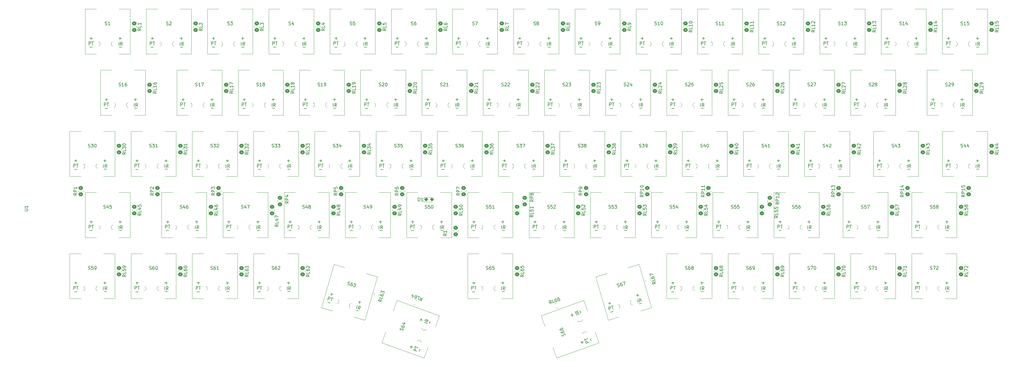
<source format=gto>
G04 #@! TF.GenerationSoftware,KiCad,Pcbnew,(6.0.7-1)-1*
G04 #@! TF.CreationDate,2022-08-16T19:54:09+02:00*
G04 #@! TF.ProjectId,keychron-optical-keyboard,6b657963-6872-46f6-9e2d-6f7074696361,rev?*
G04 #@! TF.SameCoordinates,Original*
G04 #@! TF.FileFunction,Legend,Top*
G04 #@! TF.FilePolarity,Positive*
%FSLAX46Y46*%
G04 Gerber Fmt 4.6, Leading zero omitted, Abs format (unit mm)*
G04 Created by KiCad (PCBNEW (6.0.7-1)-1) date 2022-08-16 19:54:09*
%MOMM*%
%LPD*%
G01*
G04 APERTURE LIST*
G04 Aperture macros list*
%AMRoundRect*
0 Rectangle with rounded corners*
0 $1 Rounding radius*
0 $2 $3 $4 $5 $6 $7 $8 $9 X,Y pos of 4 corners*
0 Add a 4 corners polygon primitive as box body*
4,1,4,$2,$3,$4,$5,$6,$7,$8,$9,$2,$3,0*
0 Add four circle primitives for the rounded corners*
1,1,$1+$1,$2,$3*
1,1,$1+$1,$4,$5*
1,1,$1+$1,$6,$7*
1,1,$1+$1,$8,$9*
0 Add four rect primitives between the rounded corners*
20,1,$1+$1,$2,$3,$4,$5,0*
20,1,$1+$1,$4,$5,$6,$7,0*
20,1,$1+$1,$6,$7,$8,$9,0*
20,1,$1+$1,$8,$9,$2,$3,0*%
%AMHorizOval*
0 Thick line with rounded ends*
0 $1 width*
0 $2 $3 position (X,Y) of the first rounded end (center of the circle)*
0 $4 $5 position (X,Y) of the second rounded end (center of the circle)*
0 Add line between two ends*
20,1,$1,$2,$3,$4,$5,0*
0 Add two circle primitives to create the rounded ends*
1,1,$1,$2,$3*
1,1,$1,$4,$5*%
%AMRotRect*
0 Rectangle, with rotation*
0 The origin of the aperture is its center*
0 $1 length*
0 $2 width*
0 $3 Rotation angle, in degrees counterclockwise*
0 Add horizontal line*
21,1,$1,$2,0,0,$3*%
G04 Aperture macros list end*
%ADD10C,0.150000*%
%ADD11C,0.120000*%
%ADD12RoundRect,0.250000X0.450000X-0.350000X0.450000X0.350000X-0.450000X0.350000X-0.450000X-0.350000X0*%
%ADD13C,4.200000*%
%ADD14RoundRect,0.250000X-0.450000X0.350000X-0.450000X-0.350000X0.450000X-0.350000X0.450000X0.350000X0*%
%ADD15C,6.200000*%
%ADD16O,5.800000X1.500000*%
%ADD17C,3.500000*%
%ADD18R,0.700000X0.800000*%
%ADD19HorizOval,1.500000X0.735343X2.020339X-0.735343X-2.020339X0*%
%ADD20RotRect,0.700000X0.800000X70.000000*%
%ADD21RoundRect,0.237500X-0.287500X-0.237500X0.287500X-0.237500X0.287500X0.237500X-0.287500X0.237500X0*%
%ADD22RoundRect,0.250000X-0.529041X0.212405X-0.336095X-0.460478X0.529041X-0.212405X0.336095X0.460478X0*%
%ADD23HorizOval,1.500000X-0.735343X2.020339X0.735343X-2.020339X0*%
%ADD24RotRect,0.700000X0.800000X110.000000*%
%ADD25RoundRect,0.250000X-0.482801X-0.303155X0.174983X-0.542569X0.482801X0.303155X-0.174983X0.542569X0*%
%ADD26RoundRect,0.250000X-0.174983X-0.542569X0.482801X-0.303155X0.174983X0.542569X-0.482801X0.303155X0*%
%ADD27HorizOval,1.500000X2.066713X0.592620X-2.066713X-0.592620X0*%
%ADD28RotRect,0.700000X0.800000X16.000000*%
%ADD29RoundRect,0.250000X-0.336095X0.460478X-0.529041X-0.212405X0.336095X-0.460478X0.529041X0.212405X0*%
%ADD30HorizOval,1.500000X2.066713X-0.592620X-2.066713X0.592620X0*%
%ADD31RotRect,0.700000X0.800000X344.000000*%
%ADD32O,7.000000X3.500000*%
%ADD33C,2.082800*%
G04 APERTURE END LIST*
D10*
X185252380Y-50742857D02*
X184776190Y-51076190D01*
X185252380Y-51314285D02*
X184252380Y-51314285D01*
X184252380Y-50933333D01*
X184300000Y-50838095D01*
X184347619Y-50790476D01*
X184442857Y-50742857D01*
X184585714Y-50742857D01*
X184680952Y-50790476D01*
X184728571Y-50838095D01*
X184776190Y-50933333D01*
X184776190Y-51314285D01*
X185252380Y-50314285D02*
X184252380Y-50314285D01*
X184252380Y-49933333D01*
X184300000Y-49838095D01*
X184347619Y-49790476D01*
X184442857Y-49742857D01*
X184585714Y-49742857D01*
X184680952Y-49790476D01*
X184728571Y-49838095D01*
X184776190Y-49933333D01*
X184776190Y-50314285D01*
X185252380Y-48790476D02*
X185252380Y-49361904D01*
X185252380Y-49076190D02*
X184252380Y-49076190D01*
X184395238Y-49171428D01*
X184490476Y-49266666D01*
X184538095Y-49361904D01*
X184252380Y-48171428D02*
X184252380Y-48076190D01*
X184300000Y-47980952D01*
X184347619Y-47933333D01*
X184442857Y-47885714D01*
X184633333Y-47838095D01*
X184871428Y-47838095D01*
X185061904Y-47885714D01*
X185157142Y-47933333D01*
X185204761Y-47980952D01*
X185252380Y-48076190D01*
X185252380Y-48171428D01*
X185204761Y-48266666D01*
X185157142Y-48314285D01*
X185061904Y-48361904D01*
X184871428Y-48409523D01*
X184633333Y-48409523D01*
X184442857Y-48361904D01*
X184347619Y-48314285D01*
X184300000Y-48266666D01*
X184252380Y-48171428D01*
X34152379Y-18547619D02*
X33676189Y-18880952D01*
X34152379Y-19119047D02*
X33152379Y-19119047D01*
X33152379Y-18738095D01*
X33199999Y-18642857D01*
X33247618Y-18595238D01*
X33342856Y-18547619D01*
X33485713Y-18547619D01*
X33580951Y-18595238D01*
X33628570Y-18642857D01*
X33676189Y-18738095D01*
X33676189Y-19119047D01*
X34152379Y-17642857D02*
X34152379Y-18119047D01*
X33152379Y-18119047D01*
X34152379Y-16785714D02*
X34152379Y-17357142D01*
X34152379Y-17071428D02*
X33152379Y-17071428D01*
X33295237Y-17166666D01*
X33390475Y-17261904D01*
X33438094Y-17357142D01*
X33152379Y-15928571D02*
X33152379Y-16119047D01*
X33199999Y-16214285D01*
X33247618Y-16261904D01*
X33390475Y-16357142D01*
X33580951Y-16404761D01*
X33961903Y-16404761D01*
X34057141Y-16357142D01*
X34104760Y-16309523D01*
X34152379Y-16214285D01*
X34152379Y-16023809D01*
X34104760Y-15928571D01*
X34057141Y-15880952D01*
X33961903Y-15833333D01*
X33723808Y-15833333D01*
X33628570Y-15880952D01*
X33580951Y-15928571D01*
X33533332Y-16023809D01*
X33533332Y-16214285D01*
X33580951Y-16309523D01*
X33628570Y-16357142D01*
X33723808Y-16404761D01*
X290652380Y-18547619D02*
X290176190Y-18880952D01*
X290652380Y-19119047D02*
X289652380Y-19119047D01*
X289652380Y-18738095D01*
X289700000Y-18642857D01*
X289747619Y-18595238D01*
X289842857Y-18547619D01*
X289985714Y-18547619D01*
X290080952Y-18595238D01*
X290128571Y-18642857D01*
X290176190Y-18738095D01*
X290176190Y-19119047D01*
X290652380Y-17642857D02*
X290652380Y-18119047D01*
X289652380Y-18119047D01*
X289747619Y-17357142D02*
X289700000Y-17309523D01*
X289652380Y-17214285D01*
X289652380Y-16976190D01*
X289700000Y-16880952D01*
X289747619Y-16833333D01*
X289842857Y-16785714D01*
X289938095Y-16785714D01*
X290080952Y-16833333D01*
X290652380Y-17404761D01*
X290652380Y-16785714D01*
X290652380Y-16309523D02*
X290652380Y-16119047D01*
X290604761Y-16023809D01*
X290557142Y-15976190D01*
X290414285Y-15880952D01*
X290223809Y-15833333D01*
X289842857Y-15833333D01*
X289747619Y-15880952D01*
X289700000Y-15928571D01*
X289652380Y-16023809D01*
X289652380Y-16214285D01*
X289700000Y-16309523D01*
X289747619Y-16357142D01*
X289842857Y-16404761D01*
X290080952Y-16404761D01*
X290176190Y-16357142D01*
X290223809Y-16309523D01*
X290271428Y-16214285D01*
X290271428Y-16023809D01*
X290223809Y-15928571D01*
X290176190Y-15880952D01*
X290080952Y-15833333D01*
X264761904Y2095238D02*
X264904761Y2047619D01*
X265142857Y2047619D01*
X265238095Y2095238D01*
X265285714Y2142857D01*
X265333333Y2238095D01*
X265333333Y2333333D01*
X265285714Y2428571D01*
X265238095Y2476190D01*
X265142857Y2523809D01*
X264952380Y2571428D01*
X264857142Y2619047D01*
X264809523Y2666666D01*
X264761904Y2761904D01*
X264761904Y2857142D01*
X264809523Y2952380D01*
X264857142Y3000000D01*
X264952380Y3047619D01*
X265190476Y3047619D01*
X265333333Y3000000D01*
X266285714Y2047619D02*
X265714285Y2047619D01*
X266000000Y2047619D02*
X266000000Y3047619D01*
X265904761Y2904761D01*
X265809523Y2809523D01*
X265714285Y2761904D01*
X267142857Y2714285D02*
X267142857Y2047619D01*
X266904761Y3095238D02*
X266666666Y2380952D01*
X267285714Y2380952D01*
X260207142Y-4152380D02*
X260207142Y-3152380D01*
X260588095Y-3152380D01*
X260683333Y-3200000D01*
X260730952Y-3247619D01*
X260778571Y-3342857D01*
X260778571Y-3485714D01*
X260730952Y-3580952D01*
X260683333Y-3628571D01*
X260588095Y-3676190D01*
X260207142Y-3676190D01*
X261064285Y-3152380D02*
X261635714Y-3152380D01*
X261350000Y-4152380D02*
X261350000Y-3152380D01*
X260519047Y-2121428D02*
X261280952Y-2121428D01*
X260900000Y-2502380D02*
X260900000Y-1740476D01*
X260469047Y-4871428D02*
X261230952Y-4871428D01*
X269500000Y-4302380D02*
X269500000Y-3302380D01*
X270547619Y-4302380D02*
X270214285Y-3826190D01*
X269976190Y-4302380D02*
X269976190Y-3302380D01*
X270357142Y-3302380D01*
X270452380Y-3350000D01*
X270500000Y-3397619D01*
X270547619Y-3492857D01*
X270547619Y-3635714D01*
X270500000Y-3730952D01*
X270452380Y-3778571D01*
X270357142Y-3826190D01*
X269976190Y-3826190D01*
X269519047Y-2121428D02*
X270280952Y-2121428D01*
X269900000Y-2502380D02*
X269900000Y-1740476D01*
X269619047Y-4821428D02*
X270380952Y-4821428D01*
X81652380Y-75547619D02*
X81176190Y-75880952D01*
X81652380Y-76119047D02*
X80652380Y-76119047D01*
X80652380Y-75738095D01*
X80700000Y-75642857D01*
X80747619Y-75595238D01*
X80842857Y-75547619D01*
X80985714Y-75547619D01*
X81080952Y-75595238D01*
X81128571Y-75642857D01*
X81176190Y-75738095D01*
X81176190Y-76119047D01*
X81652380Y-74642857D02*
X81652380Y-75119047D01*
X80652380Y-75119047D01*
X80652380Y-73880952D02*
X80652380Y-74071428D01*
X80700000Y-74166666D01*
X80747619Y-74214285D01*
X80890476Y-74309523D01*
X81080952Y-74357142D01*
X81461904Y-74357142D01*
X81557142Y-74309523D01*
X81604761Y-74261904D01*
X81652380Y-74166666D01*
X81652380Y-73976190D01*
X81604761Y-73880952D01*
X81557142Y-73833333D01*
X81461904Y-73785714D01*
X81223809Y-73785714D01*
X81128571Y-73833333D01*
X81080952Y-73880952D01*
X81033333Y-73976190D01*
X81033333Y-74166666D01*
X81080952Y-74261904D01*
X81128571Y-74309523D01*
X81223809Y-74357142D01*
X80747619Y-73404761D02*
X80700000Y-73357142D01*
X80652380Y-73261904D01*
X80652380Y-73023809D01*
X80700000Y-72928571D01*
X80747619Y-72880952D01*
X80842857Y-72833333D01*
X80938095Y-72833333D01*
X81080952Y-72880952D01*
X81652380Y-73452380D01*
X81652380Y-72833333D01*
X219402380Y452380D02*
X218926190Y119047D01*
X219402380Y-119047D02*
X218402380Y-119047D01*
X218402380Y261904D01*
X218450000Y357142D01*
X218497619Y404761D01*
X218592857Y452380D01*
X218735714Y452380D01*
X218830952Y404761D01*
X218878571Y357142D01*
X218926190Y261904D01*
X218926190Y-119047D01*
X219402380Y1357142D02*
X219402380Y880952D01*
X218402380Y880952D01*
X219402380Y2214285D02*
X219402380Y1642857D01*
X219402380Y1928571D02*
X218402380Y1928571D01*
X218545238Y1833333D01*
X218640476Y1738095D01*
X218688095Y1642857D01*
X219402380Y3166666D02*
X219402380Y2595238D01*
X219402380Y2880952D02*
X218402380Y2880952D01*
X218545238Y2785714D01*
X218640476Y2690476D01*
X218688095Y2595238D01*
X43652380Y-75547619D02*
X43176190Y-75880952D01*
X43652380Y-76119047D02*
X42652380Y-76119047D01*
X42652380Y-75738095D01*
X42700000Y-75642857D01*
X42747619Y-75595238D01*
X42842857Y-75547619D01*
X42985714Y-75547619D01*
X43080952Y-75595238D01*
X43128571Y-75642857D01*
X43176190Y-75738095D01*
X43176190Y-76119047D01*
X43652380Y-74642857D02*
X43652380Y-75119047D01*
X42652380Y-75119047D01*
X42652380Y-73880952D02*
X42652380Y-74071428D01*
X42700000Y-74166666D01*
X42747619Y-74214285D01*
X42890476Y-74309523D01*
X43080952Y-74357142D01*
X43461904Y-74357142D01*
X43557142Y-74309523D01*
X43604761Y-74261904D01*
X43652380Y-74166666D01*
X43652380Y-73976190D01*
X43604761Y-73880952D01*
X43557142Y-73833333D01*
X43461904Y-73785714D01*
X43223809Y-73785714D01*
X43128571Y-73833333D01*
X43080952Y-73880952D01*
X43033333Y-73976190D01*
X43033333Y-74166666D01*
X43080952Y-74261904D01*
X43128571Y-74309523D01*
X43223809Y-74357142D01*
X42652380Y-73166666D02*
X42652380Y-73071428D01*
X42700000Y-72976190D01*
X42747619Y-72928571D01*
X42842857Y-72880952D01*
X43033333Y-72833333D01*
X43271428Y-72833333D01*
X43461904Y-72880952D01*
X43557142Y-72928571D01*
X43604761Y-72976190D01*
X43652380Y-73071428D01*
X43652380Y-73166666D01*
X43604761Y-73261904D01*
X43557142Y-73309523D01*
X43461904Y-73357142D01*
X43271428Y-73404761D01*
X43033333Y-73404761D01*
X42842857Y-73357142D01*
X42747619Y-73309523D01*
X42700000Y-73261904D01*
X42652380Y-73166666D01*
X81652380Y-37547619D02*
X81176190Y-37880952D01*
X81652380Y-38119047D02*
X80652380Y-38119047D01*
X80652380Y-37738095D01*
X80700000Y-37642857D01*
X80747619Y-37595238D01*
X80842857Y-37547619D01*
X80985714Y-37547619D01*
X81080952Y-37595238D01*
X81128571Y-37642857D01*
X81176190Y-37738095D01*
X81176190Y-38119047D01*
X81652380Y-36642857D02*
X81652380Y-37119047D01*
X80652380Y-37119047D01*
X80652380Y-36404761D02*
X80652380Y-35785714D01*
X81033333Y-36119047D01*
X81033333Y-35976190D01*
X81080952Y-35880952D01*
X81128571Y-35833333D01*
X81223809Y-35785714D01*
X81461904Y-35785714D01*
X81557142Y-35833333D01*
X81604761Y-35880952D01*
X81652380Y-35976190D01*
X81652380Y-36261904D01*
X81604761Y-36357142D01*
X81557142Y-36404761D01*
X80652380Y-35452380D02*
X80652380Y-34833333D01*
X81033333Y-35166666D01*
X81033333Y-35023809D01*
X81080952Y-34928571D01*
X81128571Y-34880952D01*
X81223809Y-34833333D01*
X81461904Y-34833333D01*
X81557142Y-34880952D01*
X81604761Y-34928571D01*
X81652380Y-35023809D01*
X81652380Y-35309523D01*
X81604761Y-35404761D01*
X81557142Y-35452380D01*
X13011904Y-35904761D02*
X13154761Y-35952380D01*
X13392857Y-35952380D01*
X13488095Y-35904761D01*
X13535714Y-35857142D01*
X13583333Y-35761904D01*
X13583333Y-35666666D01*
X13535714Y-35571428D01*
X13488095Y-35523809D01*
X13392857Y-35476190D01*
X13202380Y-35428571D01*
X13107142Y-35380952D01*
X13059523Y-35333333D01*
X13011904Y-35238095D01*
X13011904Y-35142857D01*
X13059523Y-35047619D01*
X13107142Y-35000000D01*
X13202380Y-34952380D01*
X13440476Y-34952380D01*
X13583333Y-35000000D01*
X13916666Y-34952380D02*
X14535714Y-34952380D01*
X14202380Y-35333333D01*
X14345238Y-35333333D01*
X14440476Y-35380952D01*
X14488095Y-35428571D01*
X14535714Y-35523809D01*
X14535714Y-35761904D01*
X14488095Y-35857142D01*
X14440476Y-35904761D01*
X14345238Y-35952380D01*
X14059523Y-35952380D01*
X13964285Y-35904761D01*
X13916666Y-35857142D01*
X15154761Y-34952380D02*
X15250000Y-34952380D01*
X15345238Y-35000000D01*
X15392857Y-35047619D01*
X15440476Y-35142857D01*
X15488095Y-35333333D01*
X15488095Y-35571428D01*
X15440476Y-35761904D01*
X15392857Y-35857142D01*
X15345238Y-35904761D01*
X15250000Y-35952380D01*
X15154761Y-35952380D01*
X15059523Y-35904761D01*
X15011904Y-35857142D01*
X14964285Y-35761904D01*
X14916666Y-35571428D01*
X14916666Y-35333333D01*
X14964285Y-35142857D01*
X15011904Y-35047619D01*
X15059523Y-35000000D01*
X15154761Y-34952380D01*
X17769047Y-40121428D02*
X18530952Y-40121428D01*
X18150000Y-40502380D02*
X18150000Y-39740476D01*
X8769047Y-40121428D02*
X9530952Y-40121428D01*
X9150000Y-40502380D02*
X9150000Y-39740476D01*
X8457142Y-42152380D02*
X8457142Y-41152380D01*
X8838095Y-41152380D01*
X8933333Y-41200000D01*
X8980952Y-41247619D01*
X9028571Y-41342857D01*
X9028571Y-41485714D01*
X8980952Y-41580952D01*
X8933333Y-41628571D01*
X8838095Y-41676190D01*
X8457142Y-41676190D01*
X9314285Y-41152380D02*
X9885714Y-41152380D01*
X9600000Y-42152380D02*
X9600000Y-41152380D01*
X17750000Y-42302380D02*
X17750000Y-41302380D01*
X18797619Y-42302380D02*
X18464285Y-41826190D01*
X18226190Y-42302380D02*
X18226190Y-41302380D01*
X18607142Y-41302380D01*
X18702380Y-41350000D01*
X18750000Y-41397619D01*
X18797619Y-41492857D01*
X18797619Y-41635714D01*
X18750000Y-41730952D01*
X18702380Y-41778571D01*
X18607142Y-41826190D01*
X18226190Y-41826190D01*
X8719047Y-42871428D02*
X9480952Y-42871428D01*
X17869047Y-42821428D02*
X18630952Y-42821428D01*
X162402380Y928571D02*
X161926190Y595238D01*
X162402380Y357142D02*
X161402380Y357142D01*
X161402380Y738095D01*
X161450000Y833333D01*
X161497619Y880952D01*
X161592857Y928571D01*
X161735714Y928571D01*
X161830952Y880952D01*
X161878571Y833333D01*
X161926190Y738095D01*
X161926190Y357142D01*
X162402380Y1833333D02*
X162402380Y1357142D01*
X161402380Y1357142D01*
X161830952Y2309523D02*
X161783333Y2214285D01*
X161735714Y2166666D01*
X161640476Y2119047D01*
X161592857Y2119047D01*
X161497619Y2166666D01*
X161450000Y2214285D01*
X161402380Y2309523D01*
X161402380Y2500000D01*
X161450000Y2595238D01*
X161497619Y2642857D01*
X161592857Y2690476D01*
X161640476Y2690476D01*
X161735714Y2642857D01*
X161783333Y2595238D01*
X161830952Y2500000D01*
X161830952Y2309523D01*
X161878571Y2214285D01*
X161926190Y2166666D01*
X162021428Y2119047D01*
X162211904Y2119047D01*
X162307142Y2166666D01*
X162354761Y2214285D01*
X162402380Y2309523D01*
X162402380Y2500000D01*
X162354761Y2595238D01*
X162307142Y2642857D01*
X162211904Y2690476D01*
X162021428Y2690476D01*
X161926190Y2642857D01*
X161878571Y2595238D01*
X161830952Y2500000D01*
X124222380Y-62866666D02*
X123746190Y-63200000D01*
X124222380Y-63438095D02*
X123222380Y-63438095D01*
X123222380Y-63057142D01*
X123270000Y-62961904D01*
X123317619Y-62914285D01*
X123412857Y-62866666D01*
X123555714Y-62866666D01*
X123650952Y-62914285D01*
X123698571Y-62961904D01*
X123746190Y-63057142D01*
X123746190Y-63438095D01*
X124222380Y-61914285D02*
X124222380Y-62485714D01*
X124222380Y-62200000D02*
X123222380Y-62200000D01*
X123365238Y-62295238D01*
X123460476Y-62390476D01*
X123508095Y-62485714D01*
X274261904Y-73904761D02*
X274404761Y-73952380D01*
X274642857Y-73952380D01*
X274738095Y-73904761D01*
X274785714Y-73857142D01*
X274833333Y-73761904D01*
X274833333Y-73666666D01*
X274785714Y-73571428D01*
X274738095Y-73523809D01*
X274642857Y-73476190D01*
X274452380Y-73428571D01*
X274357142Y-73380952D01*
X274309523Y-73333333D01*
X274261904Y-73238095D01*
X274261904Y-73142857D01*
X274309523Y-73047619D01*
X274357142Y-73000000D01*
X274452380Y-72952380D01*
X274690476Y-72952380D01*
X274833333Y-73000000D01*
X275166666Y-72952380D02*
X275833333Y-72952380D01*
X275404761Y-73952380D01*
X276166666Y-73047619D02*
X276214285Y-73000000D01*
X276309523Y-72952380D01*
X276547619Y-72952380D01*
X276642857Y-73000000D01*
X276690476Y-73047619D01*
X276738095Y-73142857D01*
X276738095Y-73238095D01*
X276690476Y-73380952D01*
X276119047Y-73952380D01*
X276738095Y-73952380D01*
X279119047Y-80821428D02*
X279880952Y-80821428D01*
X269707142Y-80152380D02*
X269707142Y-79152380D01*
X270088095Y-79152380D01*
X270183333Y-79200000D01*
X270230952Y-79247619D01*
X270278571Y-79342857D01*
X270278571Y-79485714D01*
X270230952Y-79580952D01*
X270183333Y-79628571D01*
X270088095Y-79676190D01*
X269707142Y-79676190D01*
X270564285Y-79152380D02*
X271135714Y-79152380D01*
X270850000Y-80152380D02*
X270850000Y-79152380D01*
X279019047Y-78121428D02*
X279780952Y-78121428D01*
X279400000Y-78502380D02*
X279400000Y-77740476D01*
X269969047Y-80871428D02*
X270730952Y-80871428D01*
X279000000Y-80302380D02*
X279000000Y-79302380D01*
X280047619Y-80302380D02*
X279714285Y-79826190D01*
X279476190Y-80302380D02*
X279476190Y-79302380D01*
X279857142Y-79302380D01*
X279952380Y-79350000D01*
X280000000Y-79397619D01*
X280047619Y-79492857D01*
X280047619Y-79635714D01*
X280000000Y-79730952D01*
X279952380Y-79778571D01*
X279857142Y-79826190D01*
X279476190Y-79826190D01*
X270019047Y-78121428D02*
X270780952Y-78121428D01*
X270400000Y-78502380D02*
X270400000Y-77740476D01*
X247902380Y-75547619D02*
X247426190Y-75880952D01*
X247902380Y-76119047D02*
X246902380Y-76119047D01*
X246902380Y-75738095D01*
X246950000Y-75642857D01*
X246997619Y-75595238D01*
X247092857Y-75547619D01*
X247235714Y-75547619D01*
X247330952Y-75595238D01*
X247378571Y-75642857D01*
X247426190Y-75738095D01*
X247426190Y-76119047D01*
X247902380Y-74642857D02*
X247902380Y-75119047D01*
X246902380Y-75119047D01*
X246902380Y-74404761D02*
X246902380Y-73738095D01*
X247902380Y-74166666D01*
X246902380Y-73166666D02*
X246902380Y-73071428D01*
X246950000Y-72976190D01*
X246997619Y-72928571D01*
X247092857Y-72880952D01*
X247283333Y-72833333D01*
X247521428Y-72833333D01*
X247711904Y-72880952D01*
X247807142Y-72928571D01*
X247854761Y-72976190D01*
X247902380Y-73071428D01*
X247902380Y-73166666D01*
X247854761Y-73261904D01*
X247807142Y-73309523D01*
X247711904Y-73357142D01*
X247521428Y-73404761D01*
X247283333Y-73404761D01*
X247092857Y-73357142D01*
X246997619Y-73309523D01*
X246950000Y-73261904D01*
X246902380Y-73166666D01*
X89011904Y-35904761D02*
X89154761Y-35952380D01*
X89392857Y-35952380D01*
X89488095Y-35904761D01*
X89535714Y-35857142D01*
X89583333Y-35761904D01*
X89583333Y-35666666D01*
X89535714Y-35571428D01*
X89488095Y-35523809D01*
X89392857Y-35476190D01*
X89202380Y-35428571D01*
X89107142Y-35380952D01*
X89059523Y-35333333D01*
X89011904Y-35238095D01*
X89011904Y-35142857D01*
X89059523Y-35047619D01*
X89107142Y-35000000D01*
X89202380Y-34952380D01*
X89440476Y-34952380D01*
X89583333Y-35000000D01*
X89916666Y-34952380D02*
X90535714Y-34952380D01*
X90202380Y-35333333D01*
X90345238Y-35333333D01*
X90440476Y-35380952D01*
X90488095Y-35428571D01*
X90535714Y-35523809D01*
X90535714Y-35761904D01*
X90488095Y-35857142D01*
X90440476Y-35904761D01*
X90345238Y-35952380D01*
X90059523Y-35952380D01*
X89964285Y-35904761D01*
X89916666Y-35857142D01*
X91392857Y-35285714D02*
X91392857Y-35952380D01*
X91154761Y-34904761D02*
X90916666Y-35619047D01*
X91535714Y-35619047D01*
X84769047Y-40121428D02*
X85530952Y-40121428D01*
X85150000Y-40502380D02*
X85150000Y-39740476D01*
X84719047Y-42871428D02*
X85480952Y-42871428D01*
X93869047Y-42821428D02*
X94630952Y-42821428D01*
X84457142Y-42152380D02*
X84457142Y-41152380D01*
X84838095Y-41152380D01*
X84933333Y-41200000D01*
X84980952Y-41247619D01*
X85028571Y-41342857D01*
X85028571Y-41485714D01*
X84980952Y-41580952D01*
X84933333Y-41628571D01*
X84838095Y-41676190D01*
X84457142Y-41676190D01*
X85314285Y-41152380D02*
X85885714Y-41152380D01*
X85600000Y-42152380D02*
X85600000Y-41152380D01*
X93769047Y-40121428D02*
X94530952Y-40121428D01*
X94150000Y-40502380D02*
X94150000Y-39740476D01*
X93750000Y-42302380D02*
X93750000Y-41302380D01*
X94797619Y-42302380D02*
X94464285Y-41826190D01*
X94226190Y-42302380D02*
X94226190Y-41302380D01*
X94607142Y-41302380D01*
X94702380Y-41350000D01*
X94750000Y-41397619D01*
X94797619Y-41492857D01*
X94797619Y-41635714D01*
X94750000Y-41730952D01*
X94702380Y-41778571D01*
X94607142Y-41826190D01*
X94226190Y-41826190D01*
X136511904Y-54904761D02*
X136654761Y-54952380D01*
X136892857Y-54952380D01*
X136988095Y-54904761D01*
X137035714Y-54857142D01*
X137083333Y-54761904D01*
X137083333Y-54666666D01*
X137035714Y-54571428D01*
X136988095Y-54523809D01*
X136892857Y-54476190D01*
X136702380Y-54428571D01*
X136607142Y-54380952D01*
X136559523Y-54333333D01*
X136511904Y-54238095D01*
X136511904Y-54142857D01*
X136559523Y-54047619D01*
X136607142Y-54000000D01*
X136702380Y-53952380D01*
X136940476Y-53952380D01*
X137083333Y-54000000D01*
X137988095Y-53952380D02*
X137511904Y-53952380D01*
X137464285Y-54428571D01*
X137511904Y-54380952D01*
X137607142Y-54333333D01*
X137845238Y-54333333D01*
X137940476Y-54380952D01*
X137988095Y-54428571D01*
X138035714Y-54523809D01*
X138035714Y-54761904D01*
X137988095Y-54857142D01*
X137940476Y-54904761D01*
X137845238Y-54952380D01*
X137607142Y-54952380D01*
X137511904Y-54904761D01*
X137464285Y-54857142D01*
X138988095Y-54952380D02*
X138416666Y-54952380D01*
X138702380Y-54952380D02*
X138702380Y-53952380D01*
X138607142Y-54095238D01*
X138511904Y-54190476D01*
X138416666Y-54238095D01*
X141369047Y-61821428D02*
X142130952Y-61821428D01*
X132269047Y-59121428D02*
X133030952Y-59121428D01*
X132650000Y-59502380D02*
X132650000Y-58740476D01*
X141269047Y-59121428D02*
X142030952Y-59121428D01*
X141650000Y-59502380D02*
X141650000Y-58740476D01*
X132219047Y-61871428D02*
X132980952Y-61871428D01*
X141250000Y-61302380D02*
X141250000Y-60302380D01*
X142297619Y-61302380D02*
X141964285Y-60826190D01*
X141726190Y-61302380D02*
X141726190Y-60302380D01*
X142107142Y-60302380D01*
X142202380Y-60350000D01*
X142250000Y-60397619D01*
X142297619Y-60492857D01*
X142297619Y-60635714D01*
X142250000Y-60730952D01*
X142202380Y-60778571D01*
X142107142Y-60826190D01*
X141726190Y-60826190D01*
X131957142Y-61152380D02*
X131957142Y-60152380D01*
X132338095Y-60152380D01*
X132433333Y-60200000D01*
X132480952Y-60247619D01*
X132528571Y-60342857D01*
X132528571Y-60485714D01*
X132480952Y-60580952D01*
X132433333Y-60628571D01*
X132338095Y-60676190D01*
X131957142Y-60676190D01*
X132814285Y-60152380D02*
X133385714Y-60152380D01*
X133100000Y-61152380D02*
X133100000Y-60152380D01*
X133902380Y-18547619D02*
X133426190Y-18880952D01*
X133902380Y-19119047D02*
X132902380Y-19119047D01*
X132902380Y-18738095D01*
X132950000Y-18642857D01*
X132997619Y-18595238D01*
X133092857Y-18547619D01*
X133235714Y-18547619D01*
X133330952Y-18595238D01*
X133378571Y-18642857D01*
X133426190Y-18738095D01*
X133426190Y-19119047D01*
X133902380Y-17642857D02*
X133902380Y-18119047D01*
X132902380Y-18119047D01*
X132997619Y-17357142D02*
X132950000Y-17309523D01*
X132902380Y-17214285D01*
X132902380Y-16976190D01*
X132950000Y-16880952D01*
X132997619Y-16833333D01*
X133092857Y-16785714D01*
X133188095Y-16785714D01*
X133330952Y-16833333D01*
X133902380Y-17404761D01*
X133902380Y-16785714D01*
X133902380Y-15833333D02*
X133902380Y-16404761D01*
X133902380Y-16119047D02*
X132902380Y-16119047D01*
X133045238Y-16214285D01*
X133140476Y-16309523D01*
X133188095Y-16404761D01*
X62652380Y-37547619D02*
X62176190Y-37880952D01*
X62652380Y-38119047D02*
X61652380Y-38119047D01*
X61652380Y-37738095D01*
X61700000Y-37642857D01*
X61747619Y-37595238D01*
X61842857Y-37547619D01*
X61985714Y-37547619D01*
X62080952Y-37595238D01*
X62128571Y-37642857D01*
X62176190Y-37738095D01*
X62176190Y-38119047D01*
X62652380Y-36642857D02*
X62652380Y-37119047D01*
X61652380Y-37119047D01*
X61652380Y-36404761D02*
X61652380Y-35785714D01*
X62033333Y-36119047D01*
X62033333Y-35976190D01*
X62080952Y-35880952D01*
X62128571Y-35833333D01*
X62223809Y-35785714D01*
X62461904Y-35785714D01*
X62557142Y-35833333D01*
X62604761Y-35880952D01*
X62652380Y-35976190D01*
X62652380Y-36261904D01*
X62604761Y-36357142D01*
X62557142Y-36404761D01*
X61747619Y-35404761D02*
X61700000Y-35357142D01*
X61652380Y-35261904D01*
X61652380Y-35023809D01*
X61700000Y-34928571D01*
X61747619Y-34880952D01*
X61842857Y-34833333D01*
X61938095Y-34833333D01*
X62080952Y-34880952D01*
X62652380Y-35452380D01*
X62652380Y-34833333D01*
X132238095Y2095238D02*
X132380952Y2047619D01*
X132619047Y2047619D01*
X132714285Y2095238D01*
X132761904Y2142857D01*
X132809523Y2238095D01*
X132809523Y2333333D01*
X132761904Y2428571D01*
X132714285Y2476190D01*
X132619047Y2523809D01*
X132428571Y2571428D01*
X132333333Y2619047D01*
X132285714Y2666666D01*
X132238095Y2761904D01*
X132238095Y2857142D01*
X132285714Y2952380D01*
X132333333Y3000000D01*
X132428571Y3047619D01*
X132666666Y3047619D01*
X132809523Y3000000D01*
X133142857Y3047619D02*
X133809523Y3047619D01*
X133380952Y2047619D01*
X136500000Y-4302380D02*
X136500000Y-3302380D01*
X137547619Y-4302380D02*
X137214285Y-3826190D01*
X136976190Y-4302380D02*
X136976190Y-3302380D01*
X137357142Y-3302380D01*
X137452380Y-3350000D01*
X137500000Y-3397619D01*
X137547619Y-3492857D01*
X137547619Y-3635714D01*
X137500000Y-3730952D01*
X137452380Y-3778571D01*
X137357142Y-3826190D01*
X136976190Y-3826190D01*
X136619047Y-4821428D02*
X137380952Y-4821428D01*
X127519047Y-2121428D02*
X128280952Y-2121428D01*
X127900000Y-2502380D02*
X127900000Y-1740476D01*
X127469047Y-4871428D02*
X128230952Y-4871428D01*
X136519047Y-2121428D02*
X137280952Y-2121428D01*
X136900000Y-2502380D02*
X136900000Y-1740476D01*
X127207142Y-4152380D02*
X127207142Y-3152380D01*
X127588095Y-3152380D01*
X127683333Y-3200000D01*
X127730952Y-3247619D01*
X127778571Y-3342857D01*
X127778571Y-3485714D01*
X127730952Y-3580952D01*
X127683333Y-3628571D01*
X127588095Y-3676190D01*
X127207142Y-3676190D01*
X128064285Y-3152380D02*
X128635714Y-3152380D01*
X128350000Y-4152380D02*
X128350000Y-3152380D01*
X70011904Y-73904761D02*
X70154761Y-73952380D01*
X70392857Y-73952380D01*
X70488095Y-73904761D01*
X70535714Y-73857142D01*
X70583333Y-73761904D01*
X70583333Y-73666666D01*
X70535714Y-73571428D01*
X70488095Y-73523809D01*
X70392857Y-73476190D01*
X70202380Y-73428571D01*
X70107142Y-73380952D01*
X70059523Y-73333333D01*
X70011904Y-73238095D01*
X70011904Y-73142857D01*
X70059523Y-73047619D01*
X70107142Y-73000000D01*
X70202380Y-72952380D01*
X70440476Y-72952380D01*
X70583333Y-73000000D01*
X71440476Y-72952380D02*
X71250000Y-72952380D01*
X71154761Y-73000000D01*
X71107142Y-73047619D01*
X71011904Y-73190476D01*
X70964285Y-73380952D01*
X70964285Y-73761904D01*
X71011904Y-73857142D01*
X71059523Y-73904761D01*
X71154761Y-73952380D01*
X71345238Y-73952380D01*
X71440476Y-73904761D01*
X71488095Y-73857142D01*
X71535714Y-73761904D01*
X71535714Y-73523809D01*
X71488095Y-73428571D01*
X71440476Y-73380952D01*
X71345238Y-73333333D01*
X71154761Y-73333333D01*
X71059523Y-73380952D01*
X71011904Y-73428571D01*
X70964285Y-73523809D01*
X71916666Y-73047619D02*
X71964285Y-73000000D01*
X72059523Y-72952380D01*
X72297619Y-72952380D01*
X72392857Y-73000000D01*
X72440476Y-73047619D01*
X72488095Y-73142857D01*
X72488095Y-73238095D01*
X72440476Y-73380952D01*
X71869047Y-73952380D01*
X72488095Y-73952380D01*
X65719047Y-80871428D02*
X66480952Y-80871428D01*
X65769047Y-78121428D02*
X66530952Y-78121428D01*
X66150000Y-78502380D02*
X66150000Y-77740476D01*
X74769047Y-78121428D02*
X75530952Y-78121428D01*
X75150000Y-78502380D02*
X75150000Y-77740476D01*
X74869047Y-80821428D02*
X75630952Y-80821428D01*
X74750000Y-80302380D02*
X74750000Y-79302380D01*
X75797619Y-80302380D02*
X75464285Y-79826190D01*
X75226190Y-80302380D02*
X75226190Y-79302380D01*
X75607142Y-79302380D01*
X75702380Y-79350000D01*
X75750000Y-79397619D01*
X75797619Y-79492857D01*
X75797619Y-79635714D01*
X75750000Y-79730952D01*
X75702380Y-79778571D01*
X75607142Y-79826190D01*
X75226190Y-79826190D01*
X65457142Y-80152380D02*
X65457142Y-79152380D01*
X65838095Y-79152380D01*
X65933333Y-79200000D01*
X65980952Y-79247619D01*
X66028571Y-79342857D01*
X66028571Y-79485714D01*
X65980952Y-79580952D01*
X65933333Y-79628571D01*
X65838095Y-79676190D01*
X65457142Y-79676190D01*
X66314285Y-79152380D02*
X66885714Y-79152380D01*
X66600000Y-80152380D02*
X66600000Y-79152380D01*
X143402380Y928571D02*
X142926190Y595238D01*
X143402380Y357142D02*
X142402380Y357142D01*
X142402380Y738095D01*
X142450000Y833333D01*
X142497619Y880952D01*
X142592857Y928571D01*
X142735714Y928571D01*
X142830952Y880952D01*
X142878571Y833333D01*
X142926190Y738095D01*
X142926190Y357142D01*
X143402380Y1833333D02*
X143402380Y1357142D01*
X142402380Y1357142D01*
X142402380Y2071428D02*
X142402380Y2738095D01*
X143402380Y2309523D01*
X198261904Y-73904761D02*
X198404761Y-73952380D01*
X198642857Y-73952380D01*
X198738095Y-73904761D01*
X198785714Y-73857142D01*
X198833333Y-73761904D01*
X198833333Y-73666666D01*
X198785714Y-73571428D01*
X198738095Y-73523809D01*
X198642857Y-73476190D01*
X198452380Y-73428571D01*
X198357142Y-73380952D01*
X198309523Y-73333333D01*
X198261904Y-73238095D01*
X198261904Y-73142857D01*
X198309523Y-73047619D01*
X198357142Y-73000000D01*
X198452380Y-72952380D01*
X198690476Y-72952380D01*
X198833333Y-73000000D01*
X199690476Y-72952380D02*
X199500000Y-72952380D01*
X199404761Y-73000000D01*
X199357142Y-73047619D01*
X199261904Y-73190476D01*
X199214285Y-73380952D01*
X199214285Y-73761904D01*
X199261904Y-73857142D01*
X199309523Y-73904761D01*
X199404761Y-73952380D01*
X199595238Y-73952380D01*
X199690476Y-73904761D01*
X199738095Y-73857142D01*
X199785714Y-73761904D01*
X199785714Y-73523809D01*
X199738095Y-73428571D01*
X199690476Y-73380952D01*
X199595238Y-73333333D01*
X199404761Y-73333333D01*
X199309523Y-73380952D01*
X199261904Y-73428571D01*
X199214285Y-73523809D01*
X200357142Y-73380952D02*
X200261904Y-73333333D01*
X200214285Y-73285714D01*
X200166666Y-73190476D01*
X200166666Y-73142857D01*
X200214285Y-73047619D01*
X200261904Y-73000000D01*
X200357142Y-72952380D01*
X200547619Y-72952380D01*
X200642857Y-73000000D01*
X200690476Y-73047619D01*
X200738095Y-73142857D01*
X200738095Y-73190476D01*
X200690476Y-73285714D01*
X200642857Y-73333333D01*
X200547619Y-73380952D01*
X200357142Y-73380952D01*
X200261904Y-73428571D01*
X200214285Y-73476190D01*
X200166666Y-73571428D01*
X200166666Y-73761904D01*
X200214285Y-73857142D01*
X200261904Y-73904761D01*
X200357142Y-73952380D01*
X200547619Y-73952380D01*
X200642857Y-73904761D01*
X200690476Y-73857142D01*
X200738095Y-73761904D01*
X200738095Y-73571428D01*
X200690476Y-73476190D01*
X200642857Y-73428571D01*
X200547619Y-73380952D01*
X193969047Y-80871428D02*
X194730952Y-80871428D01*
X194019047Y-78121428D02*
X194780952Y-78121428D01*
X194400000Y-78502380D02*
X194400000Y-77740476D01*
X193707142Y-80152380D02*
X193707142Y-79152380D01*
X194088095Y-79152380D01*
X194183333Y-79200000D01*
X194230952Y-79247619D01*
X194278571Y-79342857D01*
X194278571Y-79485714D01*
X194230952Y-79580952D01*
X194183333Y-79628571D01*
X194088095Y-79676190D01*
X193707142Y-79676190D01*
X194564285Y-79152380D02*
X195135714Y-79152380D01*
X194850000Y-80152380D02*
X194850000Y-79152380D01*
X203019047Y-78121428D02*
X203780952Y-78121428D01*
X203400000Y-78502380D02*
X203400000Y-77740476D01*
X203000000Y-80302380D02*
X203000000Y-79302380D01*
X204047619Y-80302380D02*
X203714285Y-79826190D01*
X203476190Y-80302380D02*
X203476190Y-79302380D01*
X203857142Y-79302380D01*
X203952380Y-79350000D01*
X204000000Y-79397619D01*
X204047619Y-79492857D01*
X204047619Y-79635714D01*
X204000000Y-79730952D01*
X203952380Y-79778571D01*
X203857142Y-79826190D01*
X203476190Y-79826190D01*
X203119047Y-80821428D02*
X203880952Y-80821428D01*
X200402380Y452380D02*
X199926190Y119047D01*
X200402380Y-119047D02*
X199402380Y-119047D01*
X199402380Y261904D01*
X199450000Y357142D01*
X199497619Y404761D01*
X199592857Y452380D01*
X199735714Y452380D01*
X199830952Y404761D01*
X199878571Y357142D01*
X199926190Y261904D01*
X199926190Y-119047D01*
X200402380Y1357142D02*
X200402380Y880952D01*
X199402380Y880952D01*
X200402380Y2214285D02*
X200402380Y1642857D01*
X200402380Y1928571D02*
X199402380Y1928571D01*
X199545238Y1833333D01*
X199640476Y1738095D01*
X199688095Y1642857D01*
X199402380Y2833333D02*
X199402380Y2928571D01*
X199450000Y3023809D01*
X199497619Y3071428D01*
X199592857Y3119047D01*
X199783333Y3166666D01*
X200021428Y3166666D01*
X200211904Y3119047D01*
X200307142Y3071428D01*
X200354761Y3023809D01*
X200402380Y2928571D01*
X200402380Y2833333D01*
X200354761Y2738095D01*
X200307142Y2690476D01*
X200211904Y2642857D01*
X200021428Y2595238D01*
X199783333Y2595238D01*
X199592857Y2642857D01*
X199497619Y2690476D01*
X199450000Y2738095D01*
X199402380Y2833333D01*
X279011904Y-16904761D02*
X279154761Y-16952380D01*
X279392857Y-16952380D01*
X279488095Y-16904761D01*
X279535714Y-16857142D01*
X279583333Y-16761904D01*
X279583333Y-16666666D01*
X279535714Y-16571428D01*
X279488095Y-16523809D01*
X279392857Y-16476190D01*
X279202380Y-16428571D01*
X279107142Y-16380952D01*
X279059523Y-16333333D01*
X279011904Y-16238095D01*
X279011904Y-16142857D01*
X279059523Y-16047619D01*
X279107142Y-16000000D01*
X279202380Y-15952380D01*
X279440476Y-15952380D01*
X279583333Y-16000000D01*
X279964285Y-16047619D02*
X280011904Y-16000000D01*
X280107142Y-15952380D01*
X280345238Y-15952380D01*
X280440476Y-16000000D01*
X280488095Y-16047619D01*
X280535714Y-16142857D01*
X280535714Y-16238095D01*
X280488095Y-16380952D01*
X279916666Y-16952380D01*
X280535714Y-16952380D01*
X281011904Y-16952380D02*
X281202380Y-16952380D01*
X281297619Y-16904761D01*
X281345238Y-16857142D01*
X281440476Y-16714285D01*
X281488095Y-16523809D01*
X281488095Y-16142857D01*
X281440476Y-16047619D01*
X281392857Y-16000000D01*
X281297619Y-15952380D01*
X281107142Y-15952380D01*
X281011904Y-16000000D01*
X280964285Y-16047619D01*
X280916666Y-16142857D01*
X280916666Y-16380952D01*
X280964285Y-16476190D01*
X281011904Y-16523809D01*
X281107142Y-16571428D01*
X281297619Y-16571428D01*
X281392857Y-16523809D01*
X281440476Y-16476190D01*
X281488095Y-16380952D01*
X283869047Y-23821428D02*
X284630952Y-23821428D01*
X283750000Y-23302380D02*
X283750000Y-22302380D01*
X284797619Y-23302380D02*
X284464285Y-22826190D01*
X284226190Y-23302380D02*
X284226190Y-22302380D01*
X284607142Y-22302380D01*
X284702380Y-22350000D01*
X284750000Y-22397619D01*
X284797619Y-22492857D01*
X284797619Y-22635714D01*
X284750000Y-22730952D01*
X284702380Y-22778571D01*
X284607142Y-22826190D01*
X284226190Y-22826190D01*
X274719047Y-23871428D02*
X275480952Y-23871428D01*
X274769047Y-21121428D02*
X275530952Y-21121428D01*
X275150000Y-21502380D02*
X275150000Y-20740476D01*
X274457142Y-23152380D02*
X274457142Y-22152380D01*
X274838095Y-22152380D01*
X274933333Y-22200000D01*
X274980952Y-22247619D01*
X275028571Y-22342857D01*
X275028571Y-22485714D01*
X274980952Y-22580952D01*
X274933333Y-22628571D01*
X274838095Y-22676190D01*
X274457142Y-22676190D01*
X275314285Y-22152380D02*
X275885714Y-22152380D01*
X275600000Y-23152380D02*
X275600000Y-22152380D01*
X283769047Y-21121428D02*
X284530952Y-21121428D01*
X284150000Y-21502380D02*
X284150000Y-20740476D01*
X184011904Y-35904761D02*
X184154761Y-35952380D01*
X184392857Y-35952380D01*
X184488095Y-35904761D01*
X184535714Y-35857142D01*
X184583333Y-35761904D01*
X184583333Y-35666666D01*
X184535714Y-35571428D01*
X184488095Y-35523809D01*
X184392857Y-35476190D01*
X184202380Y-35428571D01*
X184107142Y-35380952D01*
X184059523Y-35333333D01*
X184011904Y-35238095D01*
X184011904Y-35142857D01*
X184059523Y-35047619D01*
X184107142Y-35000000D01*
X184202380Y-34952380D01*
X184440476Y-34952380D01*
X184583333Y-35000000D01*
X184916666Y-34952380D02*
X185535714Y-34952380D01*
X185202380Y-35333333D01*
X185345238Y-35333333D01*
X185440476Y-35380952D01*
X185488095Y-35428571D01*
X185535714Y-35523809D01*
X185535714Y-35761904D01*
X185488095Y-35857142D01*
X185440476Y-35904761D01*
X185345238Y-35952380D01*
X185059523Y-35952380D01*
X184964285Y-35904761D01*
X184916666Y-35857142D01*
X186011904Y-35952380D02*
X186202380Y-35952380D01*
X186297619Y-35904761D01*
X186345238Y-35857142D01*
X186440476Y-35714285D01*
X186488095Y-35523809D01*
X186488095Y-35142857D01*
X186440476Y-35047619D01*
X186392857Y-35000000D01*
X186297619Y-34952380D01*
X186107142Y-34952380D01*
X186011904Y-35000000D01*
X185964285Y-35047619D01*
X185916666Y-35142857D01*
X185916666Y-35380952D01*
X185964285Y-35476190D01*
X186011904Y-35523809D01*
X186107142Y-35571428D01*
X186297619Y-35571428D01*
X186392857Y-35523809D01*
X186440476Y-35476190D01*
X186488095Y-35380952D01*
X179769047Y-40121428D02*
X180530952Y-40121428D01*
X180150000Y-40502380D02*
X180150000Y-39740476D01*
X188869047Y-42821428D02*
X189630952Y-42821428D01*
X179457142Y-42152380D02*
X179457142Y-41152380D01*
X179838095Y-41152380D01*
X179933333Y-41200000D01*
X179980952Y-41247619D01*
X180028571Y-41342857D01*
X180028571Y-41485714D01*
X179980952Y-41580952D01*
X179933333Y-41628571D01*
X179838095Y-41676190D01*
X179457142Y-41676190D01*
X180314285Y-41152380D02*
X180885714Y-41152380D01*
X180600000Y-42152380D02*
X180600000Y-41152380D01*
X188750000Y-42302380D02*
X188750000Y-41302380D01*
X189797619Y-42302380D02*
X189464285Y-41826190D01*
X189226190Y-42302380D02*
X189226190Y-41302380D01*
X189607142Y-41302380D01*
X189702380Y-41350000D01*
X189750000Y-41397619D01*
X189797619Y-41492857D01*
X189797619Y-41635714D01*
X189750000Y-41730952D01*
X189702380Y-41778571D01*
X189607142Y-41826190D01*
X189226190Y-41826190D01*
X179719047Y-42871428D02*
X180480952Y-42871428D01*
X188769047Y-40121428D02*
X189530952Y-40121428D01*
X189150000Y-40502380D02*
X189150000Y-39740476D01*
X29402380Y928571D02*
X28926190Y595238D01*
X29402380Y357142D02*
X28402380Y357142D01*
X28402380Y738095D01*
X28450000Y833333D01*
X28497619Y880952D01*
X28592857Y928571D01*
X28735714Y928571D01*
X28830952Y880952D01*
X28878571Y833333D01*
X28926190Y738095D01*
X28926190Y357142D01*
X29402380Y1833333D02*
X29402380Y1357142D01*
X28402380Y1357142D01*
X29402380Y2690476D02*
X29402380Y2119047D01*
X29402380Y2404761D02*
X28402380Y2404761D01*
X28545238Y2309523D01*
X28640476Y2214285D01*
X28688095Y2119047D01*
X285002380Y-50742857D02*
X284526190Y-51076190D01*
X285002380Y-51314285D02*
X284002380Y-51314285D01*
X284002380Y-50933333D01*
X284050000Y-50838095D01*
X284097619Y-50790476D01*
X284192857Y-50742857D01*
X284335714Y-50742857D01*
X284430952Y-50790476D01*
X284478571Y-50838095D01*
X284526190Y-50933333D01*
X284526190Y-51314285D01*
X285002380Y-50314285D02*
X284002380Y-50314285D01*
X284002380Y-49933333D01*
X284050000Y-49838095D01*
X284097619Y-49790476D01*
X284192857Y-49742857D01*
X284335714Y-49742857D01*
X284430952Y-49790476D01*
X284478571Y-49838095D01*
X284526190Y-49933333D01*
X284526190Y-50314285D01*
X285002380Y-48790476D02*
X285002380Y-49361904D01*
X285002380Y-49076190D02*
X284002380Y-49076190D01*
X284145238Y-49171428D01*
X284240476Y-49266666D01*
X284288095Y-49361904D01*
X284002380Y-47885714D02*
X284002380Y-48361904D01*
X284478571Y-48409523D01*
X284430952Y-48361904D01*
X284383333Y-48266666D01*
X284383333Y-48028571D01*
X284430952Y-47933333D01*
X284478571Y-47885714D01*
X284573809Y-47838095D01*
X284811904Y-47838095D01*
X284907142Y-47885714D01*
X284954761Y-47933333D01*
X285002380Y-48028571D01*
X285002380Y-48266666D01*
X284954761Y-48361904D01*
X284907142Y-48409523D01*
X127011904Y-35904761D02*
X127154761Y-35952380D01*
X127392857Y-35952380D01*
X127488095Y-35904761D01*
X127535714Y-35857142D01*
X127583333Y-35761904D01*
X127583333Y-35666666D01*
X127535714Y-35571428D01*
X127488095Y-35523809D01*
X127392857Y-35476190D01*
X127202380Y-35428571D01*
X127107142Y-35380952D01*
X127059523Y-35333333D01*
X127011904Y-35238095D01*
X127011904Y-35142857D01*
X127059523Y-35047619D01*
X127107142Y-35000000D01*
X127202380Y-34952380D01*
X127440476Y-34952380D01*
X127583333Y-35000000D01*
X127916666Y-34952380D02*
X128535714Y-34952380D01*
X128202380Y-35333333D01*
X128345238Y-35333333D01*
X128440476Y-35380952D01*
X128488095Y-35428571D01*
X128535714Y-35523809D01*
X128535714Y-35761904D01*
X128488095Y-35857142D01*
X128440476Y-35904761D01*
X128345238Y-35952380D01*
X128059523Y-35952380D01*
X127964285Y-35904761D01*
X127916666Y-35857142D01*
X129392857Y-34952380D02*
X129202380Y-34952380D01*
X129107142Y-35000000D01*
X129059523Y-35047619D01*
X128964285Y-35190476D01*
X128916666Y-35380952D01*
X128916666Y-35761904D01*
X128964285Y-35857142D01*
X129011904Y-35904761D01*
X129107142Y-35952380D01*
X129297619Y-35952380D01*
X129392857Y-35904761D01*
X129440476Y-35857142D01*
X129488095Y-35761904D01*
X129488095Y-35523809D01*
X129440476Y-35428571D01*
X129392857Y-35380952D01*
X129297619Y-35333333D01*
X129107142Y-35333333D01*
X129011904Y-35380952D01*
X128964285Y-35428571D01*
X128916666Y-35523809D01*
X122719047Y-42871428D02*
X123480952Y-42871428D01*
X122769047Y-40121428D02*
X123530952Y-40121428D01*
X123150000Y-40502380D02*
X123150000Y-39740476D01*
X131769047Y-40121428D02*
X132530952Y-40121428D01*
X132150000Y-40502380D02*
X132150000Y-39740476D01*
X131750000Y-42302380D02*
X131750000Y-41302380D01*
X132797619Y-42302380D02*
X132464285Y-41826190D01*
X132226190Y-42302380D02*
X132226190Y-41302380D01*
X132607142Y-41302380D01*
X132702380Y-41350000D01*
X132750000Y-41397619D01*
X132797619Y-41492857D01*
X132797619Y-41635714D01*
X132750000Y-41730952D01*
X132702380Y-41778571D01*
X132607142Y-41826190D01*
X132226190Y-41826190D01*
X122457142Y-42152380D02*
X122457142Y-41152380D01*
X122838095Y-41152380D01*
X122933333Y-41200000D01*
X122980952Y-41247619D01*
X123028571Y-41342857D01*
X123028571Y-41485714D01*
X122980952Y-41580952D01*
X122933333Y-41628571D01*
X122838095Y-41676190D01*
X122457142Y-41676190D01*
X123314285Y-41152380D02*
X123885714Y-41152380D01*
X123600000Y-42152380D02*
X123600000Y-41152380D01*
X131869047Y-42821428D02*
X132630952Y-42821428D01*
X285902380Y-56547619D02*
X285426190Y-56880952D01*
X285902380Y-57119047D02*
X284902380Y-57119047D01*
X284902380Y-56738095D01*
X284950000Y-56642857D01*
X284997619Y-56595238D01*
X285092857Y-56547619D01*
X285235714Y-56547619D01*
X285330952Y-56595238D01*
X285378571Y-56642857D01*
X285426190Y-56738095D01*
X285426190Y-57119047D01*
X285902380Y-55642857D02*
X285902380Y-56119047D01*
X284902380Y-56119047D01*
X284902380Y-54833333D02*
X284902380Y-55309523D01*
X285378571Y-55357142D01*
X285330952Y-55309523D01*
X285283333Y-55214285D01*
X285283333Y-54976190D01*
X285330952Y-54880952D01*
X285378571Y-54833333D01*
X285473809Y-54785714D01*
X285711904Y-54785714D01*
X285807142Y-54833333D01*
X285854761Y-54880952D01*
X285902380Y-54976190D01*
X285902380Y-55214285D01*
X285854761Y-55309523D01*
X285807142Y-55357142D01*
X285330952Y-54214285D02*
X285283333Y-54309523D01*
X285235714Y-54357142D01*
X285140476Y-54404761D01*
X285092857Y-54404761D01*
X284997619Y-54357142D01*
X284950000Y-54309523D01*
X284902380Y-54214285D01*
X284902380Y-54023809D01*
X284950000Y-53928571D01*
X284997619Y-53880952D01*
X285092857Y-53833333D01*
X285140476Y-53833333D01*
X285235714Y-53880952D01*
X285283333Y-53928571D01*
X285330952Y-54023809D01*
X285330952Y-54214285D01*
X285378571Y-54309523D01*
X285426190Y-54357142D01*
X285521428Y-54404761D01*
X285711904Y-54404761D01*
X285807142Y-54357142D01*
X285854761Y-54309523D01*
X285902380Y-54214285D01*
X285902380Y-54023809D01*
X285854761Y-53928571D01*
X285807142Y-53880952D01*
X285711904Y-53833333D01*
X285521428Y-53833333D01*
X285426190Y-53880952D01*
X285378571Y-53928571D01*
X285330952Y-54023809D01*
X151238095Y2095238D02*
X151380952Y2047619D01*
X151619047Y2047619D01*
X151714285Y2095238D01*
X151761904Y2142857D01*
X151809523Y2238095D01*
X151809523Y2333333D01*
X151761904Y2428571D01*
X151714285Y2476190D01*
X151619047Y2523809D01*
X151428571Y2571428D01*
X151333333Y2619047D01*
X151285714Y2666666D01*
X151238095Y2761904D01*
X151238095Y2857142D01*
X151285714Y2952380D01*
X151333333Y3000000D01*
X151428571Y3047619D01*
X151666666Y3047619D01*
X151809523Y3000000D01*
X152380952Y2619047D02*
X152285714Y2666666D01*
X152238095Y2714285D01*
X152190476Y2809523D01*
X152190476Y2857142D01*
X152238095Y2952380D01*
X152285714Y3000000D01*
X152380952Y3047619D01*
X152571428Y3047619D01*
X152666666Y3000000D01*
X152714285Y2952380D01*
X152761904Y2857142D01*
X152761904Y2809523D01*
X152714285Y2714285D01*
X152666666Y2666666D01*
X152571428Y2619047D01*
X152380952Y2619047D01*
X152285714Y2571428D01*
X152238095Y2523809D01*
X152190476Y2428571D01*
X152190476Y2238095D01*
X152238095Y2142857D01*
X152285714Y2095238D01*
X152380952Y2047619D01*
X152571428Y2047619D01*
X152666666Y2095238D01*
X152714285Y2142857D01*
X152761904Y2238095D01*
X152761904Y2428571D01*
X152714285Y2523809D01*
X152666666Y2571428D01*
X152571428Y2619047D01*
X146519047Y-2121428D02*
X147280952Y-2121428D01*
X146900000Y-2502380D02*
X146900000Y-1740476D01*
X155619047Y-4821428D02*
X156380952Y-4821428D01*
X155500000Y-4302380D02*
X155500000Y-3302380D01*
X156547619Y-4302380D02*
X156214285Y-3826190D01*
X155976190Y-4302380D02*
X155976190Y-3302380D01*
X156357142Y-3302380D01*
X156452380Y-3350000D01*
X156500000Y-3397619D01*
X156547619Y-3492857D01*
X156547619Y-3635714D01*
X156500000Y-3730952D01*
X156452380Y-3778571D01*
X156357142Y-3826190D01*
X155976190Y-3826190D01*
X146469047Y-4871428D02*
X147230952Y-4871428D01*
X155519047Y-2121428D02*
X156280952Y-2121428D01*
X155900000Y-2502380D02*
X155900000Y-1740476D01*
X146207142Y-4152380D02*
X146207142Y-3152380D01*
X146588095Y-3152380D01*
X146683333Y-3200000D01*
X146730952Y-3247619D01*
X146778571Y-3342857D01*
X146778571Y-3485714D01*
X146730952Y-3580952D01*
X146683333Y-3628571D01*
X146588095Y-3676190D01*
X146207142Y-3676190D01*
X147064285Y-3152380D02*
X147635714Y-3152380D01*
X147350000Y-4152380D02*
X147350000Y-3152380D01*
X110607666Y-92946815D02*
X110701273Y-92828860D01*
X110782706Y-92605124D01*
X110770532Y-92499343D01*
X110742072Y-92438309D01*
X110668864Y-92360988D01*
X110579370Y-92328415D01*
X110473588Y-92340589D01*
X110412554Y-92369049D01*
X110335234Y-92442257D01*
X110225340Y-92604959D01*
X110148019Y-92678167D01*
X110086985Y-92706628D01*
X109981204Y-92718802D01*
X109891709Y-92686228D01*
X109818502Y-92608908D01*
X109790041Y-92547874D01*
X109777867Y-92442093D01*
X109859300Y-92218356D01*
X109952908Y-92100401D01*
X110201321Y-91278664D02*
X110136174Y-91457653D01*
X110148348Y-91563434D01*
X110176808Y-91624468D01*
X110278477Y-91762822D01*
X110441179Y-91872716D01*
X110799157Y-92003010D01*
X110904939Y-91990836D01*
X110965973Y-91962375D01*
X111043293Y-91889167D01*
X111108440Y-91710178D01*
X111096266Y-91604397D01*
X111067805Y-91543363D01*
X110994598Y-91466043D01*
X110770861Y-91384609D01*
X110665080Y-91396783D01*
X110604046Y-91425244D01*
X110526725Y-91498452D01*
X110461579Y-91677441D01*
X110473753Y-91783222D01*
X110502213Y-91844256D01*
X110575421Y-91921576D01*
X110840285Y-90497725D02*
X111466747Y-90725738D01*
X110400873Y-90591168D02*
X110990649Y-91059204D01*
X111202376Y-90477490D01*
X113118894Y-98375982D02*
X113379481Y-97660025D01*
X113607166Y-98148297D02*
X112891209Y-97887710D01*
X114920687Y-99363703D02*
X113980995Y-99021683D01*
X114111288Y-98663705D01*
X114188609Y-98590497D01*
X114249643Y-98562036D01*
X114355424Y-98549862D01*
X114489666Y-98598722D01*
X114562874Y-98676043D01*
X114591334Y-98737077D01*
X114603508Y-98842858D01*
X114473215Y-99200836D01*
X114274155Y-98216232D02*
X114469595Y-97679265D01*
X115311568Y-98289769D02*
X114371875Y-97947748D01*
X118239985Y-90682576D02*
X117300293Y-90340556D01*
X118598292Y-89698136D02*
X118036813Y-89848500D01*
X118402852Y-90235104D02*
X117463160Y-89893083D01*
X117593453Y-89535105D01*
X117670774Y-89461897D01*
X117731808Y-89433437D01*
X117837589Y-89421263D01*
X117971831Y-89470123D01*
X118045038Y-89547444D01*
X118073499Y-89608477D01*
X118085673Y-89714259D01*
X117955380Y-90072237D01*
X115685948Y-99363522D02*
X115946535Y-98647565D01*
X118768448Y-90748233D02*
X119029035Y-90032276D01*
X116197075Y-89918748D02*
X116457662Y-89202791D01*
X116685347Y-89691063D02*
X115969390Y-89430476D01*
X86402380Y928571D02*
X85926190Y595238D01*
X86402380Y357142D02*
X85402380Y357142D01*
X85402380Y738095D01*
X85450000Y833333D01*
X85497619Y880952D01*
X85592857Y928571D01*
X85735714Y928571D01*
X85830952Y880952D01*
X85878571Y833333D01*
X85926190Y738095D01*
X85926190Y357142D01*
X86402380Y1833333D02*
X86402380Y1357142D01*
X85402380Y1357142D01*
X85735714Y2595238D02*
X86402380Y2595238D01*
X85354761Y2357142D02*
X86069047Y2119047D01*
X86069047Y2738095D01*
X283761904Y2095238D02*
X283904761Y2047619D01*
X284142857Y2047619D01*
X284238095Y2095238D01*
X284285714Y2142857D01*
X284333333Y2238095D01*
X284333333Y2333333D01*
X284285714Y2428571D01*
X284238095Y2476190D01*
X284142857Y2523809D01*
X283952380Y2571428D01*
X283857142Y2619047D01*
X283809523Y2666666D01*
X283761904Y2761904D01*
X283761904Y2857142D01*
X283809523Y2952380D01*
X283857142Y3000000D01*
X283952380Y3047619D01*
X284190476Y3047619D01*
X284333333Y3000000D01*
X285285714Y2047619D02*
X284714285Y2047619D01*
X285000000Y2047619D02*
X285000000Y3047619D01*
X284904761Y2904761D01*
X284809523Y2809523D01*
X284714285Y2761904D01*
X286190476Y3047619D02*
X285714285Y3047619D01*
X285666666Y2571428D01*
X285714285Y2619047D01*
X285809523Y2666666D01*
X286047619Y2666666D01*
X286142857Y2619047D01*
X286190476Y2571428D01*
X286238095Y2476190D01*
X286238095Y2238095D01*
X286190476Y2142857D01*
X286142857Y2095238D01*
X286047619Y2047619D01*
X285809523Y2047619D01*
X285714285Y2095238D01*
X285666666Y2142857D01*
X288619047Y-4821428D02*
X289380952Y-4821428D01*
X279207142Y-4152380D02*
X279207142Y-3152380D01*
X279588095Y-3152380D01*
X279683333Y-3200000D01*
X279730952Y-3247619D01*
X279778571Y-3342857D01*
X279778571Y-3485714D01*
X279730952Y-3580952D01*
X279683333Y-3628571D01*
X279588095Y-3676190D01*
X279207142Y-3676190D01*
X280064285Y-3152380D02*
X280635714Y-3152380D01*
X280350000Y-4152380D02*
X280350000Y-3152380D01*
X279519047Y-2121428D02*
X280280952Y-2121428D01*
X279900000Y-2502380D02*
X279900000Y-1740476D01*
X288519047Y-2121428D02*
X289280952Y-2121428D01*
X288900000Y-2502380D02*
X288900000Y-1740476D01*
X288500000Y-4302380D02*
X288500000Y-3302380D01*
X289547619Y-4302380D02*
X289214285Y-3826190D01*
X288976190Y-4302380D02*
X288976190Y-3302380D01*
X289357142Y-3302380D01*
X289452380Y-3350000D01*
X289500000Y-3397619D01*
X289547619Y-3492857D01*
X289547619Y-3635714D01*
X289500000Y-3730952D01*
X289452380Y-3778571D01*
X289357142Y-3826190D01*
X288976190Y-3826190D01*
X279469047Y-4871428D02*
X280230952Y-4871428D01*
X84261904Y-16904761D02*
X84404761Y-16952380D01*
X84642857Y-16952380D01*
X84738095Y-16904761D01*
X84785714Y-16857142D01*
X84833333Y-16761904D01*
X84833333Y-16666666D01*
X84785714Y-16571428D01*
X84738095Y-16523809D01*
X84642857Y-16476190D01*
X84452380Y-16428571D01*
X84357142Y-16380952D01*
X84309523Y-16333333D01*
X84261904Y-16238095D01*
X84261904Y-16142857D01*
X84309523Y-16047619D01*
X84357142Y-16000000D01*
X84452380Y-15952380D01*
X84690476Y-15952380D01*
X84833333Y-16000000D01*
X85785714Y-16952380D02*
X85214285Y-16952380D01*
X85500000Y-16952380D02*
X85500000Y-15952380D01*
X85404761Y-16095238D01*
X85309523Y-16190476D01*
X85214285Y-16238095D01*
X86261904Y-16952380D02*
X86452380Y-16952380D01*
X86547619Y-16904761D01*
X86595238Y-16857142D01*
X86690476Y-16714285D01*
X86738095Y-16523809D01*
X86738095Y-16142857D01*
X86690476Y-16047619D01*
X86642857Y-16000000D01*
X86547619Y-15952380D01*
X86357142Y-15952380D01*
X86261904Y-16000000D01*
X86214285Y-16047619D01*
X86166666Y-16142857D01*
X86166666Y-16380952D01*
X86214285Y-16476190D01*
X86261904Y-16523809D01*
X86357142Y-16571428D01*
X86547619Y-16571428D01*
X86642857Y-16523809D01*
X86690476Y-16476190D01*
X86738095Y-16380952D01*
X79969047Y-23871428D02*
X80730952Y-23871428D01*
X89000000Y-23302380D02*
X89000000Y-22302380D01*
X90047619Y-23302380D02*
X89714285Y-22826190D01*
X89476190Y-23302380D02*
X89476190Y-22302380D01*
X89857142Y-22302380D01*
X89952380Y-22350000D01*
X90000000Y-22397619D01*
X90047619Y-22492857D01*
X90047619Y-22635714D01*
X90000000Y-22730952D01*
X89952380Y-22778571D01*
X89857142Y-22826190D01*
X89476190Y-22826190D01*
X89019047Y-21121428D02*
X89780952Y-21121428D01*
X89400000Y-21502380D02*
X89400000Y-20740476D01*
X89119047Y-23821428D02*
X89880952Y-23821428D01*
X80019047Y-21121428D02*
X80780952Y-21121428D01*
X80400000Y-21502380D02*
X80400000Y-20740476D01*
X79707142Y-23152380D02*
X79707142Y-22152380D01*
X80088095Y-22152380D01*
X80183333Y-22200000D01*
X80230952Y-22247619D01*
X80278571Y-22342857D01*
X80278571Y-22485714D01*
X80230952Y-22580952D01*
X80183333Y-22628571D01*
X80088095Y-22676190D01*
X79707142Y-22676190D01*
X80564285Y-22152380D02*
X81135714Y-22152380D01*
X80850000Y-23152380D02*
X80850000Y-22152380D01*
X217261904Y-73904761D02*
X217404761Y-73952380D01*
X217642857Y-73952380D01*
X217738095Y-73904761D01*
X217785714Y-73857142D01*
X217833333Y-73761904D01*
X217833333Y-73666666D01*
X217785714Y-73571428D01*
X217738095Y-73523809D01*
X217642857Y-73476190D01*
X217452380Y-73428571D01*
X217357142Y-73380952D01*
X217309523Y-73333333D01*
X217261904Y-73238095D01*
X217261904Y-73142857D01*
X217309523Y-73047619D01*
X217357142Y-73000000D01*
X217452380Y-72952380D01*
X217690476Y-72952380D01*
X217833333Y-73000000D01*
X218690476Y-72952380D02*
X218500000Y-72952380D01*
X218404761Y-73000000D01*
X218357142Y-73047619D01*
X218261904Y-73190476D01*
X218214285Y-73380952D01*
X218214285Y-73761904D01*
X218261904Y-73857142D01*
X218309523Y-73904761D01*
X218404761Y-73952380D01*
X218595238Y-73952380D01*
X218690476Y-73904761D01*
X218738095Y-73857142D01*
X218785714Y-73761904D01*
X218785714Y-73523809D01*
X218738095Y-73428571D01*
X218690476Y-73380952D01*
X218595238Y-73333333D01*
X218404761Y-73333333D01*
X218309523Y-73380952D01*
X218261904Y-73428571D01*
X218214285Y-73523809D01*
X219261904Y-73952380D02*
X219452380Y-73952380D01*
X219547619Y-73904761D01*
X219595238Y-73857142D01*
X219690476Y-73714285D01*
X219738095Y-73523809D01*
X219738095Y-73142857D01*
X219690476Y-73047619D01*
X219642857Y-73000000D01*
X219547619Y-72952380D01*
X219357142Y-72952380D01*
X219261904Y-73000000D01*
X219214285Y-73047619D01*
X219166666Y-73142857D01*
X219166666Y-73380952D01*
X219214285Y-73476190D01*
X219261904Y-73523809D01*
X219357142Y-73571428D01*
X219547619Y-73571428D01*
X219642857Y-73523809D01*
X219690476Y-73476190D01*
X219738095Y-73380952D01*
X212707142Y-80152380D02*
X212707142Y-79152380D01*
X213088095Y-79152380D01*
X213183333Y-79200000D01*
X213230952Y-79247619D01*
X213278571Y-79342857D01*
X213278571Y-79485714D01*
X213230952Y-79580952D01*
X213183333Y-79628571D01*
X213088095Y-79676190D01*
X212707142Y-79676190D01*
X213564285Y-79152380D02*
X214135714Y-79152380D01*
X213850000Y-80152380D02*
X213850000Y-79152380D01*
X222019047Y-78121428D02*
X222780952Y-78121428D01*
X222400000Y-78502380D02*
X222400000Y-77740476D01*
X212969047Y-80871428D02*
X213730952Y-80871428D01*
X222119047Y-80821428D02*
X222880952Y-80821428D01*
X222000000Y-80302380D02*
X222000000Y-79302380D01*
X223047619Y-80302380D02*
X222714285Y-79826190D01*
X222476190Y-80302380D02*
X222476190Y-79302380D01*
X222857142Y-79302380D01*
X222952380Y-79350000D01*
X223000000Y-79397619D01*
X223047619Y-79492857D01*
X223047619Y-79635714D01*
X223000000Y-79730952D01*
X222952380Y-79778571D01*
X222857142Y-79826190D01*
X222476190Y-79826190D01*
X213019047Y-78121428D02*
X213780952Y-78121428D01*
X213400000Y-78502380D02*
X213400000Y-77740476D01*
X95902380Y-18547619D02*
X95426190Y-18880952D01*
X95902380Y-19119047D02*
X94902380Y-19119047D01*
X94902380Y-18738095D01*
X94950000Y-18642857D01*
X94997619Y-18595238D01*
X95092857Y-18547619D01*
X95235714Y-18547619D01*
X95330952Y-18595238D01*
X95378571Y-18642857D01*
X95426190Y-18738095D01*
X95426190Y-19119047D01*
X95902380Y-17642857D02*
X95902380Y-18119047D01*
X94902380Y-18119047D01*
X95902380Y-16785714D02*
X95902380Y-17357142D01*
X95902380Y-17071428D02*
X94902380Y-17071428D01*
X95045238Y-17166666D01*
X95140476Y-17261904D01*
X95188095Y-17357142D01*
X95902380Y-16309523D02*
X95902380Y-16119047D01*
X95854761Y-16023809D01*
X95807142Y-15976190D01*
X95664285Y-15880952D01*
X95473809Y-15833333D01*
X95092857Y-15833333D01*
X94997619Y-15880952D01*
X94950000Y-15928571D01*
X94902380Y-16023809D01*
X94902380Y-16214285D01*
X94950000Y-16309523D01*
X94997619Y-16357142D01*
X95092857Y-16404761D01*
X95330952Y-16404761D01*
X95426190Y-16357142D01*
X95473809Y-16309523D01*
X95521428Y-16214285D01*
X95521428Y-16023809D01*
X95473809Y-15928571D01*
X95426190Y-15880952D01*
X95330952Y-15833333D01*
X90252380Y-50266666D02*
X89776190Y-50600000D01*
X90252380Y-50838095D02*
X89252380Y-50838095D01*
X89252380Y-50457142D01*
X89300000Y-50361904D01*
X89347619Y-50314285D01*
X89442857Y-50266666D01*
X89585714Y-50266666D01*
X89680952Y-50314285D01*
X89728571Y-50361904D01*
X89776190Y-50457142D01*
X89776190Y-50838095D01*
X90252380Y-49838095D02*
X89252380Y-49838095D01*
X89252380Y-49457142D01*
X89300000Y-49361904D01*
X89347619Y-49314285D01*
X89442857Y-49266666D01*
X89585714Y-49266666D01*
X89680952Y-49314285D01*
X89728571Y-49361904D01*
X89776190Y-49457142D01*
X89776190Y-49838095D01*
X89252380Y-48361904D02*
X89252380Y-48838095D01*
X89728571Y-48885714D01*
X89680952Y-48838095D01*
X89633333Y-48742857D01*
X89633333Y-48504761D01*
X89680952Y-48409523D01*
X89728571Y-48361904D01*
X89823809Y-48314285D01*
X90061904Y-48314285D01*
X90157142Y-48361904D01*
X90204761Y-48409523D01*
X90252380Y-48504761D01*
X90252380Y-48742857D01*
X90204761Y-48838095D01*
X90157142Y-48885714D01*
X166252380Y-50266666D02*
X165776190Y-50600000D01*
X166252380Y-50838095D02*
X165252380Y-50838095D01*
X165252380Y-50457142D01*
X165300000Y-50361904D01*
X165347619Y-50314285D01*
X165442857Y-50266666D01*
X165585714Y-50266666D01*
X165680952Y-50314285D01*
X165728571Y-50361904D01*
X165776190Y-50457142D01*
X165776190Y-50838095D01*
X166252380Y-49838095D02*
X165252380Y-49838095D01*
X165252380Y-49457142D01*
X165300000Y-49361904D01*
X165347619Y-49314285D01*
X165442857Y-49266666D01*
X165585714Y-49266666D01*
X165680952Y-49314285D01*
X165728571Y-49361904D01*
X165776190Y-49457142D01*
X165776190Y-49838095D01*
X166252380Y-48790476D02*
X166252380Y-48600000D01*
X166204761Y-48504761D01*
X166157142Y-48457142D01*
X166014285Y-48361904D01*
X165823809Y-48314285D01*
X165442857Y-48314285D01*
X165347619Y-48361904D01*
X165300000Y-48409523D01*
X165252380Y-48504761D01*
X165252380Y-48695238D01*
X165300000Y-48790476D01*
X165347619Y-48838095D01*
X165442857Y-48885714D01*
X165680952Y-48885714D01*
X165776190Y-48838095D01*
X165823809Y-48790476D01*
X165871428Y-48695238D01*
X165871428Y-48504761D01*
X165823809Y-48409523D01*
X165776190Y-48361904D01*
X165680952Y-48314285D01*
X245761904Y2095238D02*
X245904761Y2047619D01*
X246142857Y2047619D01*
X246238095Y2095238D01*
X246285714Y2142857D01*
X246333333Y2238095D01*
X246333333Y2333333D01*
X246285714Y2428571D01*
X246238095Y2476190D01*
X246142857Y2523809D01*
X245952380Y2571428D01*
X245857142Y2619047D01*
X245809523Y2666666D01*
X245761904Y2761904D01*
X245761904Y2857142D01*
X245809523Y2952380D01*
X245857142Y3000000D01*
X245952380Y3047619D01*
X246190476Y3047619D01*
X246333333Y3000000D01*
X247285714Y2047619D02*
X246714285Y2047619D01*
X247000000Y2047619D02*
X247000000Y3047619D01*
X246904761Y2904761D01*
X246809523Y2809523D01*
X246714285Y2761904D01*
X247619047Y3047619D02*
X248238095Y3047619D01*
X247904761Y2666666D01*
X248047619Y2666666D01*
X248142857Y2619047D01*
X248190476Y2571428D01*
X248238095Y2476190D01*
X248238095Y2238095D01*
X248190476Y2142857D01*
X248142857Y2095238D01*
X248047619Y2047619D01*
X247761904Y2047619D01*
X247666666Y2095238D01*
X247619047Y2142857D01*
X241519047Y-2121428D02*
X242280952Y-2121428D01*
X241900000Y-2502380D02*
X241900000Y-1740476D01*
X241469047Y-4871428D02*
X242230952Y-4871428D01*
X250519047Y-2121428D02*
X251280952Y-2121428D01*
X250900000Y-2502380D02*
X250900000Y-1740476D01*
X250619047Y-4821428D02*
X251380952Y-4821428D01*
X250500000Y-4302380D02*
X250500000Y-3302380D01*
X251547619Y-4302380D02*
X251214285Y-3826190D01*
X250976190Y-4302380D02*
X250976190Y-3302380D01*
X251357142Y-3302380D01*
X251452380Y-3350000D01*
X251500000Y-3397619D01*
X251547619Y-3492857D01*
X251547619Y-3635714D01*
X251500000Y-3730952D01*
X251452380Y-3778571D01*
X251357142Y-3826190D01*
X250976190Y-3826190D01*
X241207142Y-4152380D02*
X241207142Y-3152380D01*
X241588095Y-3152380D01*
X241683333Y-3200000D01*
X241730952Y-3247619D01*
X241778571Y-3342857D01*
X241778571Y-3485714D01*
X241730952Y-3580952D01*
X241683333Y-3628571D01*
X241588095Y-3676190D01*
X241207142Y-3676190D01*
X242064285Y-3152380D02*
X242635714Y-3152380D01*
X242350000Y-4152380D02*
X242350000Y-3152380D01*
X98511904Y-54904761D02*
X98654761Y-54952380D01*
X98892857Y-54952380D01*
X98988095Y-54904761D01*
X99035714Y-54857142D01*
X99083333Y-54761904D01*
X99083333Y-54666666D01*
X99035714Y-54571428D01*
X98988095Y-54523809D01*
X98892857Y-54476190D01*
X98702380Y-54428571D01*
X98607142Y-54380952D01*
X98559523Y-54333333D01*
X98511904Y-54238095D01*
X98511904Y-54142857D01*
X98559523Y-54047619D01*
X98607142Y-54000000D01*
X98702380Y-53952380D01*
X98940476Y-53952380D01*
X99083333Y-54000000D01*
X99940476Y-54285714D02*
X99940476Y-54952380D01*
X99702380Y-53904761D02*
X99464285Y-54619047D01*
X100083333Y-54619047D01*
X100511904Y-54952380D02*
X100702380Y-54952380D01*
X100797619Y-54904761D01*
X100845238Y-54857142D01*
X100940476Y-54714285D01*
X100988095Y-54523809D01*
X100988095Y-54142857D01*
X100940476Y-54047619D01*
X100892857Y-54000000D01*
X100797619Y-53952380D01*
X100607142Y-53952380D01*
X100511904Y-54000000D01*
X100464285Y-54047619D01*
X100416666Y-54142857D01*
X100416666Y-54380952D01*
X100464285Y-54476190D01*
X100511904Y-54523809D01*
X100607142Y-54571428D01*
X100797619Y-54571428D01*
X100892857Y-54523809D01*
X100940476Y-54476190D01*
X100988095Y-54380952D01*
X103369047Y-61821428D02*
X104130952Y-61821428D01*
X103250000Y-61302380D02*
X103250000Y-60302380D01*
X104297619Y-61302380D02*
X103964285Y-60826190D01*
X103726190Y-61302380D02*
X103726190Y-60302380D01*
X104107142Y-60302380D01*
X104202380Y-60350000D01*
X104250000Y-60397619D01*
X104297619Y-60492857D01*
X104297619Y-60635714D01*
X104250000Y-60730952D01*
X104202380Y-60778571D01*
X104107142Y-60826190D01*
X103726190Y-60826190D01*
X93957142Y-61152380D02*
X93957142Y-60152380D01*
X94338095Y-60152380D01*
X94433333Y-60200000D01*
X94480952Y-60247619D01*
X94528571Y-60342857D01*
X94528571Y-60485714D01*
X94480952Y-60580952D01*
X94433333Y-60628571D01*
X94338095Y-60676190D01*
X93957142Y-60676190D01*
X94814285Y-60152380D02*
X95385714Y-60152380D01*
X95100000Y-61152380D02*
X95100000Y-60152380D01*
X94219047Y-61871428D02*
X94980952Y-61871428D01*
X94269047Y-59121428D02*
X95030952Y-59121428D01*
X94650000Y-59502380D02*
X94650000Y-58740476D01*
X103269047Y-59121428D02*
X104030952Y-59121428D01*
X103650000Y-59502380D02*
X103650000Y-58740476D01*
X295402380Y452380D02*
X294926190Y119047D01*
X295402380Y-119047D02*
X294402380Y-119047D01*
X294402380Y261904D01*
X294450000Y357142D01*
X294497619Y404761D01*
X294592857Y452380D01*
X294735714Y452380D01*
X294830952Y404761D01*
X294878571Y357142D01*
X294926190Y261904D01*
X294926190Y-119047D01*
X295402380Y1357142D02*
X295402380Y880952D01*
X294402380Y880952D01*
X295402380Y2214285D02*
X295402380Y1642857D01*
X295402380Y1928571D02*
X294402380Y1928571D01*
X294545238Y1833333D01*
X294640476Y1738095D01*
X294688095Y1642857D01*
X294402380Y3119047D02*
X294402380Y2642857D01*
X294878571Y2595238D01*
X294830952Y2642857D01*
X294783333Y2738095D01*
X294783333Y2976190D01*
X294830952Y3071428D01*
X294878571Y3119047D01*
X294973809Y3166666D01*
X295211904Y3166666D01*
X295307142Y3119047D01*
X295354761Y3071428D01*
X295402380Y2976190D01*
X295402380Y2738095D01*
X295354761Y2642857D01*
X295307142Y2595238D01*
X283761904Y-35904761D02*
X283904761Y-35952380D01*
X284142857Y-35952380D01*
X284238095Y-35904761D01*
X284285714Y-35857142D01*
X284333333Y-35761904D01*
X284333333Y-35666666D01*
X284285714Y-35571428D01*
X284238095Y-35523809D01*
X284142857Y-35476190D01*
X283952380Y-35428571D01*
X283857142Y-35380952D01*
X283809523Y-35333333D01*
X283761904Y-35238095D01*
X283761904Y-35142857D01*
X283809523Y-35047619D01*
X283857142Y-35000000D01*
X283952380Y-34952380D01*
X284190476Y-34952380D01*
X284333333Y-35000000D01*
X285190476Y-35285714D02*
X285190476Y-35952380D01*
X284952380Y-34904761D02*
X284714285Y-35619047D01*
X285333333Y-35619047D01*
X286142857Y-35285714D02*
X286142857Y-35952380D01*
X285904761Y-34904761D02*
X285666666Y-35619047D01*
X286285714Y-35619047D01*
X288500000Y-42302380D02*
X288500000Y-41302380D01*
X289547619Y-42302380D02*
X289214285Y-41826190D01*
X288976190Y-42302380D02*
X288976190Y-41302380D01*
X289357142Y-41302380D01*
X289452380Y-41350000D01*
X289500000Y-41397619D01*
X289547619Y-41492857D01*
X289547619Y-41635714D01*
X289500000Y-41730952D01*
X289452380Y-41778571D01*
X289357142Y-41826190D01*
X288976190Y-41826190D01*
X279519047Y-40121428D02*
X280280952Y-40121428D01*
X279900000Y-40502380D02*
X279900000Y-39740476D01*
X288519047Y-40121428D02*
X289280952Y-40121428D01*
X288900000Y-40502380D02*
X288900000Y-39740476D01*
X279469047Y-42871428D02*
X280230952Y-42871428D01*
X288619047Y-42821428D02*
X289380952Y-42821428D01*
X279207142Y-42152380D02*
X279207142Y-41152380D01*
X279588095Y-41152380D01*
X279683333Y-41200000D01*
X279730952Y-41247619D01*
X279778571Y-41342857D01*
X279778571Y-41485714D01*
X279730952Y-41580952D01*
X279683333Y-41628571D01*
X279588095Y-41676190D01*
X279207142Y-41676190D01*
X280064285Y-41152380D02*
X280635714Y-41152380D01*
X280350000Y-42152380D02*
X280350000Y-41152380D01*
X119652380Y-37547619D02*
X119176190Y-37880952D01*
X119652380Y-38119047D02*
X118652380Y-38119047D01*
X118652380Y-37738095D01*
X118700000Y-37642857D01*
X118747619Y-37595238D01*
X118842857Y-37547619D01*
X118985714Y-37547619D01*
X119080952Y-37595238D01*
X119128571Y-37642857D01*
X119176190Y-37738095D01*
X119176190Y-38119047D01*
X119652380Y-36642857D02*
X119652380Y-37119047D01*
X118652380Y-37119047D01*
X118652380Y-36404761D02*
X118652380Y-35785714D01*
X119033333Y-36119047D01*
X119033333Y-35976190D01*
X119080952Y-35880952D01*
X119128571Y-35833333D01*
X119223809Y-35785714D01*
X119461904Y-35785714D01*
X119557142Y-35833333D01*
X119604761Y-35880952D01*
X119652380Y-35976190D01*
X119652380Y-36261904D01*
X119604761Y-36357142D01*
X119557142Y-36404761D01*
X118652380Y-34880952D02*
X118652380Y-35357142D01*
X119128571Y-35404761D01*
X119080952Y-35357142D01*
X119033333Y-35261904D01*
X119033333Y-35023809D01*
X119080952Y-34928571D01*
X119128571Y-34880952D01*
X119223809Y-34833333D01*
X119461904Y-34833333D01*
X119557142Y-34880952D01*
X119604761Y-34928571D01*
X119652380Y-35023809D01*
X119652380Y-35261904D01*
X119604761Y-35357142D01*
X119557142Y-35404761D01*
X274261904Y-54904761D02*
X274404761Y-54952380D01*
X274642857Y-54952380D01*
X274738095Y-54904761D01*
X274785714Y-54857142D01*
X274833333Y-54761904D01*
X274833333Y-54666666D01*
X274785714Y-54571428D01*
X274738095Y-54523809D01*
X274642857Y-54476190D01*
X274452380Y-54428571D01*
X274357142Y-54380952D01*
X274309523Y-54333333D01*
X274261904Y-54238095D01*
X274261904Y-54142857D01*
X274309523Y-54047619D01*
X274357142Y-54000000D01*
X274452380Y-53952380D01*
X274690476Y-53952380D01*
X274833333Y-54000000D01*
X275738095Y-53952380D02*
X275261904Y-53952380D01*
X275214285Y-54428571D01*
X275261904Y-54380952D01*
X275357142Y-54333333D01*
X275595238Y-54333333D01*
X275690476Y-54380952D01*
X275738095Y-54428571D01*
X275785714Y-54523809D01*
X275785714Y-54761904D01*
X275738095Y-54857142D01*
X275690476Y-54904761D01*
X275595238Y-54952380D01*
X275357142Y-54952380D01*
X275261904Y-54904761D01*
X275214285Y-54857142D01*
X276357142Y-54380952D02*
X276261904Y-54333333D01*
X276214285Y-54285714D01*
X276166666Y-54190476D01*
X276166666Y-54142857D01*
X276214285Y-54047619D01*
X276261904Y-54000000D01*
X276357142Y-53952380D01*
X276547619Y-53952380D01*
X276642857Y-54000000D01*
X276690476Y-54047619D01*
X276738095Y-54142857D01*
X276738095Y-54190476D01*
X276690476Y-54285714D01*
X276642857Y-54333333D01*
X276547619Y-54380952D01*
X276357142Y-54380952D01*
X276261904Y-54428571D01*
X276214285Y-54476190D01*
X276166666Y-54571428D01*
X276166666Y-54761904D01*
X276214285Y-54857142D01*
X276261904Y-54904761D01*
X276357142Y-54952380D01*
X276547619Y-54952380D01*
X276642857Y-54904761D01*
X276690476Y-54857142D01*
X276738095Y-54761904D01*
X276738095Y-54571428D01*
X276690476Y-54476190D01*
X276642857Y-54428571D01*
X276547619Y-54380952D01*
X279019047Y-59121428D02*
X279780952Y-59121428D01*
X279400000Y-59502380D02*
X279400000Y-58740476D01*
X269969047Y-61871428D02*
X270730952Y-61871428D01*
X279119047Y-61821428D02*
X279880952Y-61821428D01*
X270019047Y-59121428D02*
X270780952Y-59121428D01*
X270400000Y-59502380D02*
X270400000Y-58740476D01*
X279000000Y-61302380D02*
X279000000Y-60302380D01*
X280047619Y-61302380D02*
X279714285Y-60826190D01*
X279476190Y-61302380D02*
X279476190Y-60302380D01*
X279857142Y-60302380D01*
X279952380Y-60350000D01*
X280000000Y-60397619D01*
X280047619Y-60492857D01*
X280047619Y-60635714D01*
X280000000Y-60730952D01*
X279952380Y-60778571D01*
X279857142Y-60826190D01*
X279476190Y-60826190D01*
X269707142Y-61152380D02*
X269707142Y-60152380D01*
X270088095Y-60152380D01*
X270183333Y-60200000D01*
X270230952Y-60247619D01*
X270278571Y-60342857D01*
X270278571Y-60485714D01*
X270230952Y-60580952D01*
X270183333Y-60628571D01*
X270088095Y-60676190D01*
X269707142Y-60676190D01*
X270564285Y-60152380D02*
X271135714Y-60152380D01*
X270850000Y-61152380D02*
X270850000Y-60152380D01*
X148152380Y-75547619D02*
X147676190Y-75880952D01*
X148152380Y-76119047D02*
X147152380Y-76119047D01*
X147152380Y-75738095D01*
X147200000Y-75642857D01*
X147247619Y-75595238D01*
X147342857Y-75547619D01*
X147485714Y-75547619D01*
X147580952Y-75595238D01*
X147628571Y-75642857D01*
X147676190Y-75738095D01*
X147676190Y-76119047D01*
X148152380Y-74642857D02*
X148152380Y-75119047D01*
X147152380Y-75119047D01*
X147152380Y-73880952D02*
X147152380Y-74071428D01*
X147200000Y-74166666D01*
X147247619Y-74214285D01*
X147390476Y-74309523D01*
X147580952Y-74357142D01*
X147961904Y-74357142D01*
X148057142Y-74309523D01*
X148104761Y-74261904D01*
X148152380Y-74166666D01*
X148152380Y-73976190D01*
X148104761Y-73880952D01*
X148057142Y-73833333D01*
X147961904Y-73785714D01*
X147723809Y-73785714D01*
X147628571Y-73833333D01*
X147580952Y-73880952D01*
X147533333Y-73976190D01*
X147533333Y-74166666D01*
X147580952Y-74261904D01*
X147628571Y-74309523D01*
X147723809Y-74357142D01*
X147152380Y-72880952D02*
X147152380Y-73357142D01*
X147628571Y-73404761D01*
X147580952Y-73357142D01*
X147533333Y-73261904D01*
X147533333Y-73023809D01*
X147580952Y-72928571D01*
X147628571Y-72880952D01*
X147723809Y-72833333D01*
X147961904Y-72833333D01*
X148057142Y-72880952D01*
X148104761Y-72928571D01*
X148152380Y-73023809D01*
X148152380Y-73261904D01*
X148104761Y-73357142D01*
X148057142Y-73404761D01*
X176652380Y-37547619D02*
X176176190Y-37880952D01*
X176652380Y-38119047D02*
X175652380Y-38119047D01*
X175652380Y-37738095D01*
X175700000Y-37642857D01*
X175747619Y-37595238D01*
X175842857Y-37547619D01*
X175985714Y-37547619D01*
X176080952Y-37595238D01*
X176128571Y-37642857D01*
X176176190Y-37738095D01*
X176176190Y-38119047D01*
X176652380Y-36642857D02*
X176652380Y-37119047D01*
X175652380Y-37119047D01*
X175652380Y-36404761D02*
X175652380Y-35785714D01*
X176033333Y-36119047D01*
X176033333Y-35976190D01*
X176080952Y-35880952D01*
X176128571Y-35833333D01*
X176223809Y-35785714D01*
X176461904Y-35785714D01*
X176557142Y-35833333D01*
X176604761Y-35880952D01*
X176652380Y-35976190D01*
X176652380Y-36261904D01*
X176604761Y-36357142D01*
X176557142Y-36404761D01*
X176080952Y-35214285D02*
X176033333Y-35309523D01*
X175985714Y-35357142D01*
X175890476Y-35404761D01*
X175842857Y-35404761D01*
X175747619Y-35357142D01*
X175700000Y-35309523D01*
X175652380Y-35214285D01*
X175652380Y-35023809D01*
X175700000Y-34928571D01*
X175747619Y-34880952D01*
X175842857Y-34833333D01*
X175890476Y-34833333D01*
X175985714Y-34880952D01*
X176033333Y-34928571D01*
X176080952Y-35023809D01*
X176080952Y-35214285D01*
X176128571Y-35309523D01*
X176176190Y-35357142D01*
X176271428Y-35404761D01*
X176461904Y-35404761D01*
X176557142Y-35357142D01*
X176604761Y-35309523D01*
X176652380Y-35214285D01*
X176652380Y-35023809D01*
X176604761Y-34928571D01*
X176557142Y-34880952D01*
X176461904Y-34833333D01*
X176271428Y-34833333D01*
X176176190Y-34880952D01*
X176128571Y-34928571D01*
X176080952Y-35023809D01*
X274027380Y-37547619D02*
X273551190Y-37880952D01*
X274027380Y-38119047D02*
X273027380Y-38119047D01*
X273027380Y-37738095D01*
X273075000Y-37642857D01*
X273122619Y-37595238D01*
X273217857Y-37547619D01*
X273360714Y-37547619D01*
X273455952Y-37595238D01*
X273503571Y-37642857D01*
X273551190Y-37738095D01*
X273551190Y-38119047D01*
X274027380Y-36642857D02*
X274027380Y-37119047D01*
X273027380Y-37119047D01*
X273360714Y-35880952D02*
X274027380Y-35880952D01*
X272979761Y-36119047D02*
X273694047Y-36357142D01*
X273694047Y-35738095D01*
X273027380Y-35452380D02*
X273027380Y-34833333D01*
X273408333Y-35166666D01*
X273408333Y-35023809D01*
X273455952Y-34928571D01*
X273503571Y-34880952D01*
X273598809Y-34833333D01*
X273836904Y-34833333D01*
X273932142Y-34880952D01*
X273979761Y-34928571D01*
X274027380Y-35023809D01*
X274027380Y-35309523D01*
X273979761Y-35404761D01*
X273932142Y-35452380D01*
X124402380Y928571D02*
X123926190Y595238D01*
X124402380Y357142D02*
X123402380Y357142D01*
X123402380Y738095D01*
X123450000Y833333D01*
X123497619Y880952D01*
X123592857Y928571D01*
X123735714Y928571D01*
X123830952Y880952D01*
X123878571Y833333D01*
X123926190Y738095D01*
X123926190Y357142D01*
X124402380Y1833333D02*
X124402380Y1357142D01*
X123402380Y1357142D01*
X123402380Y2595238D02*
X123402380Y2404761D01*
X123450000Y2309523D01*
X123497619Y2261904D01*
X123640476Y2166666D01*
X123830952Y2119047D01*
X124211904Y2119047D01*
X124307142Y2166666D01*
X124354761Y2214285D01*
X124402380Y2309523D01*
X124402380Y2500000D01*
X124354761Y2595238D01*
X124307142Y2642857D01*
X124211904Y2690476D01*
X123973809Y2690476D01*
X123878571Y2642857D01*
X123830952Y2595238D01*
X123783333Y2500000D01*
X123783333Y2309523D01*
X123830952Y2214285D01*
X123878571Y2166666D01*
X123973809Y2119047D01*
X103261904Y-16904761D02*
X103404761Y-16952380D01*
X103642857Y-16952380D01*
X103738095Y-16904761D01*
X103785714Y-16857142D01*
X103833333Y-16761904D01*
X103833333Y-16666666D01*
X103785714Y-16571428D01*
X103738095Y-16523809D01*
X103642857Y-16476190D01*
X103452380Y-16428571D01*
X103357142Y-16380952D01*
X103309523Y-16333333D01*
X103261904Y-16238095D01*
X103261904Y-16142857D01*
X103309523Y-16047619D01*
X103357142Y-16000000D01*
X103452380Y-15952380D01*
X103690476Y-15952380D01*
X103833333Y-16000000D01*
X104214285Y-16047619D02*
X104261904Y-16000000D01*
X104357142Y-15952380D01*
X104595238Y-15952380D01*
X104690476Y-16000000D01*
X104738095Y-16047619D01*
X104785714Y-16142857D01*
X104785714Y-16238095D01*
X104738095Y-16380952D01*
X104166666Y-16952380D01*
X104785714Y-16952380D01*
X105404761Y-15952380D02*
X105500000Y-15952380D01*
X105595238Y-16000000D01*
X105642857Y-16047619D01*
X105690476Y-16142857D01*
X105738095Y-16333333D01*
X105738095Y-16571428D01*
X105690476Y-16761904D01*
X105642857Y-16857142D01*
X105595238Y-16904761D01*
X105500000Y-16952380D01*
X105404761Y-16952380D01*
X105309523Y-16904761D01*
X105261904Y-16857142D01*
X105214285Y-16761904D01*
X105166666Y-16571428D01*
X105166666Y-16333333D01*
X105214285Y-16142857D01*
X105261904Y-16047619D01*
X105309523Y-16000000D01*
X105404761Y-15952380D01*
X108119047Y-23821428D02*
X108880952Y-23821428D01*
X99019047Y-21121428D02*
X99780952Y-21121428D01*
X99400000Y-21502380D02*
X99400000Y-20740476D01*
X98707142Y-23152380D02*
X98707142Y-22152380D01*
X99088095Y-22152380D01*
X99183333Y-22200000D01*
X99230952Y-22247619D01*
X99278571Y-22342857D01*
X99278571Y-22485714D01*
X99230952Y-22580952D01*
X99183333Y-22628571D01*
X99088095Y-22676190D01*
X98707142Y-22676190D01*
X99564285Y-22152380D02*
X100135714Y-22152380D01*
X99850000Y-23152380D02*
X99850000Y-22152380D01*
X108019047Y-21121428D02*
X108780952Y-21121428D01*
X108400000Y-21502380D02*
X108400000Y-20740476D01*
X108000000Y-23302380D02*
X108000000Y-22302380D01*
X109047619Y-23302380D02*
X108714285Y-22826190D01*
X108476190Y-23302380D02*
X108476190Y-22302380D01*
X108857142Y-22302380D01*
X108952380Y-22350000D01*
X109000000Y-22397619D01*
X109047619Y-22492857D01*
X109047619Y-22635714D01*
X109000000Y-22730952D01*
X108952380Y-22778571D01*
X108857142Y-22826190D01*
X108476190Y-22826190D01*
X98969047Y-23871428D02*
X99730952Y-23871428D01*
X217261904Y-16904761D02*
X217404761Y-16952380D01*
X217642857Y-16952380D01*
X217738095Y-16904761D01*
X217785714Y-16857142D01*
X217833333Y-16761904D01*
X217833333Y-16666666D01*
X217785714Y-16571428D01*
X217738095Y-16523809D01*
X217642857Y-16476190D01*
X217452380Y-16428571D01*
X217357142Y-16380952D01*
X217309523Y-16333333D01*
X217261904Y-16238095D01*
X217261904Y-16142857D01*
X217309523Y-16047619D01*
X217357142Y-16000000D01*
X217452380Y-15952380D01*
X217690476Y-15952380D01*
X217833333Y-16000000D01*
X218214285Y-16047619D02*
X218261904Y-16000000D01*
X218357142Y-15952380D01*
X218595238Y-15952380D01*
X218690476Y-16000000D01*
X218738095Y-16047619D01*
X218785714Y-16142857D01*
X218785714Y-16238095D01*
X218738095Y-16380952D01*
X218166666Y-16952380D01*
X218785714Y-16952380D01*
X219642857Y-15952380D02*
X219452380Y-15952380D01*
X219357142Y-16000000D01*
X219309523Y-16047619D01*
X219214285Y-16190476D01*
X219166666Y-16380952D01*
X219166666Y-16761904D01*
X219214285Y-16857142D01*
X219261904Y-16904761D01*
X219357142Y-16952380D01*
X219547619Y-16952380D01*
X219642857Y-16904761D01*
X219690476Y-16857142D01*
X219738095Y-16761904D01*
X219738095Y-16523809D01*
X219690476Y-16428571D01*
X219642857Y-16380952D01*
X219547619Y-16333333D01*
X219357142Y-16333333D01*
X219261904Y-16380952D01*
X219214285Y-16428571D01*
X219166666Y-16523809D01*
X222000000Y-23302380D02*
X222000000Y-22302380D01*
X223047619Y-23302380D02*
X222714285Y-22826190D01*
X222476190Y-23302380D02*
X222476190Y-22302380D01*
X222857142Y-22302380D01*
X222952380Y-22350000D01*
X223000000Y-22397619D01*
X223047619Y-22492857D01*
X223047619Y-22635714D01*
X223000000Y-22730952D01*
X222952380Y-22778571D01*
X222857142Y-22826190D01*
X222476190Y-22826190D01*
X222019047Y-21121428D02*
X222780952Y-21121428D01*
X222400000Y-21502380D02*
X222400000Y-20740476D01*
X212707142Y-23152380D02*
X212707142Y-22152380D01*
X213088095Y-22152380D01*
X213183333Y-22200000D01*
X213230952Y-22247619D01*
X213278571Y-22342857D01*
X213278571Y-22485714D01*
X213230952Y-22580952D01*
X213183333Y-22628571D01*
X213088095Y-22676190D01*
X212707142Y-22676190D01*
X213564285Y-22152380D02*
X214135714Y-22152380D01*
X213850000Y-23152380D02*
X213850000Y-22152380D01*
X222119047Y-23821428D02*
X222880952Y-23821428D01*
X212969047Y-23871428D02*
X213730952Y-23871428D01*
X213019047Y-21121428D02*
X213780952Y-21121428D01*
X213400000Y-21502380D02*
X213400000Y-20740476D01*
X204252380Y-50742857D02*
X203776190Y-51076190D01*
X204252380Y-51314285D02*
X203252380Y-51314285D01*
X203252380Y-50933333D01*
X203300000Y-50838095D01*
X203347619Y-50790476D01*
X203442857Y-50742857D01*
X203585714Y-50742857D01*
X203680952Y-50790476D01*
X203728571Y-50838095D01*
X203776190Y-50933333D01*
X203776190Y-51314285D01*
X204252380Y-50314285D02*
X203252380Y-50314285D01*
X203252380Y-49933333D01*
X203300000Y-49838095D01*
X203347619Y-49790476D01*
X203442857Y-49742857D01*
X203585714Y-49742857D01*
X203680952Y-49790476D01*
X203728571Y-49838095D01*
X203776190Y-49933333D01*
X203776190Y-50314285D01*
X204252380Y-48790476D02*
X204252380Y-49361904D01*
X204252380Y-49076190D02*
X203252380Y-49076190D01*
X203395238Y-49171428D01*
X203490476Y-49266666D01*
X203538095Y-49361904D01*
X204252380Y-47838095D02*
X204252380Y-48409523D01*
X204252380Y-48123809D02*
X203252380Y-48123809D01*
X203395238Y-48219047D01*
X203490476Y-48314285D01*
X203538095Y-48409523D01*
X236261904Y-16904761D02*
X236404761Y-16952380D01*
X236642857Y-16952380D01*
X236738095Y-16904761D01*
X236785714Y-16857142D01*
X236833333Y-16761904D01*
X236833333Y-16666666D01*
X236785714Y-16571428D01*
X236738095Y-16523809D01*
X236642857Y-16476190D01*
X236452380Y-16428571D01*
X236357142Y-16380952D01*
X236309523Y-16333333D01*
X236261904Y-16238095D01*
X236261904Y-16142857D01*
X236309523Y-16047619D01*
X236357142Y-16000000D01*
X236452380Y-15952380D01*
X236690476Y-15952380D01*
X236833333Y-16000000D01*
X237214285Y-16047619D02*
X237261904Y-16000000D01*
X237357142Y-15952380D01*
X237595238Y-15952380D01*
X237690476Y-16000000D01*
X237738095Y-16047619D01*
X237785714Y-16142857D01*
X237785714Y-16238095D01*
X237738095Y-16380952D01*
X237166666Y-16952380D01*
X237785714Y-16952380D01*
X238119047Y-15952380D02*
X238785714Y-15952380D01*
X238357142Y-16952380D01*
X231707142Y-23152380D02*
X231707142Y-22152380D01*
X232088095Y-22152380D01*
X232183333Y-22200000D01*
X232230952Y-22247619D01*
X232278571Y-22342857D01*
X232278571Y-22485714D01*
X232230952Y-22580952D01*
X232183333Y-22628571D01*
X232088095Y-22676190D01*
X231707142Y-22676190D01*
X232564285Y-22152380D02*
X233135714Y-22152380D01*
X232850000Y-23152380D02*
X232850000Y-22152380D01*
X232019047Y-21121428D02*
X232780952Y-21121428D01*
X232400000Y-21502380D02*
X232400000Y-20740476D01*
X241019047Y-21121428D02*
X241780952Y-21121428D01*
X241400000Y-21502380D02*
X241400000Y-20740476D01*
X231969047Y-23871428D02*
X232730952Y-23871428D01*
X241119047Y-23821428D02*
X241880952Y-23821428D01*
X241000000Y-23302380D02*
X241000000Y-22302380D01*
X242047619Y-23302380D02*
X241714285Y-22826190D01*
X241476190Y-23302380D02*
X241476190Y-22302380D01*
X241857142Y-22302380D01*
X241952380Y-22350000D01*
X242000000Y-22397619D01*
X242047619Y-22492857D01*
X242047619Y-22635714D01*
X242000000Y-22730952D01*
X241952380Y-22778571D01*
X241857142Y-22826190D01*
X241476190Y-22826190D01*
X241011904Y-35904761D02*
X241154761Y-35952380D01*
X241392857Y-35952380D01*
X241488095Y-35904761D01*
X241535714Y-35857142D01*
X241583333Y-35761904D01*
X241583333Y-35666666D01*
X241535714Y-35571428D01*
X241488095Y-35523809D01*
X241392857Y-35476190D01*
X241202380Y-35428571D01*
X241107142Y-35380952D01*
X241059523Y-35333333D01*
X241011904Y-35238095D01*
X241011904Y-35142857D01*
X241059523Y-35047619D01*
X241107142Y-35000000D01*
X241202380Y-34952380D01*
X241440476Y-34952380D01*
X241583333Y-35000000D01*
X242440476Y-35285714D02*
X242440476Y-35952380D01*
X242202380Y-34904761D02*
X241964285Y-35619047D01*
X242583333Y-35619047D01*
X242916666Y-35047619D02*
X242964285Y-35000000D01*
X243059523Y-34952380D01*
X243297619Y-34952380D01*
X243392857Y-35000000D01*
X243440476Y-35047619D01*
X243488095Y-35142857D01*
X243488095Y-35238095D01*
X243440476Y-35380952D01*
X242869047Y-35952380D01*
X243488095Y-35952380D01*
X236719047Y-42871428D02*
X237480952Y-42871428D01*
X245750000Y-42302380D02*
X245750000Y-41302380D01*
X246797619Y-42302380D02*
X246464285Y-41826190D01*
X246226190Y-42302380D02*
X246226190Y-41302380D01*
X246607142Y-41302380D01*
X246702380Y-41350000D01*
X246750000Y-41397619D01*
X246797619Y-41492857D01*
X246797619Y-41635714D01*
X246750000Y-41730952D01*
X246702380Y-41778571D01*
X246607142Y-41826190D01*
X246226190Y-41826190D01*
X245869047Y-42821428D02*
X246630952Y-42821428D01*
X236457142Y-42152380D02*
X236457142Y-41152380D01*
X236838095Y-41152380D01*
X236933333Y-41200000D01*
X236980952Y-41247619D01*
X237028571Y-41342857D01*
X237028571Y-41485714D01*
X236980952Y-41580952D01*
X236933333Y-41628571D01*
X236838095Y-41676190D01*
X236457142Y-41676190D01*
X237314285Y-41152380D02*
X237885714Y-41152380D01*
X237600000Y-42152380D02*
X237600000Y-41152380D01*
X236769047Y-40121428D02*
X237530952Y-40121428D01*
X237150000Y-40502380D02*
X237150000Y-39740476D01*
X245769047Y-40121428D02*
X246530952Y-40121428D01*
X246150000Y-40502380D02*
X246150000Y-39740476D01*
X233652380Y-37547619D02*
X233176190Y-37880952D01*
X233652380Y-38119047D02*
X232652380Y-38119047D01*
X232652380Y-37738095D01*
X232700000Y-37642857D01*
X232747619Y-37595238D01*
X232842857Y-37547619D01*
X232985714Y-37547619D01*
X233080952Y-37595238D01*
X233128571Y-37642857D01*
X233176190Y-37738095D01*
X233176190Y-38119047D01*
X233652380Y-36642857D02*
X233652380Y-37119047D01*
X232652380Y-37119047D01*
X232985714Y-35880952D02*
X233652380Y-35880952D01*
X232604761Y-36119047D02*
X233319047Y-36357142D01*
X233319047Y-35738095D01*
X233652380Y-34833333D02*
X233652380Y-35404761D01*
X233652380Y-35119047D02*
X232652380Y-35119047D01*
X232795238Y-35214285D01*
X232890476Y-35309523D01*
X232938095Y-35404761D01*
X37238095Y2095238D02*
X37380952Y2047619D01*
X37619047Y2047619D01*
X37714285Y2095238D01*
X37761904Y2142857D01*
X37809523Y2238095D01*
X37809523Y2333333D01*
X37761904Y2428571D01*
X37714285Y2476190D01*
X37619047Y2523809D01*
X37428571Y2571428D01*
X37333333Y2619047D01*
X37285714Y2666666D01*
X37238095Y2761904D01*
X37238095Y2857142D01*
X37285714Y2952380D01*
X37333333Y3000000D01*
X37428571Y3047619D01*
X37666666Y3047619D01*
X37809523Y3000000D01*
X38190476Y2952380D02*
X38238095Y3000000D01*
X38333333Y3047619D01*
X38571428Y3047619D01*
X38666666Y3000000D01*
X38714285Y2952380D01*
X38761904Y2857142D01*
X38761904Y2761904D01*
X38714285Y2619047D01*
X38142857Y2047619D01*
X38761904Y2047619D01*
X41619047Y-4821428D02*
X42380952Y-4821428D01*
X32519047Y-2121428D02*
X33280952Y-2121428D01*
X32900000Y-2502380D02*
X32900000Y-1740476D01*
X32207142Y-4152380D02*
X32207142Y-3152380D01*
X32588095Y-3152380D01*
X32683333Y-3200000D01*
X32730952Y-3247619D01*
X32778571Y-3342857D01*
X32778571Y-3485714D01*
X32730952Y-3580952D01*
X32683333Y-3628571D01*
X32588095Y-3676190D01*
X32207142Y-3676190D01*
X33064285Y-3152380D02*
X33635714Y-3152380D01*
X33350000Y-4152380D02*
X33350000Y-3152380D01*
X41500000Y-4302380D02*
X41500000Y-3302380D01*
X42547619Y-4302380D02*
X42214285Y-3826190D01*
X41976190Y-4302380D02*
X41976190Y-3302380D01*
X42357142Y-3302380D01*
X42452380Y-3350000D01*
X42500000Y-3397619D01*
X42547619Y-3492857D01*
X42547619Y-3635714D01*
X42500000Y-3730952D01*
X42452380Y-3778571D01*
X42357142Y-3826190D01*
X41976190Y-3826190D01*
X41519047Y-2121428D02*
X42280952Y-2121428D01*
X41900000Y-2502380D02*
X41900000Y-1740476D01*
X32469047Y-4871428D02*
X33230952Y-4871428D01*
X115361904Y-52692380D02*
X115361904Y-51692380D01*
X115600000Y-51692380D01*
X115742857Y-51740000D01*
X115838095Y-51835238D01*
X115885714Y-51930476D01*
X115933333Y-52120952D01*
X115933333Y-52263809D01*
X115885714Y-52454285D01*
X115838095Y-52549523D01*
X115742857Y-52644761D01*
X115600000Y-52692380D01*
X115361904Y-52692380D01*
X116885714Y-52692380D02*
X116314285Y-52692380D01*
X116600000Y-52692380D02*
X116600000Y-51692380D01*
X116504761Y-51835238D01*
X116409523Y-51930476D01*
X116314285Y-51978095D01*
X60511904Y-54904761D02*
X60654761Y-54952380D01*
X60892857Y-54952380D01*
X60988095Y-54904761D01*
X61035714Y-54857142D01*
X61083333Y-54761904D01*
X61083333Y-54666666D01*
X61035714Y-54571428D01*
X60988095Y-54523809D01*
X60892857Y-54476190D01*
X60702380Y-54428571D01*
X60607142Y-54380952D01*
X60559523Y-54333333D01*
X60511904Y-54238095D01*
X60511904Y-54142857D01*
X60559523Y-54047619D01*
X60607142Y-54000000D01*
X60702380Y-53952380D01*
X60940476Y-53952380D01*
X61083333Y-54000000D01*
X61940476Y-54285714D02*
X61940476Y-54952380D01*
X61702380Y-53904761D02*
X61464285Y-54619047D01*
X62083333Y-54619047D01*
X62369047Y-53952380D02*
X63035714Y-53952380D01*
X62607142Y-54952380D01*
X55957142Y-61152380D02*
X55957142Y-60152380D01*
X56338095Y-60152380D01*
X56433333Y-60200000D01*
X56480952Y-60247619D01*
X56528571Y-60342857D01*
X56528571Y-60485714D01*
X56480952Y-60580952D01*
X56433333Y-60628571D01*
X56338095Y-60676190D01*
X55957142Y-60676190D01*
X56814285Y-60152380D02*
X57385714Y-60152380D01*
X57100000Y-61152380D02*
X57100000Y-60152380D01*
X65269047Y-59121428D02*
X66030952Y-59121428D01*
X65650000Y-59502380D02*
X65650000Y-58740476D01*
X56269047Y-59121428D02*
X57030952Y-59121428D01*
X56650000Y-59502380D02*
X56650000Y-58740476D01*
X56219047Y-61871428D02*
X56980952Y-61871428D01*
X65250000Y-61302380D02*
X65250000Y-60302380D01*
X66297619Y-61302380D02*
X65964285Y-60826190D01*
X65726190Y-61302380D02*
X65726190Y-60302380D01*
X66107142Y-60302380D01*
X66202380Y-60350000D01*
X66250000Y-60397619D01*
X66297619Y-60492857D01*
X66297619Y-60635714D01*
X66250000Y-60730952D01*
X66202380Y-60778571D01*
X66107142Y-60826190D01*
X65726190Y-60826190D01*
X65369047Y-61821428D02*
X66130952Y-61821428D01*
X146011904Y-35904761D02*
X146154761Y-35952380D01*
X146392857Y-35952380D01*
X146488095Y-35904761D01*
X146535714Y-35857142D01*
X146583333Y-35761904D01*
X146583333Y-35666666D01*
X146535714Y-35571428D01*
X146488095Y-35523809D01*
X146392857Y-35476190D01*
X146202380Y-35428571D01*
X146107142Y-35380952D01*
X146059523Y-35333333D01*
X146011904Y-35238095D01*
X146011904Y-35142857D01*
X146059523Y-35047619D01*
X146107142Y-35000000D01*
X146202380Y-34952380D01*
X146440476Y-34952380D01*
X146583333Y-35000000D01*
X146916666Y-34952380D02*
X147535714Y-34952380D01*
X147202380Y-35333333D01*
X147345238Y-35333333D01*
X147440476Y-35380952D01*
X147488095Y-35428571D01*
X147535714Y-35523809D01*
X147535714Y-35761904D01*
X147488095Y-35857142D01*
X147440476Y-35904761D01*
X147345238Y-35952380D01*
X147059523Y-35952380D01*
X146964285Y-35904761D01*
X146916666Y-35857142D01*
X147869047Y-34952380D02*
X148535714Y-34952380D01*
X148107142Y-35952380D01*
X150769047Y-40121428D02*
X151530952Y-40121428D01*
X151150000Y-40502380D02*
X151150000Y-39740476D01*
X141457142Y-42152380D02*
X141457142Y-41152380D01*
X141838095Y-41152380D01*
X141933333Y-41200000D01*
X141980952Y-41247619D01*
X142028571Y-41342857D01*
X142028571Y-41485714D01*
X141980952Y-41580952D01*
X141933333Y-41628571D01*
X141838095Y-41676190D01*
X141457142Y-41676190D01*
X142314285Y-41152380D02*
X142885714Y-41152380D01*
X142600000Y-42152380D02*
X142600000Y-41152380D01*
X141769047Y-40121428D02*
X142530952Y-40121428D01*
X142150000Y-40502380D02*
X142150000Y-39740476D01*
X150750000Y-42302380D02*
X150750000Y-41302380D01*
X151797619Y-42302380D02*
X151464285Y-41826190D01*
X151226190Y-42302380D02*
X151226190Y-41302380D01*
X151607142Y-41302380D01*
X151702380Y-41350000D01*
X151750000Y-41397619D01*
X151797619Y-41492857D01*
X151797619Y-41635714D01*
X151750000Y-41730952D01*
X151702380Y-41778571D01*
X151607142Y-41826190D01*
X151226190Y-41826190D01*
X141719047Y-42871428D02*
X142480952Y-42871428D01*
X150869047Y-42821428D02*
X151630952Y-42821428D01*
X113238095Y2095238D02*
X113380952Y2047619D01*
X113619047Y2047619D01*
X113714285Y2095238D01*
X113761904Y2142857D01*
X113809523Y2238095D01*
X113809523Y2333333D01*
X113761904Y2428571D01*
X113714285Y2476190D01*
X113619047Y2523809D01*
X113428571Y2571428D01*
X113333333Y2619047D01*
X113285714Y2666666D01*
X113238095Y2761904D01*
X113238095Y2857142D01*
X113285714Y2952380D01*
X113333333Y3000000D01*
X113428571Y3047619D01*
X113666666Y3047619D01*
X113809523Y3000000D01*
X114666666Y3047619D02*
X114476190Y3047619D01*
X114380952Y3000000D01*
X114333333Y2952380D01*
X114238095Y2809523D01*
X114190476Y2619047D01*
X114190476Y2238095D01*
X114238095Y2142857D01*
X114285714Y2095238D01*
X114380952Y2047619D01*
X114571428Y2047619D01*
X114666666Y2095238D01*
X114714285Y2142857D01*
X114761904Y2238095D01*
X114761904Y2476190D01*
X114714285Y2571428D01*
X114666666Y2619047D01*
X114571428Y2666666D01*
X114380952Y2666666D01*
X114285714Y2619047D01*
X114238095Y2571428D01*
X114190476Y2476190D01*
X108469047Y-4871428D02*
X109230952Y-4871428D01*
X108519047Y-2121428D02*
X109280952Y-2121428D01*
X108900000Y-2502380D02*
X108900000Y-1740476D01*
X108207142Y-4152380D02*
X108207142Y-3152380D01*
X108588095Y-3152380D01*
X108683333Y-3200000D01*
X108730952Y-3247619D01*
X108778571Y-3342857D01*
X108778571Y-3485714D01*
X108730952Y-3580952D01*
X108683333Y-3628571D01*
X108588095Y-3676190D01*
X108207142Y-3676190D01*
X109064285Y-3152380D02*
X109635714Y-3152380D01*
X109350000Y-4152380D02*
X109350000Y-3152380D01*
X117619047Y-4821428D02*
X118380952Y-4821428D01*
X117519047Y-2121428D02*
X118280952Y-2121428D01*
X117900000Y-2502380D02*
X117900000Y-1740476D01*
X117500000Y-4302380D02*
X117500000Y-3302380D01*
X118547619Y-4302380D02*
X118214285Y-3826190D01*
X117976190Y-4302380D02*
X117976190Y-3302380D01*
X118357142Y-3302380D01*
X118452380Y-3350000D01*
X118500000Y-3397619D01*
X118547619Y-3492857D01*
X118547619Y-3635714D01*
X118500000Y-3730952D01*
X118452380Y-3778571D01*
X118357142Y-3826190D01*
X117976190Y-3826190D01*
X295402380Y-37547619D02*
X294926190Y-37880952D01*
X295402380Y-38119047D02*
X294402380Y-38119047D01*
X294402380Y-37738095D01*
X294450000Y-37642857D01*
X294497619Y-37595238D01*
X294592857Y-37547619D01*
X294735714Y-37547619D01*
X294830952Y-37595238D01*
X294878571Y-37642857D01*
X294926190Y-37738095D01*
X294926190Y-38119047D01*
X295402380Y-36642857D02*
X295402380Y-37119047D01*
X294402380Y-37119047D01*
X294735714Y-35880952D02*
X295402380Y-35880952D01*
X294354761Y-36119047D02*
X295069047Y-36357142D01*
X295069047Y-35738095D01*
X294735714Y-34928571D02*
X295402380Y-34928571D01*
X294354761Y-35166666D02*
X295069047Y-35404761D01*
X295069047Y-34785714D01*
X228902380Y-18547619D02*
X228426190Y-18880952D01*
X228902380Y-19119047D02*
X227902380Y-19119047D01*
X227902380Y-18738095D01*
X227950000Y-18642857D01*
X227997619Y-18595238D01*
X228092857Y-18547619D01*
X228235714Y-18547619D01*
X228330952Y-18595238D01*
X228378571Y-18642857D01*
X228426190Y-18738095D01*
X228426190Y-19119047D01*
X228902380Y-17642857D02*
X228902380Y-18119047D01*
X227902380Y-18119047D01*
X227997619Y-17357142D02*
X227950000Y-17309523D01*
X227902380Y-17214285D01*
X227902380Y-16976190D01*
X227950000Y-16880952D01*
X227997619Y-16833333D01*
X228092857Y-16785714D01*
X228188095Y-16785714D01*
X228330952Y-16833333D01*
X228902380Y-17404761D01*
X228902380Y-16785714D01*
X227902380Y-15928571D02*
X227902380Y-16119047D01*
X227950000Y-16214285D01*
X227997619Y-16261904D01*
X228140476Y-16357142D01*
X228330952Y-16404761D01*
X228711904Y-16404761D01*
X228807142Y-16357142D01*
X228854761Y-16309523D01*
X228902380Y-16214285D01*
X228902380Y-16023809D01*
X228854761Y-15928571D01*
X228807142Y-15880952D01*
X228711904Y-15833333D01*
X228473809Y-15833333D01*
X228378571Y-15880952D01*
X228330952Y-15928571D01*
X228283333Y-16023809D01*
X228283333Y-16214285D01*
X228330952Y-16309523D01*
X228378571Y-16357142D01*
X228473809Y-16404761D01*
X255261904Y-16904761D02*
X255404761Y-16952380D01*
X255642857Y-16952380D01*
X255738095Y-16904761D01*
X255785714Y-16857142D01*
X255833333Y-16761904D01*
X255833333Y-16666666D01*
X255785714Y-16571428D01*
X255738095Y-16523809D01*
X255642857Y-16476190D01*
X255452380Y-16428571D01*
X255357142Y-16380952D01*
X255309523Y-16333333D01*
X255261904Y-16238095D01*
X255261904Y-16142857D01*
X255309523Y-16047619D01*
X255357142Y-16000000D01*
X255452380Y-15952380D01*
X255690476Y-15952380D01*
X255833333Y-16000000D01*
X256214285Y-16047619D02*
X256261904Y-16000000D01*
X256357142Y-15952380D01*
X256595238Y-15952380D01*
X256690476Y-16000000D01*
X256738095Y-16047619D01*
X256785714Y-16142857D01*
X256785714Y-16238095D01*
X256738095Y-16380952D01*
X256166666Y-16952380D01*
X256785714Y-16952380D01*
X257357142Y-16380952D02*
X257261904Y-16333333D01*
X257214285Y-16285714D01*
X257166666Y-16190476D01*
X257166666Y-16142857D01*
X257214285Y-16047619D01*
X257261904Y-16000000D01*
X257357142Y-15952380D01*
X257547619Y-15952380D01*
X257642857Y-16000000D01*
X257690476Y-16047619D01*
X257738095Y-16142857D01*
X257738095Y-16190476D01*
X257690476Y-16285714D01*
X257642857Y-16333333D01*
X257547619Y-16380952D01*
X257357142Y-16380952D01*
X257261904Y-16428571D01*
X257214285Y-16476190D01*
X257166666Y-16571428D01*
X257166666Y-16761904D01*
X257214285Y-16857142D01*
X257261904Y-16904761D01*
X257357142Y-16952380D01*
X257547619Y-16952380D01*
X257642857Y-16904761D01*
X257690476Y-16857142D01*
X257738095Y-16761904D01*
X257738095Y-16571428D01*
X257690476Y-16476190D01*
X257642857Y-16428571D01*
X257547619Y-16380952D01*
X260019047Y-21121428D02*
X260780952Y-21121428D01*
X260400000Y-21502380D02*
X260400000Y-20740476D01*
X260000000Y-23302380D02*
X260000000Y-22302380D01*
X261047619Y-23302380D02*
X260714285Y-22826190D01*
X260476190Y-23302380D02*
X260476190Y-22302380D01*
X260857142Y-22302380D01*
X260952380Y-22350000D01*
X261000000Y-22397619D01*
X261047619Y-22492857D01*
X261047619Y-22635714D01*
X261000000Y-22730952D01*
X260952380Y-22778571D01*
X260857142Y-22826190D01*
X260476190Y-22826190D01*
X260119047Y-23821428D02*
X260880952Y-23821428D01*
X251019047Y-21121428D02*
X251780952Y-21121428D01*
X251400000Y-21502380D02*
X251400000Y-20740476D01*
X250707142Y-23152380D02*
X250707142Y-22152380D01*
X251088095Y-22152380D01*
X251183333Y-22200000D01*
X251230952Y-22247619D01*
X251278571Y-22342857D01*
X251278571Y-22485714D01*
X251230952Y-22580952D01*
X251183333Y-22628571D01*
X251088095Y-22676190D01*
X250707142Y-22676190D01*
X251564285Y-22152380D02*
X252135714Y-22152380D01*
X251850000Y-23152380D02*
X251850000Y-22152380D01*
X250969047Y-23871428D02*
X251730952Y-23871428D01*
X105402380Y928571D02*
X104926190Y595238D01*
X105402380Y357142D02*
X104402380Y357142D01*
X104402380Y738095D01*
X104450000Y833333D01*
X104497619Y880952D01*
X104592857Y928571D01*
X104735714Y928571D01*
X104830952Y880952D01*
X104878571Y833333D01*
X104926190Y738095D01*
X104926190Y357142D01*
X105402380Y1833333D02*
X105402380Y1357142D01*
X104402380Y1357142D01*
X104402380Y2642857D02*
X104402380Y2166666D01*
X104878571Y2119047D01*
X104830952Y2166666D01*
X104783333Y2261904D01*
X104783333Y2500000D01*
X104830952Y2595238D01*
X104878571Y2642857D01*
X104973809Y2690476D01*
X105211904Y2690476D01*
X105307142Y2642857D01*
X105354761Y2595238D01*
X105402380Y2500000D01*
X105402380Y2261904D01*
X105354761Y2166666D01*
X105307142Y2119047D01*
X160261904Y-16904761D02*
X160404761Y-16952380D01*
X160642857Y-16952380D01*
X160738095Y-16904761D01*
X160785714Y-16857142D01*
X160833333Y-16761904D01*
X160833333Y-16666666D01*
X160785714Y-16571428D01*
X160738095Y-16523809D01*
X160642857Y-16476190D01*
X160452380Y-16428571D01*
X160357142Y-16380952D01*
X160309523Y-16333333D01*
X160261904Y-16238095D01*
X160261904Y-16142857D01*
X160309523Y-16047619D01*
X160357142Y-16000000D01*
X160452380Y-15952380D01*
X160690476Y-15952380D01*
X160833333Y-16000000D01*
X161214285Y-16047619D02*
X161261904Y-16000000D01*
X161357142Y-15952380D01*
X161595238Y-15952380D01*
X161690476Y-16000000D01*
X161738095Y-16047619D01*
X161785714Y-16142857D01*
X161785714Y-16238095D01*
X161738095Y-16380952D01*
X161166666Y-16952380D01*
X161785714Y-16952380D01*
X162119047Y-15952380D02*
X162738095Y-15952380D01*
X162404761Y-16333333D01*
X162547619Y-16333333D01*
X162642857Y-16380952D01*
X162690476Y-16428571D01*
X162738095Y-16523809D01*
X162738095Y-16761904D01*
X162690476Y-16857142D01*
X162642857Y-16904761D01*
X162547619Y-16952380D01*
X162261904Y-16952380D01*
X162166666Y-16904761D01*
X162119047Y-16857142D01*
X155969047Y-23871428D02*
X156730952Y-23871428D01*
X165000000Y-23302380D02*
X165000000Y-22302380D01*
X166047619Y-23302380D02*
X165714285Y-22826190D01*
X165476190Y-23302380D02*
X165476190Y-22302380D01*
X165857142Y-22302380D01*
X165952380Y-22350000D01*
X166000000Y-22397619D01*
X166047619Y-22492857D01*
X166047619Y-22635714D01*
X166000000Y-22730952D01*
X165952380Y-22778571D01*
X165857142Y-22826190D01*
X165476190Y-22826190D01*
X156019047Y-21121428D02*
X156780952Y-21121428D01*
X156400000Y-21502380D02*
X156400000Y-20740476D01*
X165019047Y-21121428D02*
X165780952Y-21121428D01*
X165400000Y-21502380D02*
X165400000Y-20740476D01*
X155707142Y-23152380D02*
X155707142Y-22152380D01*
X156088095Y-22152380D01*
X156183333Y-22200000D01*
X156230952Y-22247619D01*
X156278571Y-22342857D01*
X156278571Y-22485714D01*
X156230952Y-22580952D01*
X156183333Y-22628571D01*
X156088095Y-22676190D01*
X155707142Y-22676190D01*
X156564285Y-22152380D02*
X157135714Y-22152380D01*
X156850000Y-23152380D02*
X156850000Y-22152380D01*
X165119047Y-23821428D02*
X165880952Y-23821428D01*
X266902380Y-75547619D02*
X266426190Y-75880952D01*
X266902380Y-76119047D02*
X265902380Y-76119047D01*
X265902380Y-75738095D01*
X265950000Y-75642857D01*
X265997619Y-75595238D01*
X266092857Y-75547619D01*
X266235714Y-75547619D01*
X266330952Y-75595238D01*
X266378571Y-75642857D01*
X266426190Y-75738095D01*
X266426190Y-76119047D01*
X266902380Y-74642857D02*
X266902380Y-75119047D01*
X265902380Y-75119047D01*
X265902380Y-74404761D02*
X265902380Y-73738095D01*
X266902380Y-74166666D01*
X266902380Y-72833333D02*
X266902380Y-73404761D01*
X266902380Y-73119047D02*
X265902380Y-73119047D01*
X266045238Y-73214285D01*
X266140476Y-73309523D01*
X266188095Y-73404761D01*
X188974717Y-77697857D02*
X188608852Y-78149534D01*
X189132224Y-78247150D02*
X188170962Y-78522787D01*
X188065958Y-78156592D01*
X188085481Y-78051918D01*
X188118130Y-77993018D01*
X188196553Y-77920992D01*
X188333876Y-77881616D01*
X188438550Y-77901139D01*
X188497450Y-77933788D01*
X188569476Y-78012211D01*
X188674480Y-78378406D01*
X188725331Y-76828145D02*
X188856587Y-77285888D01*
X187895325Y-77561526D01*
X187554060Y-76371392D02*
X187606562Y-76554489D01*
X187678588Y-76632913D01*
X187737487Y-76665561D01*
X187901062Y-76717733D01*
X188097285Y-76711005D01*
X188463480Y-76606001D01*
X188541903Y-76533975D01*
X188574552Y-76475075D01*
X188594075Y-76370401D01*
X188541573Y-76187303D01*
X188469547Y-76108880D01*
X188410647Y-76076231D01*
X188305973Y-76056708D01*
X188077101Y-76122336D01*
X187998678Y-76194362D01*
X187966029Y-76253262D01*
X187946506Y-76357936D01*
X187999008Y-76541033D01*
X188071034Y-76619457D01*
X188129934Y-76652105D01*
X188234608Y-76671629D01*
X187435929Y-75959423D02*
X187252171Y-75318582D01*
X188331563Y-75454914D01*
X136511904Y-73904761D02*
X136654761Y-73952380D01*
X136892857Y-73952380D01*
X136988095Y-73904761D01*
X137035714Y-73857142D01*
X137083333Y-73761904D01*
X137083333Y-73666666D01*
X137035714Y-73571428D01*
X136988095Y-73523809D01*
X136892857Y-73476190D01*
X136702380Y-73428571D01*
X136607142Y-73380952D01*
X136559523Y-73333333D01*
X136511904Y-73238095D01*
X136511904Y-73142857D01*
X136559523Y-73047619D01*
X136607142Y-73000000D01*
X136702380Y-72952380D01*
X136940476Y-72952380D01*
X137083333Y-73000000D01*
X137940476Y-72952380D02*
X137750000Y-72952380D01*
X137654761Y-73000000D01*
X137607142Y-73047619D01*
X137511904Y-73190476D01*
X137464285Y-73380952D01*
X137464285Y-73761904D01*
X137511904Y-73857142D01*
X137559523Y-73904761D01*
X137654761Y-73952380D01*
X137845238Y-73952380D01*
X137940476Y-73904761D01*
X137988095Y-73857142D01*
X138035714Y-73761904D01*
X138035714Y-73523809D01*
X137988095Y-73428571D01*
X137940476Y-73380952D01*
X137845238Y-73333333D01*
X137654761Y-73333333D01*
X137559523Y-73380952D01*
X137511904Y-73428571D01*
X137464285Y-73523809D01*
X138940476Y-72952380D02*
X138464285Y-72952380D01*
X138416666Y-73428571D01*
X138464285Y-73380952D01*
X138559523Y-73333333D01*
X138797619Y-73333333D01*
X138892857Y-73380952D01*
X138940476Y-73428571D01*
X138988095Y-73523809D01*
X138988095Y-73761904D01*
X138940476Y-73857142D01*
X138892857Y-73904761D01*
X138797619Y-73952380D01*
X138559523Y-73952380D01*
X138464285Y-73904761D01*
X138416666Y-73857142D01*
X132219047Y-80871428D02*
X132980952Y-80871428D01*
X141369047Y-80821428D02*
X142130952Y-80821428D01*
X141269047Y-78121428D02*
X142030952Y-78121428D01*
X141650000Y-78502380D02*
X141650000Y-77740476D01*
X132269047Y-78121428D02*
X133030952Y-78121428D01*
X132650000Y-78502380D02*
X132650000Y-77740476D01*
X141250000Y-80302380D02*
X141250000Y-79302380D01*
X142297619Y-80302380D02*
X141964285Y-79826190D01*
X141726190Y-80302380D02*
X141726190Y-79302380D01*
X142107142Y-79302380D01*
X142202380Y-79350000D01*
X142250000Y-79397619D01*
X142297619Y-79492857D01*
X142297619Y-79635714D01*
X142250000Y-79730952D01*
X142202380Y-79778571D01*
X142107142Y-79826190D01*
X141726190Y-79826190D01*
X131957142Y-80152380D02*
X131957142Y-79152380D01*
X132338095Y-79152380D01*
X132433333Y-79200000D01*
X132480952Y-79247619D01*
X132528571Y-79342857D01*
X132528571Y-79485714D01*
X132480952Y-79580952D01*
X132433333Y-79628571D01*
X132338095Y-79676190D01*
X131957142Y-79676190D01*
X132814285Y-79152380D02*
X133385714Y-79152380D01*
X133100000Y-80152380D02*
X133100000Y-79152380D01*
X285902380Y-75547619D02*
X285426190Y-75880952D01*
X285902380Y-76119047D02*
X284902380Y-76119047D01*
X284902380Y-75738095D01*
X284950000Y-75642857D01*
X284997619Y-75595238D01*
X285092857Y-75547619D01*
X285235714Y-75547619D01*
X285330952Y-75595238D01*
X285378571Y-75642857D01*
X285426190Y-75738095D01*
X285426190Y-76119047D01*
X285902380Y-74642857D02*
X285902380Y-75119047D01*
X284902380Y-75119047D01*
X284902380Y-74404761D02*
X284902380Y-73738095D01*
X285902380Y-74166666D01*
X284997619Y-73404761D02*
X284950000Y-73357142D01*
X284902380Y-73261904D01*
X284902380Y-73023809D01*
X284950000Y-72928571D01*
X284997619Y-72880952D01*
X285092857Y-72833333D01*
X285188095Y-72833333D01*
X285330952Y-72880952D01*
X285902380Y-73452380D01*
X285902380Y-72833333D01*
X114902380Y-18547619D02*
X114426190Y-18880952D01*
X114902380Y-19119047D02*
X113902380Y-19119047D01*
X113902380Y-18738095D01*
X113950000Y-18642857D01*
X113997619Y-18595238D01*
X114092857Y-18547619D01*
X114235714Y-18547619D01*
X114330952Y-18595238D01*
X114378571Y-18642857D01*
X114426190Y-18738095D01*
X114426190Y-19119047D01*
X114902380Y-17642857D02*
X114902380Y-18119047D01*
X113902380Y-18119047D01*
X113997619Y-17357142D02*
X113950000Y-17309523D01*
X113902380Y-17214285D01*
X113902380Y-16976190D01*
X113950000Y-16880952D01*
X113997619Y-16833333D01*
X114092857Y-16785714D01*
X114188095Y-16785714D01*
X114330952Y-16833333D01*
X114902380Y-17404761D01*
X114902380Y-16785714D01*
X113902380Y-16166666D02*
X113902380Y-16071428D01*
X113950000Y-15976190D01*
X113997619Y-15928571D01*
X114092857Y-15880952D01*
X114283333Y-15833333D01*
X114521428Y-15833333D01*
X114711904Y-15880952D01*
X114807142Y-15928571D01*
X114854761Y-15976190D01*
X114902380Y-16071428D01*
X114902380Y-16166666D01*
X114854761Y-16261904D01*
X114807142Y-16309523D01*
X114711904Y-16357142D01*
X114521428Y-16404761D01*
X114283333Y-16404761D01*
X114092857Y-16357142D01*
X113997619Y-16309523D01*
X113950000Y-16261904D01*
X113902380Y-16166666D01*
X43652380Y-37547619D02*
X43176190Y-37880952D01*
X43652380Y-38119047D02*
X42652380Y-38119047D01*
X42652380Y-37738095D01*
X42700000Y-37642857D01*
X42747619Y-37595238D01*
X42842857Y-37547619D01*
X42985714Y-37547619D01*
X43080952Y-37595238D01*
X43128571Y-37642857D01*
X43176190Y-37738095D01*
X43176190Y-38119047D01*
X43652380Y-36642857D02*
X43652380Y-37119047D01*
X42652380Y-37119047D01*
X42652380Y-36404761D02*
X42652380Y-35785714D01*
X43033333Y-36119047D01*
X43033333Y-35976190D01*
X43080952Y-35880952D01*
X43128571Y-35833333D01*
X43223809Y-35785714D01*
X43461904Y-35785714D01*
X43557142Y-35833333D01*
X43604761Y-35880952D01*
X43652380Y-35976190D01*
X43652380Y-36261904D01*
X43604761Y-36357142D01*
X43557142Y-36404761D01*
X43652380Y-34833333D02*
X43652380Y-35404761D01*
X43652380Y-35119047D02*
X42652380Y-35119047D01*
X42795238Y-35214285D01*
X42890476Y-35309523D01*
X42938095Y-35404761D01*
X170238095Y2095238D02*
X170380952Y2047619D01*
X170619047Y2047619D01*
X170714285Y2095238D01*
X170761904Y2142857D01*
X170809523Y2238095D01*
X170809523Y2333333D01*
X170761904Y2428571D01*
X170714285Y2476190D01*
X170619047Y2523809D01*
X170428571Y2571428D01*
X170333333Y2619047D01*
X170285714Y2666666D01*
X170238095Y2761904D01*
X170238095Y2857142D01*
X170285714Y2952380D01*
X170333333Y3000000D01*
X170428571Y3047619D01*
X170666666Y3047619D01*
X170809523Y3000000D01*
X171285714Y2047619D02*
X171476190Y2047619D01*
X171571428Y2095238D01*
X171619047Y2142857D01*
X171714285Y2285714D01*
X171761904Y2476190D01*
X171761904Y2857142D01*
X171714285Y2952380D01*
X171666666Y3000000D01*
X171571428Y3047619D01*
X171380952Y3047619D01*
X171285714Y3000000D01*
X171238095Y2952380D01*
X171190476Y2857142D01*
X171190476Y2619047D01*
X171238095Y2523809D01*
X171285714Y2476190D01*
X171380952Y2428571D01*
X171571428Y2428571D01*
X171666666Y2476190D01*
X171714285Y2523809D01*
X171761904Y2619047D01*
X165519047Y-2121428D02*
X166280952Y-2121428D01*
X165900000Y-2502380D02*
X165900000Y-1740476D01*
X165207142Y-4152380D02*
X165207142Y-3152380D01*
X165588095Y-3152380D01*
X165683333Y-3200000D01*
X165730952Y-3247619D01*
X165778571Y-3342857D01*
X165778571Y-3485714D01*
X165730952Y-3580952D01*
X165683333Y-3628571D01*
X165588095Y-3676190D01*
X165207142Y-3676190D01*
X166064285Y-3152380D02*
X166635714Y-3152380D01*
X166350000Y-4152380D02*
X166350000Y-3152380D01*
X174500000Y-4302380D02*
X174500000Y-3302380D01*
X175547619Y-4302380D02*
X175214285Y-3826190D01*
X174976190Y-4302380D02*
X174976190Y-3302380D01*
X175357142Y-3302380D01*
X175452380Y-3350000D01*
X175500000Y-3397619D01*
X175547619Y-3492857D01*
X175547619Y-3635714D01*
X175500000Y-3730952D01*
X175452380Y-3778571D01*
X175357142Y-3826190D01*
X174976190Y-3826190D01*
X174519047Y-2121428D02*
X175280952Y-2121428D01*
X174900000Y-2502380D02*
X174900000Y-1740476D01*
X165469047Y-4871428D02*
X166230952Y-4871428D01*
X174619047Y-4821428D02*
X175380952Y-4821428D01*
X29402380Y-56547619D02*
X28926190Y-56880952D01*
X29402380Y-57119047D02*
X28402380Y-57119047D01*
X28402380Y-56738095D01*
X28450000Y-56642857D01*
X28497619Y-56595238D01*
X28592857Y-56547619D01*
X28735714Y-56547619D01*
X28830952Y-56595238D01*
X28878571Y-56642857D01*
X28926190Y-56738095D01*
X28926190Y-57119047D01*
X29402380Y-55642857D02*
X29402380Y-56119047D01*
X28402380Y-56119047D01*
X28735714Y-54880952D02*
X29402380Y-54880952D01*
X28354761Y-55119047D02*
X29069047Y-55357142D01*
X29069047Y-54738095D01*
X28402380Y-53880952D02*
X28402380Y-54357142D01*
X28878571Y-54404761D01*
X28830952Y-54357142D01*
X28783333Y-54261904D01*
X28783333Y-54023809D01*
X28830952Y-53928571D01*
X28878571Y-53880952D01*
X28973809Y-53833333D01*
X29211904Y-53833333D01*
X29307142Y-53880952D01*
X29354761Y-53928571D01*
X29402380Y-54023809D01*
X29402380Y-54261904D01*
X29354761Y-54357142D01*
X29307142Y-54404761D01*
X67402380Y928571D02*
X66926190Y595238D01*
X67402380Y357142D02*
X66402380Y357142D01*
X66402380Y738095D01*
X66450000Y833333D01*
X66497619Y880952D01*
X66592857Y928571D01*
X66735714Y928571D01*
X66830952Y880952D01*
X66878571Y833333D01*
X66926190Y738095D01*
X66926190Y357142D01*
X67402380Y1833333D02*
X67402380Y1357142D01*
X66402380Y1357142D01*
X66402380Y2071428D02*
X66402380Y2690476D01*
X66783333Y2357142D01*
X66783333Y2500000D01*
X66830952Y2595238D01*
X66878571Y2642857D01*
X66973809Y2690476D01*
X67211904Y2690476D01*
X67307142Y2642857D01*
X67354761Y2595238D01*
X67402380Y2500000D01*
X67402380Y2214285D01*
X67354761Y2119047D01*
X67307142Y2071428D01*
X57902380Y-18547619D02*
X57426190Y-18880952D01*
X57902380Y-19119047D02*
X56902380Y-19119047D01*
X56902380Y-18738095D01*
X56950000Y-18642857D01*
X56997619Y-18595238D01*
X57092857Y-18547619D01*
X57235714Y-18547619D01*
X57330952Y-18595238D01*
X57378571Y-18642857D01*
X57426190Y-18738095D01*
X57426190Y-19119047D01*
X57902380Y-17642857D02*
X57902380Y-18119047D01*
X56902380Y-18119047D01*
X57902380Y-16785714D02*
X57902380Y-17357142D01*
X57902380Y-17071428D02*
X56902380Y-17071428D01*
X57045238Y-17166666D01*
X57140476Y-17261904D01*
X57188095Y-17357142D01*
X56902380Y-16452380D02*
X56902380Y-15785714D01*
X57902380Y-16214285D01*
X41511904Y-54904761D02*
X41654761Y-54952380D01*
X41892857Y-54952380D01*
X41988095Y-54904761D01*
X42035714Y-54857142D01*
X42083333Y-54761904D01*
X42083333Y-54666666D01*
X42035714Y-54571428D01*
X41988095Y-54523809D01*
X41892857Y-54476190D01*
X41702380Y-54428571D01*
X41607142Y-54380952D01*
X41559523Y-54333333D01*
X41511904Y-54238095D01*
X41511904Y-54142857D01*
X41559523Y-54047619D01*
X41607142Y-54000000D01*
X41702380Y-53952380D01*
X41940476Y-53952380D01*
X42083333Y-54000000D01*
X42940476Y-54285714D02*
X42940476Y-54952380D01*
X42702380Y-53904761D02*
X42464285Y-54619047D01*
X43083333Y-54619047D01*
X43892857Y-53952380D02*
X43702380Y-53952380D01*
X43607142Y-54000000D01*
X43559523Y-54047619D01*
X43464285Y-54190476D01*
X43416666Y-54380952D01*
X43416666Y-54761904D01*
X43464285Y-54857142D01*
X43511904Y-54904761D01*
X43607142Y-54952380D01*
X43797619Y-54952380D01*
X43892857Y-54904761D01*
X43940476Y-54857142D01*
X43988095Y-54761904D01*
X43988095Y-54523809D01*
X43940476Y-54428571D01*
X43892857Y-54380952D01*
X43797619Y-54333333D01*
X43607142Y-54333333D01*
X43511904Y-54380952D01*
X43464285Y-54428571D01*
X43416666Y-54523809D01*
X37219047Y-61871428D02*
X37980952Y-61871428D01*
X36957142Y-61152380D02*
X36957142Y-60152380D01*
X37338095Y-60152380D01*
X37433333Y-60200000D01*
X37480952Y-60247619D01*
X37528571Y-60342857D01*
X37528571Y-60485714D01*
X37480952Y-60580952D01*
X37433333Y-60628571D01*
X37338095Y-60676190D01*
X36957142Y-60676190D01*
X37814285Y-60152380D02*
X38385714Y-60152380D01*
X38100000Y-61152380D02*
X38100000Y-60152380D01*
X37269047Y-59121428D02*
X38030952Y-59121428D01*
X37650000Y-59502380D02*
X37650000Y-58740476D01*
X46269047Y-59121428D02*
X47030952Y-59121428D01*
X46650000Y-59502380D02*
X46650000Y-58740476D01*
X46250000Y-61302380D02*
X46250000Y-60302380D01*
X47297619Y-61302380D02*
X46964285Y-60826190D01*
X46726190Y-61302380D02*
X46726190Y-60302380D01*
X47107142Y-60302380D01*
X47202380Y-60350000D01*
X47250000Y-60397619D01*
X47297619Y-60492857D01*
X47297619Y-60635714D01*
X47250000Y-60730952D01*
X47202380Y-60778571D01*
X47107142Y-60826190D01*
X46726190Y-60826190D01*
X46369047Y-61821428D02*
X47130952Y-61821428D01*
X198261904Y-16904761D02*
X198404761Y-16952380D01*
X198642857Y-16952380D01*
X198738095Y-16904761D01*
X198785714Y-16857142D01*
X198833333Y-16761904D01*
X198833333Y-16666666D01*
X198785714Y-16571428D01*
X198738095Y-16523809D01*
X198642857Y-16476190D01*
X198452380Y-16428571D01*
X198357142Y-16380952D01*
X198309523Y-16333333D01*
X198261904Y-16238095D01*
X198261904Y-16142857D01*
X198309523Y-16047619D01*
X198357142Y-16000000D01*
X198452380Y-15952380D01*
X198690476Y-15952380D01*
X198833333Y-16000000D01*
X199214285Y-16047619D02*
X199261904Y-16000000D01*
X199357142Y-15952380D01*
X199595238Y-15952380D01*
X199690476Y-16000000D01*
X199738095Y-16047619D01*
X199785714Y-16142857D01*
X199785714Y-16238095D01*
X199738095Y-16380952D01*
X199166666Y-16952380D01*
X199785714Y-16952380D01*
X200690476Y-15952380D02*
X200214285Y-15952380D01*
X200166666Y-16428571D01*
X200214285Y-16380952D01*
X200309523Y-16333333D01*
X200547619Y-16333333D01*
X200642857Y-16380952D01*
X200690476Y-16428571D01*
X200738095Y-16523809D01*
X200738095Y-16761904D01*
X200690476Y-16857142D01*
X200642857Y-16904761D01*
X200547619Y-16952380D01*
X200309523Y-16952380D01*
X200214285Y-16904761D01*
X200166666Y-16857142D01*
X203000000Y-23302380D02*
X203000000Y-22302380D01*
X204047619Y-23302380D02*
X203714285Y-22826190D01*
X203476190Y-23302380D02*
X203476190Y-22302380D01*
X203857142Y-22302380D01*
X203952380Y-22350000D01*
X204000000Y-22397619D01*
X204047619Y-22492857D01*
X204047619Y-22635714D01*
X204000000Y-22730952D01*
X203952380Y-22778571D01*
X203857142Y-22826190D01*
X203476190Y-22826190D01*
X193707142Y-23152380D02*
X193707142Y-22152380D01*
X194088095Y-22152380D01*
X194183333Y-22200000D01*
X194230952Y-22247619D01*
X194278571Y-22342857D01*
X194278571Y-22485714D01*
X194230952Y-22580952D01*
X194183333Y-22628571D01*
X194088095Y-22676190D01*
X193707142Y-22676190D01*
X194564285Y-22152380D02*
X195135714Y-22152380D01*
X194850000Y-23152380D02*
X194850000Y-22152380D01*
X203019047Y-21121428D02*
X203780952Y-21121428D01*
X203400000Y-21502380D02*
X203400000Y-20740476D01*
X194019047Y-21121428D02*
X194780952Y-21121428D01*
X194400000Y-21502380D02*
X194400000Y-20740476D01*
X193969047Y-23871428D02*
X194730952Y-23871428D01*
X203119047Y-23821428D02*
X203880952Y-23821428D01*
X51011904Y-35904761D02*
X51154761Y-35952380D01*
X51392857Y-35952380D01*
X51488095Y-35904761D01*
X51535714Y-35857142D01*
X51583333Y-35761904D01*
X51583333Y-35666666D01*
X51535714Y-35571428D01*
X51488095Y-35523809D01*
X51392857Y-35476190D01*
X51202380Y-35428571D01*
X51107142Y-35380952D01*
X51059523Y-35333333D01*
X51011904Y-35238095D01*
X51011904Y-35142857D01*
X51059523Y-35047619D01*
X51107142Y-35000000D01*
X51202380Y-34952380D01*
X51440476Y-34952380D01*
X51583333Y-35000000D01*
X51916666Y-34952380D02*
X52535714Y-34952380D01*
X52202380Y-35333333D01*
X52345238Y-35333333D01*
X52440476Y-35380952D01*
X52488095Y-35428571D01*
X52535714Y-35523809D01*
X52535714Y-35761904D01*
X52488095Y-35857142D01*
X52440476Y-35904761D01*
X52345238Y-35952380D01*
X52059523Y-35952380D01*
X51964285Y-35904761D01*
X51916666Y-35857142D01*
X52916666Y-35047619D02*
X52964285Y-35000000D01*
X53059523Y-34952380D01*
X53297619Y-34952380D01*
X53392857Y-35000000D01*
X53440476Y-35047619D01*
X53488095Y-35142857D01*
X53488095Y-35238095D01*
X53440476Y-35380952D01*
X52869047Y-35952380D01*
X53488095Y-35952380D01*
X55750000Y-42302380D02*
X55750000Y-41302380D01*
X56797619Y-42302380D02*
X56464285Y-41826190D01*
X56226190Y-42302380D02*
X56226190Y-41302380D01*
X56607142Y-41302380D01*
X56702380Y-41350000D01*
X56750000Y-41397619D01*
X56797619Y-41492857D01*
X56797619Y-41635714D01*
X56750000Y-41730952D01*
X56702380Y-41778571D01*
X56607142Y-41826190D01*
X56226190Y-41826190D01*
X46719047Y-42871428D02*
X47480952Y-42871428D01*
X55869047Y-42821428D02*
X56630952Y-42821428D01*
X46769047Y-40121428D02*
X47530952Y-40121428D01*
X47150000Y-40502380D02*
X47150000Y-39740476D01*
X55769047Y-40121428D02*
X56530952Y-40121428D01*
X56150000Y-40502380D02*
X56150000Y-39740476D01*
X46457142Y-42152380D02*
X46457142Y-41152380D01*
X46838095Y-41152380D01*
X46933333Y-41200000D01*
X46980952Y-41247619D01*
X47028571Y-41342857D01*
X47028571Y-41485714D01*
X46980952Y-41580952D01*
X46933333Y-41628571D01*
X46838095Y-41676190D01*
X46457142Y-41676190D01*
X47314285Y-41152380D02*
X47885714Y-41152380D01*
X47600000Y-42152380D02*
X47600000Y-41152380D01*
X165011904Y-35904761D02*
X165154761Y-35952380D01*
X165392857Y-35952380D01*
X165488095Y-35904761D01*
X165535714Y-35857142D01*
X165583333Y-35761904D01*
X165583333Y-35666666D01*
X165535714Y-35571428D01*
X165488095Y-35523809D01*
X165392857Y-35476190D01*
X165202380Y-35428571D01*
X165107142Y-35380952D01*
X165059523Y-35333333D01*
X165011904Y-35238095D01*
X165011904Y-35142857D01*
X165059523Y-35047619D01*
X165107142Y-35000000D01*
X165202380Y-34952380D01*
X165440476Y-34952380D01*
X165583333Y-35000000D01*
X165916666Y-34952380D02*
X166535714Y-34952380D01*
X166202380Y-35333333D01*
X166345238Y-35333333D01*
X166440476Y-35380952D01*
X166488095Y-35428571D01*
X166535714Y-35523809D01*
X166535714Y-35761904D01*
X166488095Y-35857142D01*
X166440476Y-35904761D01*
X166345238Y-35952380D01*
X166059523Y-35952380D01*
X165964285Y-35904761D01*
X165916666Y-35857142D01*
X167107142Y-35380952D02*
X167011904Y-35333333D01*
X166964285Y-35285714D01*
X166916666Y-35190476D01*
X166916666Y-35142857D01*
X166964285Y-35047619D01*
X167011904Y-35000000D01*
X167107142Y-34952380D01*
X167297619Y-34952380D01*
X167392857Y-35000000D01*
X167440476Y-35047619D01*
X167488095Y-35142857D01*
X167488095Y-35190476D01*
X167440476Y-35285714D01*
X167392857Y-35333333D01*
X167297619Y-35380952D01*
X167107142Y-35380952D01*
X167011904Y-35428571D01*
X166964285Y-35476190D01*
X166916666Y-35571428D01*
X166916666Y-35761904D01*
X166964285Y-35857142D01*
X167011904Y-35904761D01*
X167107142Y-35952380D01*
X167297619Y-35952380D01*
X167392857Y-35904761D01*
X167440476Y-35857142D01*
X167488095Y-35761904D01*
X167488095Y-35571428D01*
X167440476Y-35476190D01*
X167392857Y-35428571D01*
X167297619Y-35380952D01*
X169769047Y-40121428D02*
X170530952Y-40121428D01*
X170150000Y-40502380D02*
X170150000Y-39740476D01*
X160769047Y-40121428D02*
X161530952Y-40121428D01*
X161150000Y-40502380D02*
X161150000Y-39740476D01*
X160457142Y-42152380D02*
X160457142Y-41152380D01*
X160838095Y-41152380D01*
X160933333Y-41200000D01*
X160980952Y-41247619D01*
X161028571Y-41342857D01*
X161028571Y-41485714D01*
X160980952Y-41580952D01*
X160933333Y-41628571D01*
X160838095Y-41676190D01*
X160457142Y-41676190D01*
X161314285Y-41152380D02*
X161885714Y-41152380D01*
X161600000Y-42152380D02*
X161600000Y-41152380D01*
X160719047Y-42871428D02*
X161480952Y-42871428D01*
X169869047Y-42821428D02*
X170630952Y-42821428D01*
X169750000Y-42302380D02*
X169750000Y-41302380D01*
X170797619Y-42302380D02*
X170464285Y-41826190D01*
X170226190Y-42302380D02*
X170226190Y-41302380D01*
X170607142Y-41302380D01*
X170702380Y-41350000D01*
X170750000Y-41397619D01*
X170797619Y-41492857D01*
X170797619Y-41635714D01*
X170750000Y-41730952D01*
X170702380Y-41778571D01*
X170607142Y-41826190D01*
X170226190Y-41826190D01*
X9502380Y-50266666D02*
X9026190Y-50600000D01*
X9502380Y-50838095D02*
X8502380Y-50838095D01*
X8502380Y-50457142D01*
X8550000Y-50361904D01*
X8597619Y-50314285D01*
X8692857Y-50266666D01*
X8835714Y-50266666D01*
X8930952Y-50314285D01*
X8978571Y-50361904D01*
X9026190Y-50457142D01*
X9026190Y-50838095D01*
X9502380Y-49838095D02*
X8502380Y-49838095D01*
X8502380Y-49457142D01*
X8550000Y-49361904D01*
X8597619Y-49314285D01*
X8692857Y-49266666D01*
X8835714Y-49266666D01*
X8930952Y-49314285D01*
X8978571Y-49361904D01*
X9026190Y-49457142D01*
X9026190Y-49838095D01*
X9502380Y-48314285D02*
X9502380Y-48885714D01*
X9502380Y-48600000D02*
X8502380Y-48600000D01*
X8645238Y-48695238D01*
X8740476Y-48790476D01*
X8788095Y-48885714D01*
X65261904Y-16904761D02*
X65404761Y-16952380D01*
X65642857Y-16952380D01*
X65738095Y-16904761D01*
X65785714Y-16857142D01*
X65833333Y-16761904D01*
X65833333Y-16666666D01*
X65785714Y-16571428D01*
X65738095Y-16523809D01*
X65642857Y-16476190D01*
X65452380Y-16428571D01*
X65357142Y-16380952D01*
X65309523Y-16333333D01*
X65261904Y-16238095D01*
X65261904Y-16142857D01*
X65309523Y-16047619D01*
X65357142Y-16000000D01*
X65452380Y-15952380D01*
X65690476Y-15952380D01*
X65833333Y-16000000D01*
X66785714Y-16952380D02*
X66214285Y-16952380D01*
X66500000Y-16952380D02*
X66500000Y-15952380D01*
X66404761Y-16095238D01*
X66309523Y-16190476D01*
X66214285Y-16238095D01*
X67357142Y-16380952D02*
X67261904Y-16333333D01*
X67214285Y-16285714D01*
X67166666Y-16190476D01*
X67166666Y-16142857D01*
X67214285Y-16047619D01*
X67261904Y-16000000D01*
X67357142Y-15952380D01*
X67547619Y-15952380D01*
X67642857Y-16000000D01*
X67690476Y-16047619D01*
X67738095Y-16142857D01*
X67738095Y-16190476D01*
X67690476Y-16285714D01*
X67642857Y-16333333D01*
X67547619Y-16380952D01*
X67357142Y-16380952D01*
X67261904Y-16428571D01*
X67214285Y-16476190D01*
X67166666Y-16571428D01*
X67166666Y-16761904D01*
X67214285Y-16857142D01*
X67261904Y-16904761D01*
X67357142Y-16952380D01*
X67547619Y-16952380D01*
X67642857Y-16904761D01*
X67690476Y-16857142D01*
X67738095Y-16761904D01*
X67738095Y-16571428D01*
X67690476Y-16476190D01*
X67642857Y-16428571D01*
X67547619Y-16380952D01*
X70000000Y-23302380D02*
X70000000Y-22302380D01*
X71047619Y-23302380D02*
X70714285Y-22826190D01*
X70476190Y-23302380D02*
X70476190Y-22302380D01*
X70857142Y-22302380D01*
X70952380Y-22350000D01*
X71000000Y-22397619D01*
X71047619Y-22492857D01*
X71047619Y-22635714D01*
X71000000Y-22730952D01*
X70952380Y-22778571D01*
X70857142Y-22826190D01*
X70476190Y-22826190D01*
X60707142Y-23152380D02*
X60707142Y-22152380D01*
X61088095Y-22152380D01*
X61183333Y-22200000D01*
X61230952Y-22247619D01*
X61278571Y-22342857D01*
X61278571Y-22485714D01*
X61230952Y-22580952D01*
X61183333Y-22628571D01*
X61088095Y-22676190D01*
X60707142Y-22676190D01*
X61564285Y-22152380D02*
X62135714Y-22152380D01*
X61850000Y-23152380D02*
X61850000Y-22152380D01*
X61019047Y-21121428D02*
X61780952Y-21121428D01*
X61400000Y-21502380D02*
X61400000Y-20740476D01*
X70119047Y-23821428D02*
X70880952Y-23821428D01*
X60969047Y-23871428D02*
X61730952Y-23871428D01*
X70019047Y-21121428D02*
X70780952Y-21121428D01*
X70400000Y-21502380D02*
X70400000Y-20740476D01*
X24652380Y-37547619D02*
X24176190Y-37880952D01*
X24652380Y-38119047D02*
X23652380Y-38119047D01*
X23652380Y-37738095D01*
X23700000Y-37642857D01*
X23747619Y-37595238D01*
X23842857Y-37547619D01*
X23985714Y-37547619D01*
X24080952Y-37595238D01*
X24128571Y-37642857D01*
X24176190Y-37738095D01*
X24176190Y-38119047D01*
X24652380Y-36642857D02*
X24652380Y-37119047D01*
X23652380Y-37119047D01*
X23652380Y-36404761D02*
X23652380Y-35785714D01*
X24033333Y-36119047D01*
X24033333Y-35976190D01*
X24080952Y-35880952D01*
X24128571Y-35833333D01*
X24223809Y-35785714D01*
X24461904Y-35785714D01*
X24557142Y-35833333D01*
X24604761Y-35880952D01*
X24652380Y-35976190D01*
X24652380Y-36261904D01*
X24604761Y-36357142D01*
X24557142Y-36404761D01*
X23652380Y-35166666D02*
X23652380Y-35071428D01*
X23700000Y-34976190D01*
X23747619Y-34928571D01*
X23842857Y-34880952D01*
X24033333Y-34833333D01*
X24271428Y-34833333D01*
X24461904Y-34880952D01*
X24557142Y-34928571D01*
X24604761Y-34976190D01*
X24652380Y-35071428D01*
X24652380Y-35166666D01*
X24604761Y-35261904D01*
X24557142Y-35309523D01*
X24461904Y-35357142D01*
X24271428Y-35404761D01*
X24033333Y-35404761D01*
X23842857Y-35357142D01*
X23747619Y-35309523D01*
X23700000Y-35261904D01*
X23652380Y-35166666D01*
X193511904Y-54904761D02*
X193654761Y-54952380D01*
X193892857Y-54952380D01*
X193988095Y-54904761D01*
X194035714Y-54857142D01*
X194083333Y-54761904D01*
X194083333Y-54666666D01*
X194035714Y-54571428D01*
X193988095Y-54523809D01*
X193892857Y-54476190D01*
X193702380Y-54428571D01*
X193607142Y-54380952D01*
X193559523Y-54333333D01*
X193511904Y-54238095D01*
X193511904Y-54142857D01*
X193559523Y-54047619D01*
X193607142Y-54000000D01*
X193702380Y-53952380D01*
X193940476Y-53952380D01*
X194083333Y-54000000D01*
X194988095Y-53952380D02*
X194511904Y-53952380D01*
X194464285Y-54428571D01*
X194511904Y-54380952D01*
X194607142Y-54333333D01*
X194845238Y-54333333D01*
X194940476Y-54380952D01*
X194988095Y-54428571D01*
X195035714Y-54523809D01*
X195035714Y-54761904D01*
X194988095Y-54857142D01*
X194940476Y-54904761D01*
X194845238Y-54952380D01*
X194607142Y-54952380D01*
X194511904Y-54904761D01*
X194464285Y-54857142D01*
X195892857Y-54285714D02*
X195892857Y-54952380D01*
X195654761Y-53904761D02*
X195416666Y-54619047D01*
X196035714Y-54619047D01*
X198250000Y-61302380D02*
X198250000Y-60302380D01*
X199297619Y-61302380D02*
X198964285Y-60826190D01*
X198726190Y-61302380D02*
X198726190Y-60302380D01*
X199107142Y-60302380D01*
X199202380Y-60350000D01*
X199250000Y-60397619D01*
X199297619Y-60492857D01*
X199297619Y-60635714D01*
X199250000Y-60730952D01*
X199202380Y-60778571D01*
X199107142Y-60826190D01*
X198726190Y-60826190D01*
X188957142Y-61152380D02*
X188957142Y-60152380D01*
X189338095Y-60152380D01*
X189433333Y-60200000D01*
X189480952Y-60247619D01*
X189528571Y-60342857D01*
X189528571Y-60485714D01*
X189480952Y-60580952D01*
X189433333Y-60628571D01*
X189338095Y-60676190D01*
X188957142Y-60676190D01*
X189814285Y-60152380D02*
X190385714Y-60152380D01*
X190100000Y-61152380D02*
X190100000Y-60152380D01*
X198269047Y-59121428D02*
X199030952Y-59121428D01*
X198650000Y-59502380D02*
X198650000Y-58740476D01*
X198369047Y-61821428D02*
X199130952Y-61821428D01*
X189219047Y-61871428D02*
X189980952Y-61871428D01*
X189269047Y-59121428D02*
X190030952Y-59121428D01*
X189650000Y-59502380D02*
X189650000Y-58740476D01*
X75152380Y-52746666D02*
X74676190Y-53080000D01*
X75152380Y-53318095D02*
X74152380Y-53318095D01*
X74152380Y-52937142D01*
X74200000Y-52841904D01*
X74247619Y-52794285D01*
X74342857Y-52746666D01*
X74485714Y-52746666D01*
X74580952Y-52794285D01*
X74628571Y-52841904D01*
X74676190Y-52937142D01*
X74676190Y-53318095D01*
X75152380Y-52318095D02*
X74152380Y-52318095D01*
X74152380Y-51937142D01*
X74200000Y-51841904D01*
X74247619Y-51794285D01*
X74342857Y-51746666D01*
X74485714Y-51746666D01*
X74580952Y-51794285D01*
X74628571Y-51841904D01*
X74676190Y-51937142D01*
X74676190Y-52318095D01*
X74485714Y-50889523D02*
X75152380Y-50889523D01*
X74104761Y-51127619D02*
X74819047Y-51365714D01*
X74819047Y-50746666D01*
X209902380Y-18547619D02*
X209426190Y-18880952D01*
X209902380Y-19119047D02*
X208902380Y-19119047D01*
X208902380Y-18738095D01*
X208950000Y-18642857D01*
X208997619Y-18595238D01*
X209092857Y-18547619D01*
X209235714Y-18547619D01*
X209330952Y-18595238D01*
X209378571Y-18642857D01*
X209426190Y-18738095D01*
X209426190Y-19119047D01*
X209902380Y-17642857D02*
X209902380Y-18119047D01*
X208902380Y-18119047D01*
X208997619Y-17357142D02*
X208950000Y-17309523D01*
X208902380Y-17214285D01*
X208902380Y-16976190D01*
X208950000Y-16880952D01*
X208997619Y-16833333D01*
X209092857Y-16785714D01*
X209188095Y-16785714D01*
X209330952Y-16833333D01*
X209902380Y-17404761D01*
X209902380Y-16785714D01*
X208902380Y-15880952D02*
X208902380Y-16357142D01*
X209378571Y-16404761D01*
X209330952Y-16357142D01*
X209283333Y-16261904D01*
X209283333Y-16023809D01*
X209330952Y-15928571D01*
X209378571Y-15880952D01*
X209473809Y-15833333D01*
X209711904Y-15833333D01*
X209807142Y-15880952D01*
X209854761Y-15928571D01*
X209902380Y-16023809D01*
X209902380Y-16261904D01*
X209854761Y-16357142D01*
X209807142Y-16404761D01*
X244627380Y-50742857D02*
X244151190Y-51076190D01*
X244627380Y-51314285D02*
X243627380Y-51314285D01*
X243627380Y-50933333D01*
X243675000Y-50838095D01*
X243722619Y-50790476D01*
X243817857Y-50742857D01*
X243960714Y-50742857D01*
X244055952Y-50790476D01*
X244103571Y-50838095D01*
X244151190Y-50933333D01*
X244151190Y-51314285D01*
X244627380Y-50314285D02*
X243627380Y-50314285D01*
X243627380Y-49933333D01*
X243675000Y-49838095D01*
X243722619Y-49790476D01*
X243817857Y-49742857D01*
X243960714Y-49742857D01*
X244055952Y-49790476D01*
X244103571Y-49838095D01*
X244151190Y-49933333D01*
X244151190Y-50314285D01*
X244627380Y-48790476D02*
X244627380Y-49361904D01*
X244627380Y-49076190D02*
X243627380Y-49076190D01*
X243770238Y-49171428D01*
X243865476Y-49266666D01*
X243913095Y-49361904D01*
X243627380Y-48457142D02*
X243627380Y-47838095D01*
X244008333Y-48171428D01*
X244008333Y-48028571D01*
X244055952Y-47933333D01*
X244103571Y-47885714D01*
X244198809Y-47838095D01*
X244436904Y-47838095D01*
X244532142Y-47885714D01*
X244579761Y-47933333D01*
X244627380Y-48028571D01*
X244627380Y-48314285D01*
X244579761Y-48409523D01*
X244532142Y-48457142D01*
X109252380Y-50266666D02*
X108776190Y-50600000D01*
X109252380Y-50838095D02*
X108252380Y-50838095D01*
X108252380Y-50457142D01*
X108300000Y-50361904D01*
X108347619Y-50314285D01*
X108442857Y-50266666D01*
X108585714Y-50266666D01*
X108680952Y-50314285D01*
X108728571Y-50361904D01*
X108776190Y-50457142D01*
X108776190Y-50838095D01*
X109252380Y-49838095D02*
X108252380Y-49838095D01*
X108252380Y-49457142D01*
X108300000Y-49361904D01*
X108347619Y-49314285D01*
X108442857Y-49266666D01*
X108585714Y-49266666D01*
X108680952Y-49314285D01*
X108728571Y-49361904D01*
X108776190Y-49457142D01*
X108776190Y-49838095D01*
X108252380Y-48409523D02*
X108252380Y-48600000D01*
X108300000Y-48695238D01*
X108347619Y-48742857D01*
X108490476Y-48838095D01*
X108680952Y-48885714D01*
X109061904Y-48885714D01*
X109157142Y-48838095D01*
X109204761Y-48790476D01*
X109252380Y-48695238D01*
X109252380Y-48504761D01*
X109204761Y-48409523D01*
X109157142Y-48361904D01*
X109061904Y-48314285D01*
X108823809Y-48314285D01*
X108728571Y-48361904D01*
X108680952Y-48409523D01*
X108633333Y-48504761D01*
X108633333Y-48695238D01*
X108680952Y-48790476D01*
X108728571Y-48838095D01*
X108823809Y-48885714D01*
X207761904Y2095238D02*
X207904761Y2047619D01*
X208142857Y2047619D01*
X208238095Y2095238D01*
X208285714Y2142857D01*
X208333333Y2238095D01*
X208333333Y2333333D01*
X208285714Y2428571D01*
X208238095Y2476190D01*
X208142857Y2523809D01*
X207952380Y2571428D01*
X207857142Y2619047D01*
X207809523Y2666666D01*
X207761904Y2761904D01*
X207761904Y2857142D01*
X207809523Y2952380D01*
X207857142Y3000000D01*
X207952380Y3047619D01*
X208190476Y3047619D01*
X208333333Y3000000D01*
X209285714Y2047619D02*
X208714285Y2047619D01*
X209000000Y2047619D02*
X209000000Y3047619D01*
X208904761Y2904761D01*
X208809523Y2809523D01*
X208714285Y2761904D01*
X210238095Y2047619D02*
X209666666Y2047619D01*
X209952380Y2047619D02*
X209952380Y3047619D01*
X209857142Y2904761D01*
X209761904Y2809523D01*
X209666666Y2761904D01*
X203519047Y-2121428D02*
X204280952Y-2121428D01*
X203900000Y-2502380D02*
X203900000Y-1740476D01*
X212619047Y-4821428D02*
X213380952Y-4821428D01*
X212500000Y-4302380D02*
X212500000Y-3302380D01*
X213547619Y-4302380D02*
X213214285Y-3826190D01*
X212976190Y-4302380D02*
X212976190Y-3302380D01*
X213357142Y-3302380D01*
X213452380Y-3350000D01*
X213500000Y-3397619D01*
X213547619Y-3492857D01*
X213547619Y-3635714D01*
X213500000Y-3730952D01*
X213452380Y-3778571D01*
X213357142Y-3826190D01*
X212976190Y-3826190D01*
X212519047Y-2121428D02*
X213280952Y-2121428D01*
X212900000Y-2502380D02*
X212900000Y-1740476D01*
X203207142Y-4152380D02*
X203207142Y-3152380D01*
X203588095Y-3152380D01*
X203683333Y-3200000D01*
X203730952Y-3247619D01*
X203778571Y-3342857D01*
X203778571Y-3485714D01*
X203730952Y-3580952D01*
X203683333Y-3628571D01*
X203588095Y-3676190D01*
X203207142Y-3676190D01*
X204064285Y-3152380D02*
X204635714Y-3152380D01*
X204350000Y-4152380D02*
X204350000Y-3152380D01*
X203469047Y-4871428D02*
X204230952Y-4871428D01*
X212511904Y-54904761D02*
X212654761Y-54952380D01*
X212892857Y-54952380D01*
X212988095Y-54904761D01*
X213035714Y-54857142D01*
X213083333Y-54761904D01*
X213083333Y-54666666D01*
X213035714Y-54571428D01*
X212988095Y-54523809D01*
X212892857Y-54476190D01*
X212702380Y-54428571D01*
X212607142Y-54380952D01*
X212559523Y-54333333D01*
X212511904Y-54238095D01*
X212511904Y-54142857D01*
X212559523Y-54047619D01*
X212607142Y-54000000D01*
X212702380Y-53952380D01*
X212940476Y-53952380D01*
X213083333Y-54000000D01*
X213988095Y-53952380D02*
X213511904Y-53952380D01*
X213464285Y-54428571D01*
X213511904Y-54380952D01*
X213607142Y-54333333D01*
X213845238Y-54333333D01*
X213940476Y-54380952D01*
X213988095Y-54428571D01*
X214035714Y-54523809D01*
X214035714Y-54761904D01*
X213988095Y-54857142D01*
X213940476Y-54904761D01*
X213845238Y-54952380D01*
X213607142Y-54952380D01*
X213511904Y-54904761D01*
X213464285Y-54857142D01*
X214940476Y-53952380D02*
X214464285Y-53952380D01*
X214416666Y-54428571D01*
X214464285Y-54380952D01*
X214559523Y-54333333D01*
X214797619Y-54333333D01*
X214892857Y-54380952D01*
X214940476Y-54428571D01*
X214988095Y-54523809D01*
X214988095Y-54761904D01*
X214940476Y-54857142D01*
X214892857Y-54904761D01*
X214797619Y-54952380D01*
X214559523Y-54952380D01*
X214464285Y-54904761D01*
X214416666Y-54857142D01*
X217250000Y-61302380D02*
X217250000Y-60302380D01*
X218297619Y-61302380D02*
X217964285Y-60826190D01*
X217726190Y-61302380D02*
X217726190Y-60302380D01*
X218107142Y-60302380D01*
X218202380Y-60350000D01*
X218250000Y-60397619D01*
X218297619Y-60492857D01*
X218297619Y-60635714D01*
X218250000Y-60730952D01*
X218202380Y-60778571D01*
X218107142Y-60826190D01*
X217726190Y-60826190D01*
X217269047Y-59121428D02*
X218030952Y-59121428D01*
X217650000Y-59502380D02*
X217650000Y-58740476D01*
X208269047Y-59121428D02*
X209030952Y-59121428D01*
X208650000Y-59502380D02*
X208650000Y-58740476D01*
X208219047Y-61871428D02*
X208980952Y-61871428D01*
X217369047Y-61821428D02*
X218130952Y-61821428D01*
X207957142Y-61152380D02*
X207957142Y-60152380D01*
X208338095Y-60152380D01*
X208433333Y-60200000D01*
X208480952Y-60247619D01*
X208528571Y-60342857D01*
X208528571Y-60485714D01*
X208480952Y-60580952D01*
X208433333Y-60628571D01*
X208338095Y-60676190D01*
X207957142Y-60676190D01*
X208814285Y-60152380D02*
X209385714Y-60152380D01*
X209100000Y-61152380D02*
X209100000Y-60152380D01*
X252652380Y-37547619D02*
X252176190Y-37880952D01*
X252652380Y-38119047D02*
X251652380Y-38119047D01*
X251652380Y-37738095D01*
X251700000Y-37642857D01*
X251747619Y-37595238D01*
X251842857Y-37547619D01*
X251985714Y-37547619D01*
X252080952Y-37595238D01*
X252128571Y-37642857D01*
X252176190Y-37738095D01*
X252176190Y-38119047D01*
X252652380Y-36642857D02*
X252652380Y-37119047D01*
X251652380Y-37119047D01*
X251985714Y-35880952D02*
X252652380Y-35880952D01*
X251604761Y-36119047D02*
X252319047Y-36357142D01*
X252319047Y-35738095D01*
X251747619Y-35404761D02*
X251700000Y-35357142D01*
X251652380Y-35261904D01*
X251652380Y-35023809D01*
X251700000Y-34928571D01*
X251747619Y-34880952D01*
X251842857Y-34833333D01*
X251938095Y-34833333D01*
X252080952Y-34880952D01*
X252652380Y-35452380D01*
X252652380Y-34833333D01*
X160954573Y-94380042D02*
X160950460Y-94229513D01*
X160869027Y-94005777D01*
X160791706Y-93932569D01*
X160730672Y-93904108D01*
X160624891Y-93891935D01*
X160535396Y-93924508D01*
X160462189Y-94001829D01*
X160433728Y-94062862D01*
X160421554Y-94168644D01*
X160441953Y-94363919D01*
X160429779Y-94469701D01*
X160401319Y-94530735D01*
X160328111Y-94608055D01*
X160238617Y-94640629D01*
X160132835Y-94628455D01*
X160071801Y-94599994D01*
X159994481Y-94526786D01*
X159913047Y-94303050D01*
X159908935Y-94152521D01*
X159571027Y-93363357D02*
X159636174Y-93542346D01*
X159713495Y-93615554D01*
X159774528Y-93644015D01*
X159941344Y-93684649D01*
X160136619Y-93664250D01*
X160494598Y-93533956D01*
X160567805Y-93456636D01*
X160596266Y-93395602D01*
X160608440Y-93289821D01*
X160543293Y-93110832D01*
X160465973Y-93037624D01*
X160404939Y-93009163D01*
X160299157Y-92996989D01*
X160075421Y-93078423D01*
X160002213Y-93155743D01*
X159973753Y-93216777D01*
X159961579Y-93322558D01*
X160026725Y-93501547D01*
X160104046Y-93574755D01*
X160165080Y-93603216D01*
X160270861Y-93615390D01*
X159245294Y-92468412D02*
X159310440Y-92647401D01*
X159387761Y-92720609D01*
X159448795Y-92749069D01*
X159615610Y-92789704D01*
X159810886Y-92769304D01*
X160168864Y-92639011D01*
X160242072Y-92561690D01*
X160270532Y-92500656D01*
X160282706Y-92394875D01*
X160217560Y-92215886D01*
X160140239Y-92142678D01*
X160079205Y-92114218D01*
X159973424Y-92102044D01*
X159749688Y-92183477D01*
X159676480Y-92260798D01*
X159648019Y-92321832D01*
X159635845Y-92427613D01*
X159700992Y-92606602D01*
X159778313Y-92679810D01*
X159839346Y-92708270D01*
X159945128Y-92720444D01*
X165792873Y-87450182D02*
X165532286Y-86734225D01*
X163289905Y-88467605D02*
X163029318Y-87751648D01*
X163517590Y-87979333D02*
X162801633Y-88239920D01*
X165345845Y-87739574D02*
X164406152Y-88081595D01*
X164987538Y-86755135D02*
X164654072Y-87231232D01*
X165182978Y-87292102D02*
X164243285Y-87634122D01*
X164112992Y-87276144D01*
X164125166Y-87170363D01*
X164153626Y-87109329D01*
X164226834Y-87032008D01*
X164361076Y-86983148D01*
X164466857Y-86995322D01*
X164527891Y-87023782D01*
X164605212Y-87096990D01*
X164735505Y-87454968D01*
X166368087Y-96924839D02*
X166107500Y-96208882D01*
X166595772Y-96436567D02*
X165879815Y-96697154D01*
X168383235Y-96523306D02*
X167443542Y-96865326D01*
X167313249Y-96507348D01*
X167325423Y-96401567D01*
X167353883Y-96340533D01*
X167427091Y-96263212D01*
X167561333Y-96214352D01*
X167667114Y-96226526D01*
X167728148Y-96254987D01*
X167805469Y-96328195D01*
X167935762Y-96686173D01*
X167150382Y-96059876D02*
X166954942Y-95522908D01*
X167992354Y-95449372D02*
X167052662Y-95791392D01*
X168969342Y-96031268D02*
X168708755Y-95315311D01*
X100652380Y-37547619D02*
X100176190Y-37880952D01*
X100652380Y-38119047D02*
X99652380Y-38119047D01*
X99652380Y-37738095D01*
X99700000Y-37642857D01*
X99747619Y-37595238D01*
X99842857Y-37547619D01*
X99985714Y-37547619D01*
X100080952Y-37595238D01*
X100128571Y-37642857D01*
X100176190Y-37738095D01*
X100176190Y-38119047D01*
X100652380Y-36642857D02*
X100652380Y-37119047D01*
X99652380Y-37119047D01*
X99652380Y-36404761D02*
X99652380Y-35785714D01*
X100033333Y-36119047D01*
X100033333Y-35976190D01*
X100080952Y-35880952D01*
X100128571Y-35833333D01*
X100223809Y-35785714D01*
X100461904Y-35785714D01*
X100557142Y-35833333D01*
X100604761Y-35880952D01*
X100652380Y-35976190D01*
X100652380Y-36261904D01*
X100604761Y-36357142D01*
X100557142Y-36404761D01*
X99985714Y-34928571D02*
X100652380Y-34928571D01*
X99604761Y-35166666D02*
X100319047Y-35404761D01*
X100319047Y-34785714D01*
X70011904Y-35904761D02*
X70154761Y-35952380D01*
X70392857Y-35952380D01*
X70488095Y-35904761D01*
X70535714Y-35857142D01*
X70583333Y-35761904D01*
X70583333Y-35666666D01*
X70535714Y-35571428D01*
X70488095Y-35523809D01*
X70392857Y-35476190D01*
X70202380Y-35428571D01*
X70107142Y-35380952D01*
X70059523Y-35333333D01*
X70011904Y-35238095D01*
X70011904Y-35142857D01*
X70059523Y-35047619D01*
X70107142Y-35000000D01*
X70202380Y-34952380D01*
X70440476Y-34952380D01*
X70583333Y-35000000D01*
X70916666Y-34952380D02*
X71535714Y-34952380D01*
X71202380Y-35333333D01*
X71345238Y-35333333D01*
X71440476Y-35380952D01*
X71488095Y-35428571D01*
X71535714Y-35523809D01*
X71535714Y-35761904D01*
X71488095Y-35857142D01*
X71440476Y-35904761D01*
X71345238Y-35952380D01*
X71059523Y-35952380D01*
X70964285Y-35904761D01*
X70916666Y-35857142D01*
X71869047Y-34952380D02*
X72488095Y-34952380D01*
X72154761Y-35333333D01*
X72297619Y-35333333D01*
X72392857Y-35380952D01*
X72440476Y-35428571D01*
X72488095Y-35523809D01*
X72488095Y-35761904D01*
X72440476Y-35857142D01*
X72392857Y-35904761D01*
X72297619Y-35952380D01*
X72011904Y-35952380D01*
X71916666Y-35904761D01*
X71869047Y-35857142D01*
X65719047Y-42871428D02*
X66480952Y-42871428D01*
X74750000Y-42302380D02*
X74750000Y-41302380D01*
X75797619Y-42302380D02*
X75464285Y-41826190D01*
X75226190Y-42302380D02*
X75226190Y-41302380D01*
X75607142Y-41302380D01*
X75702380Y-41350000D01*
X75750000Y-41397619D01*
X75797619Y-41492857D01*
X75797619Y-41635714D01*
X75750000Y-41730952D01*
X75702380Y-41778571D01*
X75607142Y-41826190D01*
X75226190Y-41826190D01*
X74869047Y-42821428D02*
X75630952Y-42821428D01*
X65457142Y-42152380D02*
X65457142Y-41152380D01*
X65838095Y-41152380D01*
X65933333Y-41200000D01*
X65980952Y-41247619D01*
X66028571Y-41342857D01*
X66028571Y-41485714D01*
X65980952Y-41580952D01*
X65933333Y-41628571D01*
X65838095Y-41676190D01*
X65457142Y-41676190D01*
X66314285Y-41152380D02*
X66885714Y-41152380D01*
X66600000Y-42152380D02*
X66600000Y-41152380D01*
X74769047Y-40121428D02*
X75530952Y-40121428D01*
X75150000Y-40502380D02*
X75150000Y-39740476D01*
X65769047Y-40121428D02*
X66530952Y-40121428D01*
X66150000Y-40502380D02*
X66150000Y-39740476D01*
X117511904Y-54904761D02*
X117654761Y-54952380D01*
X117892857Y-54952380D01*
X117988095Y-54904761D01*
X118035714Y-54857142D01*
X118083333Y-54761904D01*
X118083333Y-54666666D01*
X118035714Y-54571428D01*
X117988095Y-54523809D01*
X117892857Y-54476190D01*
X117702380Y-54428571D01*
X117607142Y-54380952D01*
X117559523Y-54333333D01*
X117511904Y-54238095D01*
X117511904Y-54142857D01*
X117559523Y-54047619D01*
X117607142Y-54000000D01*
X117702380Y-53952380D01*
X117940476Y-53952380D01*
X118083333Y-54000000D01*
X118988095Y-53952380D02*
X118511904Y-53952380D01*
X118464285Y-54428571D01*
X118511904Y-54380952D01*
X118607142Y-54333333D01*
X118845238Y-54333333D01*
X118940476Y-54380952D01*
X118988095Y-54428571D01*
X119035714Y-54523809D01*
X119035714Y-54761904D01*
X118988095Y-54857142D01*
X118940476Y-54904761D01*
X118845238Y-54952380D01*
X118607142Y-54952380D01*
X118511904Y-54904761D01*
X118464285Y-54857142D01*
X119654761Y-53952380D02*
X119750000Y-53952380D01*
X119845238Y-54000000D01*
X119892857Y-54047619D01*
X119940476Y-54142857D01*
X119988095Y-54333333D01*
X119988095Y-54571428D01*
X119940476Y-54761904D01*
X119892857Y-54857142D01*
X119845238Y-54904761D01*
X119750000Y-54952380D01*
X119654761Y-54952380D01*
X119559523Y-54904761D01*
X119511904Y-54857142D01*
X119464285Y-54761904D01*
X119416666Y-54571428D01*
X119416666Y-54333333D01*
X119464285Y-54142857D01*
X119511904Y-54047619D01*
X119559523Y-54000000D01*
X119654761Y-53952380D01*
X122250000Y-61302380D02*
X122250000Y-60302380D01*
X123297619Y-61302380D02*
X122964285Y-60826190D01*
X122726190Y-61302380D02*
X122726190Y-60302380D01*
X123107142Y-60302380D01*
X123202380Y-60350000D01*
X123250000Y-60397619D01*
X123297619Y-60492857D01*
X123297619Y-60635714D01*
X123250000Y-60730952D01*
X123202380Y-60778571D01*
X123107142Y-60826190D01*
X122726190Y-60826190D01*
X113269047Y-59121428D02*
X114030952Y-59121428D01*
X113650000Y-59502380D02*
X113650000Y-58740476D01*
X122269047Y-59121428D02*
X123030952Y-59121428D01*
X122650000Y-59502380D02*
X122650000Y-58740476D01*
X113219047Y-61871428D02*
X113980952Y-61871428D01*
X112957142Y-61152380D02*
X112957142Y-60152380D01*
X113338095Y-60152380D01*
X113433333Y-60200000D01*
X113480952Y-60247619D01*
X113528571Y-60342857D01*
X113528571Y-60485714D01*
X113480952Y-60580952D01*
X113433333Y-60628571D01*
X113338095Y-60676190D01*
X112957142Y-60676190D01*
X113814285Y-60152380D02*
X114385714Y-60152380D01*
X114100000Y-61152380D02*
X114100000Y-60152380D01*
X122369047Y-61821428D02*
X123130952Y-61821428D01*
X226761904Y2095238D02*
X226904761Y2047619D01*
X227142857Y2047619D01*
X227238095Y2095238D01*
X227285714Y2142857D01*
X227333333Y2238095D01*
X227333333Y2333333D01*
X227285714Y2428571D01*
X227238095Y2476190D01*
X227142857Y2523809D01*
X226952380Y2571428D01*
X226857142Y2619047D01*
X226809523Y2666666D01*
X226761904Y2761904D01*
X226761904Y2857142D01*
X226809523Y2952380D01*
X226857142Y3000000D01*
X226952380Y3047619D01*
X227190476Y3047619D01*
X227333333Y3000000D01*
X228285714Y2047619D02*
X227714285Y2047619D01*
X228000000Y2047619D02*
X228000000Y3047619D01*
X227904761Y2904761D01*
X227809523Y2809523D01*
X227714285Y2761904D01*
X228666666Y2952380D02*
X228714285Y3000000D01*
X228809523Y3047619D01*
X229047619Y3047619D01*
X229142857Y3000000D01*
X229190476Y2952380D01*
X229238095Y2857142D01*
X229238095Y2761904D01*
X229190476Y2619047D01*
X228619047Y2047619D01*
X229238095Y2047619D01*
X222519047Y-2121428D02*
X223280952Y-2121428D01*
X222900000Y-2502380D02*
X222900000Y-1740476D01*
X231500000Y-4302380D02*
X231500000Y-3302380D01*
X232547619Y-4302380D02*
X232214285Y-3826190D01*
X231976190Y-4302380D02*
X231976190Y-3302380D01*
X232357142Y-3302380D01*
X232452380Y-3350000D01*
X232500000Y-3397619D01*
X232547619Y-3492857D01*
X232547619Y-3635714D01*
X232500000Y-3730952D01*
X232452380Y-3778571D01*
X232357142Y-3826190D01*
X231976190Y-3826190D01*
X222207142Y-4152380D02*
X222207142Y-3152380D01*
X222588095Y-3152380D01*
X222683333Y-3200000D01*
X222730952Y-3247619D01*
X222778571Y-3342857D01*
X222778571Y-3485714D01*
X222730952Y-3580952D01*
X222683333Y-3628571D01*
X222588095Y-3676190D01*
X222207142Y-3676190D01*
X223064285Y-3152380D02*
X223635714Y-3152380D01*
X223350000Y-4152380D02*
X223350000Y-3152380D01*
X231519047Y-2121428D02*
X232280952Y-2121428D01*
X231900000Y-2502380D02*
X231900000Y-1740476D01*
X231619047Y-4821428D02*
X232380952Y-4821428D01*
X222469047Y-4871428D02*
X223230952Y-4871428D01*
X238402380Y452380D02*
X237926190Y119047D01*
X238402380Y-119047D02*
X237402380Y-119047D01*
X237402380Y261904D01*
X237450000Y357142D01*
X237497619Y404761D01*
X237592857Y452380D01*
X237735714Y452380D01*
X237830952Y404761D01*
X237878571Y357142D01*
X237926190Y261904D01*
X237926190Y-119047D01*
X238402380Y1357142D02*
X238402380Y880952D01*
X237402380Y880952D01*
X238402380Y2214285D02*
X238402380Y1642857D01*
X238402380Y1928571D02*
X237402380Y1928571D01*
X237545238Y1833333D01*
X237640476Y1738095D01*
X237688095Y1642857D01*
X237497619Y2595238D02*
X237450000Y2642857D01*
X237402380Y2738095D01*
X237402380Y2976190D01*
X237450000Y3071428D01*
X237497619Y3119047D01*
X237592857Y3166666D01*
X237688095Y3166666D01*
X237830952Y3119047D01*
X238402380Y2547619D01*
X238402380Y3166666D01*
X179261904Y-16904761D02*
X179404761Y-16952380D01*
X179642857Y-16952380D01*
X179738095Y-16904761D01*
X179785714Y-16857142D01*
X179833333Y-16761904D01*
X179833333Y-16666666D01*
X179785714Y-16571428D01*
X179738095Y-16523809D01*
X179642857Y-16476190D01*
X179452380Y-16428571D01*
X179357142Y-16380952D01*
X179309523Y-16333333D01*
X179261904Y-16238095D01*
X179261904Y-16142857D01*
X179309523Y-16047619D01*
X179357142Y-16000000D01*
X179452380Y-15952380D01*
X179690476Y-15952380D01*
X179833333Y-16000000D01*
X180214285Y-16047619D02*
X180261904Y-16000000D01*
X180357142Y-15952380D01*
X180595238Y-15952380D01*
X180690476Y-16000000D01*
X180738095Y-16047619D01*
X180785714Y-16142857D01*
X180785714Y-16238095D01*
X180738095Y-16380952D01*
X180166666Y-16952380D01*
X180785714Y-16952380D01*
X181642857Y-16285714D02*
X181642857Y-16952380D01*
X181404761Y-15904761D02*
X181166666Y-16619047D01*
X181785714Y-16619047D01*
X184019047Y-21121428D02*
X184780952Y-21121428D01*
X184400000Y-21502380D02*
X184400000Y-20740476D01*
X175019047Y-21121428D02*
X175780952Y-21121428D01*
X175400000Y-21502380D02*
X175400000Y-20740476D01*
X174969047Y-23871428D02*
X175730952Y-23871428D01*
X184000000Y-23302380D02*
X184000000Y-22302380D01*
X185047619Y-23302380D02*
X184714285Y-22826190D01*
X184476190Y-23302380D02*
X184476190Y-22302380D01*
X184857142Y-22302380D01*
X184952380Y-22350000D01*
X185000000Y-22397619D01*
X185047619Y-22492857D01*
X185047619Y-22635714D01*
X185000000Y-22730952D01*
X184952380Y-22778571D01*
X184857142Y-22826190D01*
X184476190Y-22826190D01*
X184119047Y-23821428D02*
X184880952Y-23821428D01*
X174707142Y-23152380D02*
X174707142Y-22152380D01*
X175088095Y-22152380D01*
X175183333Y-22200000D01*
X175230952Y-22247619D01*
X175278571Y-22342857D01*
X175278571Y-22485714D01*
X175230952Y-22580952D01*
X175183333Y-22628571D01*
X175088095Y-22676190D01*
X174707142Y-22676190D01*
X175564285Y-22152380D02*
X176135714Y-22152380D01*
X175850000Y-23152380D02*
X175850000Y-22152380D01*
X243152380Y-56547619D02*
X242676190Y-56880952D01*
X243152380Y-57119047D02*
X242152380Y-57119047D01*
X242152380Y-56738095D01*
X242200000Y-56642857D01*
X242247619Y-56595238D01*
X242342857Y-56547619D01*
X242485714Y-56547619D01*
X242580952Y-56595238D01*
X242628571Y-56642857D01*
X242676190Y-56738095D01*
X242676190Y-57119047D01*
X243152380Y-55642857D02*
X243152380Y-56119047D01*
X242152380Y-56119047D01*
X242152380Y-54833333D02*
X242152380Y-55309523D01*
X242628571Y-55357142D01*
X242580952Y-55309523D01*
X242533333Y-55214285D01*
X242533333Y-54976190D01*
X242580952Y-54880952D01*
X242628571Y-54833333D01*
X242723809Y-54785714D01*
X242961904Y-54785714D01*
X243057142Y-54833333D01*
X243104761Y-54880952D01*
X243152380Y-54976190D01*
X243152380Y-55214285D01*
X243104761Y-55309523D01*
X243057142Y-55357142D01*
X242152380Y-53928571D02*
X242152380Y-54119047D01*
X242200000Y-54214285D01*
X242247619Y-54261904D01*
X242390476Y-54357142D01*
X242580952Y-54404761D01*
X242961904Y-54404761D01*
X243057142Y-54357142D01*
X243104761Y-54309523D01*
X243152380Y-54214285D01*
X243152380Y-54023809D01*
X243104761Y-53928571D01*
X243057142Y-53880952D01*
X242961904Y-53833333D01*
X242723809Y-53833333D01*
X242628571Y-53880952D01*
X242580952Y-53928571D01*
X242533333Y-54023809D01*
X242533333Y-54214285D01*
X242580952Y-54309523D01*
X242628571Y-54357142D01*
X242723809Y-54404761D01*
X228902380Y-75547619D02*
X228426190Y-75880952D01*
X228902380Y-76119047D02*
X227902380Y-76119047D01*
X227902380Y-75738095D01*
X227950000Y-75642857D01*
X227997619Y-75595238D01*
X228092857Y-75547619D01*
X228235714Y-75547619D01*
X228330952Y-75595238D01*
X228378571Y-75642857D01*
X228426190Y-75738095D01*
X228426190Y-76119047D01*
X228902380Y-74642857D02*
X228902380Y-75119047D01*
X227902380Y-75119047D01*
X227902380Y-73880952D02*
X227902380Y-74071428D01*
X227950000Y-74166666D01*
X227997619Y-74214285D01*
X228140476Y-74309523D01*
X228330952Y-74357142D01*
X228711904Y-74357142D01*
X228807142Y-74309523D01*
X228854761Y-74261904D01*
X228902380Y-74166666D01*
X228902380Y-73976190D01*
X228854761Y-73880952D01*
X228807142Y-73833333D01*
X228711904Y-73785714D01*
X228473809Y-73785714D01*
X228378571Y-73833333D01*
X228330952Y-73880952D01*
X228283333Y-73976190D01*
X228283333Y-74166666D01*
X228330952Y-74261904D01*
X228378571Y-74309523D01*
X228473809Y-74357142D01*
X228902380Y-73309523D02*
X228902380Y-73119047D01*
X228854761Y-73023809D01*
X228807142Y-72976190D01*
X228664285Y-72880952D01*
X228473809Y-72833333D01*
X228092857Y-72833333D01*
X227997619Y-72880952D01*
X227950000Y-72928571D01*
X227902380Y-73023809D01*
X227902380Y-73214285D01*
X227950000Y-73309523D01*
X227997619Y-73357142D01*
X228092857Y-73404761D01*
X228330952Y-73404761D01*
X228426190Y-73357142D01*
X228473809Y-73309523D01*
X228521428Y-73214285D01*
X228521428Y-73023809D01*
X228473809Y-72928571D01*
X228426190Y-72880952D01*
X228330952Y-72833333D01*
X76902380Y-18547619D02*
X76426190Y-18880952D01*
X76902380Y-19119047D02*
X75902380Y-19119047D01*
X75902380Y-18738095D01*
X75950000Y-18642857D01*
X75997619Y-18595238D01*
X76092857Y-18547619D01*
X76235714Y-18547619D01*
X76330952Y-18595238D01*
X76378571Y-18642857D01*
X76426190Y-18738095D01*
X76426190Y-19119047D01*
X76902380Y-17642857D02*
X76902380Y-18119047D01*
X75902380Y-18119047D01*
X76902380Y-16785714D02*
X76902380Y-17357142D01*
X76902380Y-17071428D02*
X75902380Y-17071428D01*
X76045238Y-17166666D01*
X76140476Y-17261904D01*
X76188095Y-17357142D01*
X76330952Y-16214285D02*
X76283333Y-16309523D01*
X76235714Y-16357142D01*
X76140476Y-16404761D01*
X76092857Y-16404761D01*
X75997619Y-16357142D01*
X75950000Y-16309523D01*
X75902380Y-16214285D01*
X75902380Y-16023809D01*
X75950000Y-15928571D01*
X75997619Y-15880952D01*
X76092857Y-15833333D01*
X76140476Y-15833333D01*
X76235714Y-15880952D01*
X76283333Y-15928571D01*
X76330952Y-16023809D01*
X76330952Y-16214285D01*
X76378571Y-16309523D01*
X76426190Y-16357142D01*
X76521428Y-16404761D01*
X76711904Y-16404761D01*
X76807142Y-16357142D01*
X76854761Y-16309523D01*
X76902380Y-16214285D01*
X76902380Y-16023809D01*
X76854761Y-15928571D01*
X76807142Y-15880952D01*
X76711904Y-15833333D01*
X76521428Y-15833333D01*
X76426190Y-15880952D01*
X76378571Y-15928571D01*
X76330952Y-16023809D01*
X116132724Y-82570235D02*
X116283088Y-83131715D01*
X116669691Y-82765675D02*
X116327671Y-83705368D01*
X115969693Y-83575075D01*
X115896485Y-83497754D01*
X115868024Y-83436720D01*
X115855850Y-83330939D01*
X115904710Y-83196697D01*
X115982031Y-83123489D01*
X116043065Y-83095029D01*
X116148846Y-83082855D01*
X116506824Y-83213148D01*
X115282526Y-82260788D02*
X115729998Y-82423655D01*
X115387978Y-83363348D01*
X114224549Y-82939894D02*
X114403538Y-83005041D01*
X114509320Y-82992867D01*
X114570353Y-82964407D01*
X114708708Y-82862738D01*
X114818602Y-82700036D01*
X114948895Y-82342058D01*
X114936721Y-82236276D01*
X114908261Y-82175242D01*
X114835053Y-82097922D01*
X114656064Y-82032775D01*
X114550283Y-82044949D01*
X114489249Y-82073410D01*
X114411928Y-82146617D01*
X114330495Y-82370354D01*
X114342669Y-82476135D01*
X114371129Y-82537169D01*
X114444337Y-82614490D01*
X114623326Y-82679636D01*
X114729107Y-82667462D01*
X114790141Y-82639002D01*
X114867462Y-82565794D01*
X113443611Y-82300930D02*
X113671624Y-81674468D01*
X113537054Y-82740341D02*
X114005090Y-82150566D01*
X113423376Y-81938839D01*
X190902380Y-18547619D02*
X190426190Y-18880952D01*
X190902380Y-19119047D02*
X189902380Y-19119047D01*
X189902380Y-18738095D01*
X189950000Y-18642857D01*
X189997619Y-18595238D01*
X190092857Y-18547619D01*
X190235714Y-18547619D01*
X190330952Y-18595238D01*
X190378571Y-18642857D01*
X190426190Y-18738095D01*
X190426190Y-19119047D01*
X190902380Y-17642857D02*
X190902380Y-18119047D01*
X189902380Y-18119047D01*
X189997619Y-17357142D02*
X189950000Y-17309523D01*
X189902380Y-17214285D01*
X189902380Y-16976190D01*
X189950000Y-16880952D01*
X189997619Y-16833333D01*
X190092857Y-16785714D01*
X190188095Y-16785714D01*
X190330952Y-16833333D01*
X190902380Y-17404761D01*
X190902380Y-16785714D01*
X190235714Y-15928571D02*
X190902380Y-15928571D01*
X189854761Y-16166666D02*
X190569047Y-16404761D01*
X190569047Y-15785714D01*
X138652380Y-37547619D02*
X138176190Y-37880952D01*
X138652380Y-38119047D02*
X137652380Y-38119047D01*
X137652380Y-37738095D01*
X137700000Y-37642857D01*
X137747619Y-37595238D01*
X137842857Y-37547619D01*
X137985714Y-37547619D01*
X138080952Y-37595238D01*
X138128571Y-37642857D01*
X138176190Y-37738095D01*
X138176190Y-38119047D01*
X138652380Y-36642857D02*
X138652380Y-37119047D01*
X137652380Y-37119047D01*
X137652380Y-36404761D02*
X137652380Y-35785714D01*
X138033333Y-36119047D01*
X138033333Y-35976190D01*
X138080952Y-35880952D01*
X138128571Y-35833333D01*
X138223809Y-35785714D01*
X138461904Y-35785714D01*
X138557142Y-35833333D01*
X138604761Y-35880952D01*
X138652380Y-35976190D01*
X138652380Y-36261904D01*
X138604761Y-36357142D01*
X138557142Y-36404761D01*
X137652380Y-34928571D02*
X137652380Y-35119047D01*
X137700000Y-35214285D01*
X137747619Y-35261904D01*
X137890476Y-35357142D01*
X138080952Y-35404761D01*
X138461904Y-35404761D01*
X138557142Y-35357142D01*
X138604761Y-35309523D01*
X138652380Y-35214285D01*
X138652380Y-35023809D01*
X138604761Y-34928571D01*
X138557142Y-34880952D01*
X138461904Y-34833333D01*
X138223809Y-34833333D01*
X138128571Y-34880952D01*
X138080952Y-34928571D01*
X138033333Y-35023809D01*
X138033333Y-35214285D01*
X138080952Y-35309523D01*
X138128571Y-35357142D01*
X138223809Y-35404761D01*
X33252380Y-50266666D02*
X32776190Y-50600000D01*
X33252380Y-50838095D02*
X32252380Y-50838095D01*
X32252380Y-50457142D01*
X32300000Y-50361904D01*
X32347619Y-50314285D01*
X32442857Y-50266666D01*
X32585714Y-50266666D01*
X32680952Y-50314285D01*
X32728571Y-50361904D01*
X32776190Y-50457142D01*
X32776190Y-50838095D01*
X33252380Y-49838095D02*
X32252380Y-49838095D01*
X32252380Y-49457142D01*
X32300000Y-49361904D01*
X32347619Y-49314285D01*
X32442857Y-49266666D01*
X32585714Y-49266666D01*
X32680952Y-49314285D01*
X32728571Y-49361904D01*
X32776190Y-49457142D01*
X32776190Y-49838095D01*
X32347619Y-48885714D02*
X32300000Y-48838095D01*
X32252380Y-48742857D01*
X32252380Y-48504761D01*
X32300000Y-48409523D01*
X32347619Y-48361904D01*
X32442857Y-48314285D01*
X32538095Y-48314285D01*
X32680952Y-48361904D01*
X33252380Y-48933333D01*
X33252380Y-48314285D01*
X222011904Y-35904761D02*
X222154761Y-35952380D01*
X222392857Y-35952380D01*
X222488095Y-35904761D01*
X222535714Y-35857142D01*
X222583333Y-35761904D01*
X222583333Y-35666666D01*
X222535714Y-35571428D01*
X222488095Y-35523809D01*
X222392857Y-35476190D01*
X222202380Y-35428571D01*
X222107142Y-35380952D01*
X222059523Y-35333333D01*
X222011904Y-35238095D01*
X222011904Y-35142857D01*
X222059523Y-35047619D01*
X222107142Y-35000000D01*
X222202380Y-34952380D01*
X222440476Y-34952380D01*
X222583333Y-35000000D01*
X223440476Y-35285714D02*
X223440476Y-35952380D01*
X223202380Y-34904761D02*
X222964285Y-35619047D01*
X223583333Y-35619047D01*
X224488095Y-35952380D02*
X223916666Y-35952380D01*
X224202380Y-35952380D02*
X224202380Y-34952380D01*
X224107142Y-35095238D01*
X224011904Y-35190476D01*
X223916666Y-35238095D01*
X217719047Y-42871428D02*
X218480952Y-42871428D01*
X226769047Y-40121428D02*
X227530952Y-40121428D01*
X227150000Y-40502380D02*
X227150000Y-39740476D01*
X226869047Y-42821428D02*
X227630952Y-42821428D01*
X226750000Y-42302380D02*
X226750000Y-41302380D01*
X227797619Y-42302380D02*
X227464285Y-41826190D01*
X227226190Y-42302380D02*
X227226190Y-41302380D01*
X227607142Y-41302380D01*
X227702380Y-41350000D01*
X227750000Y-41397619D01*
X227797619Y-41492857D01*
X227797619Y-41635714D01*
X227750000Y-41730952D01*
X227702380Y-41778571D01*
X227607142Y-41826190D01*
X227226190Y-41826190D01*
X217769047Y-40121428D02*
X218530952Y-40121428D01*
X218150000Y-40502380D02*
X218150000Y-39740476D01*
X217457142Y-42152380D02*
X217457142Y-41152380D01*
X217838095Y-41152380D01*
X217933333Y-41200000D01*
X217980952Y-41247619D01*
X218028571Y-41342857D01*
X218028571Y-41485714D01*
X217980952Y-41580952D01*
X217933333Y-41628571D01*
X217838095Y-41676190D01*
X217457142Y-41676190D01*
X218314285Y-41152380D02*
X218885714Y-41152380D01*
X218600000Y-42152380D02*
X218600000Y-41152380D01*
X71972380Y-59967619D02*
X71496190Y-60300952D01*
X71972380Y-60539047D02*
X70972380Y-60539047D01*
X70972380Y-60158095D01*
X71020000Y-60062857D01*
X71067619Y-60015238D01*
X71162857Y-59967619D01*
X71305714Y-59967619D01*
X71400952Y-60015238D01*
X71448571Y-60062857D01*
X71496190Y-60158095D01*
X71496190Y-60539047D01*
X71972380Y-59062857D02*
X71972380Y-59539047D01*
X70972380Y-59539047D01*
X71305714Y-58300952D02*
X71972380Y-58300952D01*
X70924761Y-58539047D02*
X71639047Y-58777142D01*
X71639047Y-58158095D01*
X70972380Y-57872380D02*
X70972380Y-57205714D01*
X71972380Y-57634285D01*
X157652380Y-37547619D02*
X157176190Y-37880952D01*
X157652380Y-38119047D02*
X156652380Y-38119047D01*
X156652380Y-37738095D01*
X156700000Y-37642857D01*
X156747619Y-37595238D01*
X156842857Y-37547619D01*
X156985714Y-37547619D01*
X157080952Y-37595238D01*
X157128571Y-37642857D01*
X157176190Y-37738095D01*
X157176190Y-38119047D01*
X157652380Y-36642857D02*
X157652380Y-37119047D01*
X156652380Y-37119047D01*
X156652380Y-36404761D02*
X156652380Y-35785714D01*
X157033333Y-36119047D01*
X157033333Y-35976190D01*
X157080952Y-35880952D01*
X157128571Y-35833333D01*
X157223809Y-35785714D01*
X157461904Y-35785714D01*
X157557142Y-35833333D01*
X157604761Y-35880952D01*
X157652380Y-35976190D01*
X157652380Y-36261904D01*
X157604761Y-36357142D01*
X157557142Y-36404761D01*
X156652380Y-35452380D02*
X156652380Y-34785714D01*
X157652380Y-35214285D01*
X56238095Y2095238D02*
X56380952Y2047619D01*
X56619047Y2047619D01*
X56714285Y2095238D01*
X56761904Y2142857D01*
X56809523Y2238095D01*
X56809523Y2333333D01*
X56761904Y2428571D01*
X56714285Y2476190D01*
X56619047Y2523809D01*
X56428571Y2571428D01*
X56333333Y2619047D01*
X56285714Y2666666D01*
X56238095Y2761904D01*
X56238095Y2857142D01*
X56285714Y2952380D01*
X56333333Y3000000D01*
X56428571Y3047619D01*
X56666666Y3047619D01*
X56809523Y3000000D01*
X57142857Y3047619D02*
X57761904Y3047619D01*
X57428571Y2666666D01*
X57571428Y2666666D01*
X57666666Y2619047D01*
X57714285Y2571428D01*
X57761904Y2476190D01*
X57761904Y2238095D01*
X57714285Y2142857D01*
X57666666Y2095238D01*
X57571428Y2047619D01*
X57285714Y2047619D01*
X57190476Y2095238D01*
X57142857Y2142857D01*
X60519047Y-2121428D02*
X61280952Y-2121428D01*
X60900000Y-2502380D02*
X60900000Y-1740476D01*
X60500000Y-4302380D02*
X60500000Y-3302380D01*
X61547619Y-4302380D02*
X61214285Y-3826190D01*
X60976190Y-4302380D02*
X60976190Y-3302380D01*
X61357142Y-3302380D01*
X61452380Y-3350000D01*
X61500000Y-3397619D01*
X61547619Y-3492857D01*
X61547619Y-3635714D01*
X61500000Y-3730952D01*
X61452380Y-3778571D01*
X61357142Y-3826190D01*
X60976190Y-3826190D01*
X51207142Y-4152380D02*
X51207142Y-3152380D01*
X51588095Y-3152380D01*
X51683333Y-3200000D01*
X51730952Y-3247619D01*
X51778571Y-3342857D01*
X51778571Y-3485714D01*
X51730952Y-3580952D01*
X51683333Y-3628571D01*
X51588095Y-3676190D01*
X51207142Y-3676190D01*
X52064285Y-3152380D02*
X52635714Y-3152380D01*
X52350000Y-4152380D02*
X52350000Y-3152380D01*
X51469047Y-4871428D02*
X52230952Y-4871428D01*
X60619047Y-4821428D02*
X61380952Y-4821428D01*
X51519047Y-2121428D02*
X52280952Y-2121428D01*
X51900000Y-2502380D02*
X51900000Y-1740476D01*
X214652380Y-37547619D02*
X214176190Y-37880952D01*
X214652380Y-38119047D02*
X213652380Y-38119047D01*
X213652380Y-37738095D01*
X213700000Y-37642857D01*
X213747619Y-37595238D01*
X213842857Y-37547619D01*
X213985714Y-37547619D01*
X214080952Y-37595238D01*
X214128571Y-37642857D01*
X214176190Y-37738095D01*
X214176190Y-38119047D01*
X214652380Y-36642857D02*
X214652380Y-37119047D01*
X213652380Y-37119047D01*
X213985714Y-35880952D02*
X214652380Y-35880952D01*
X213604761Y-36119047D02*
X214319047Y-36357142D01*
X214319047Y-35738095D01*
X213652380Y-35166666D02*
X213652380Y-35071428D01*
X213700000Y-34976190D01*
X213747619Y-34928571D01*
X213842857Y-34880952D01*
X214033333Y-34833333D01*
X214271428Y-34833333D01*
X214461904Y-34880952D01*
X214557142Y-34928571D01*
X214604761Y-34976190D01*
X214652380Y-35071428D01*
X214652380Y-35166666D01*
X214604761Y-35261904D01*
X214557142Y-35309523D01*
X214461904Y-35357142D01*
X214271428Y-35404761D01*
X214033333Y-35404761D01*
X213842857Y-35357142D01*
X213747619Y-35309523D01*
X213700000Y-35261904D01*
X213652380Y-35166666D01*
X79511904Y-54904761D02*
X79654761Y-54952380D01*
X79892857Y-54952380D01*
X79988095Y-54904761D01*
X80035714Y-54857142D01*
X80083333Y-54761904D01*
X80083333Y-54666666D01*
X80035714Y-54571428D01*
X79988095Y-54523809D01*
X79892857Y-54476190D01*
X79702380Y-54428571D01*
X79607142Y-54380952D01*
X79559523Y-54333333D01*
X79511904Y-54238095D01*
X79511904Y-54142857D01*
X79559523Y-54047619D01*
X79607142Y-54000000D01*
X79702380Y-53952380D01*
X79940476Y-53952380D01*
X80083333Y-54000000D01*
X80940476Y-54285714D02*
X80940476Y-54952380D01*
X80702380Y-53904761D02*
X80464285Y-54619047D01*
X81083333Y-54619047D01*
X81607142Y-54380952D02*
X81511904Y-54333333D01*
X81464285Y-54285714D01*
X81416666Y-54190476D01*
X81416666Y-54142857D01*
X81464285Y-54047619D01*
X81511904Y-54000000D01*
X81607142Y-53952380D01*
X81797619Y-53952380D01*
X81892857Y-54000000D01*
X81940476Y-54047619D01*
X81988095Y-54142857D01*
X81988095Y-54190476D01*
X81940476Y-54285714D01*
X81892857Y-54333333D01*
X81797619Y-54380952D01*
X81607142Y-54380952D01*
X81511904Y-54428571D01*
X81464285Y-54476190D01*
X81416666Y-54571428D01*
X81416666Y-54761904D01*
X81464285Y-54857142D01*
X81511904Y-54904761D01*
X81607142Y-54952380D01*
X81797619Y-54952380D01*
X81892857Y-54904761D01*
X81940476Y-54857142D01*
X81988095Y-54761904D01*
X81988095Y-54571428D01*
X81940476Y-54476190D01*
X81892857Y-54428571D01*
X81797619Y-54380952D01*
X75269047Y-59121428D02*
X76030952Y-59121428D01*
X75650000Y-59502380D02*
X75650000Y-58740476D01*
X84369047Y-61821428D02*
X85130952Y-61821428D01*
X84269047Y-59121428D02*
X85030952Y-59121428D01*
X84650000Y-59502380D02*
X84650000Y-58740476D01*
X74957142Y-61152380D02*
X74957142Y-60152380D01*
X75338095Y-60152380D01*
X75433333Y-60200000D01*
X75480952Y-60247619D01*
X75528571Y-60342857D01*
X75528571Y-60485714D01*
X75480952Y-60580952D01*
X75433333Y-60628571D01*
X75338095Y-60676190D01*
X74957142Y-60676190D01*
X75814285Y-60152380D02*
X76385714Y-60152380D01*
X76100000Y-61152380D02*
X76100000Y-60152380D01*
X84250000Y-61302380D02*
X84250000Y-60302380D01*
X85297619Y-61302380D02*
X84964285Y-60826190D01*
X84726190Y-61302380D02*
X84726190Y-60302380D01*
X85107142Y-60302380D01*
X85202380Y-60350000D01*
X85250000Y-60397619D01*
X85297619Y-60492857D01*
X85297619Y-60635714D01*
X85250000Y-60730952D01*
X85202380Y-60778571D01*
X85107142Y-60826190D01*
X84726190Y-60826190D01*
X75219047Y-61871428D02*
X75980952Y-61871428D01*
X247902380Y-18547619D02*
X247426190Y-18880952D01*
X247902380Y-19119047D02*
X246902380Y-19119047D01*
X246902380Y-18738095D01*
X246950000Y-18642857D01*
X246997619Y-18595238D01*
X247092857Y-18547619D01*
X247235714Y-18547619D01*
X247330952Y-18595238D01*
X247378571Y-18642857D01*
X247426190Y-18738095D01*
X247426190Y-19119047D01*
X247902380Y-17642857D02*
X247902380Y-18119047D01*
X246902380Y-18119047D01*
X246997619Y-17357142D02*
X246950000Y-17309523D01*
X246902380Y-17214285D01*
X246902380Y-16976190D01*
X246950000Y-16880952D01*
X246997619Y-16833333D01*
X247092857Y-16785714D01*
X247188095Y-16785714D01*
X247330952Y-16833333D01*
X247902380Y-17404761D01*
X247902380Y-16785714D01*
X246902380Y-16452380D02*
X246902380Y-15785714D01*
X247902380Y-16214285D01*
X186152380Y-56547619D02*
X185676190Y-56880952D01*
X186152380Y-57119047D02*
X185152380Y-57119047D01*
X185152380Y-56738095D01*
X185200000Y-56642857D01*
X185247619Y-56595238D01*
X185342857Y-56547619D01*
X185485714Y-56547619D01*
X185580952Y-56595238D01*
X185628571Y-56642857D01*
X185676190Y-56738095D01*
X185676190Y-57119047D01*
X186152380Y-55642857D02*
X186152380Y-56119047D01*
X185152380Y-56119047D01*
X185152380Y-54833333D02*
X185152380Y-55309523D01*
X185628571Y-55357142D01*
X185580952Y-55309523D01*
X185533333Y-55214285D01*
X185533333Y-54976190D01*
X185580952Y-54880952D01*
X185628571Y-54833333D01*
X185723809Y-54785714D01*
X185961904Y-54785714D01*
X186057142Y-54833333D01*
X186104761Y-54880952D01*
X186152380Y-54976190D01*
X186152380Y-55214285D01*
X186104761Y-55309523D01*
X186057142Y-55357142D01*
X185152380Y-54452380D02*
X185152380Y-53833333D01*
X185533333Y-54166666D01*
X185533333Y-54023809D01*
X185580952Y-53928571D01*
X185628571Y-53880952D01*
X185723809Y-53833333D01*
X185961904Y-53833333D01*
X186057142Y-53880952D01*
X186104761Y-53928571D01*
X186152380Y-54023809D01*
X186152380Y-54309523D01*
X186104761Y-54404761D01*
X186057142Y-54452380D01*
X156857644Y-84446493D02*
X156381546Y-84113027D01*
X156320677Y-84641933D02*
X155978657Y-83702241D01*
X156336635Y-83571947D01*
X156442416Y-83584121D01*
X156503450Y-83612582D01*
X156580771Y-83685790D01*
X156629631Y-83820032D01*
X156617457Y-83925813D01*
X156588996Y-83986847D01*
X156515788Y-84064167D01*
X156157810Y-84194461D01*
X157707842Y-84137047D02*
X157260369Y-84299913D01*
X156918349Y-83360221D01*
X158081778Y-82936767D02*
X157902789Y-83001914D01*
X157829581Y-83079234D01*
X157801121Y-83140268D01*
X157760486Y-83307084D01*
X157780886Y-83502359D01*
X157911179Y-83860337D01*
X157988500Y-83933545D01*
X158049534Y-83962006D01*
X158155315Y-83974180D01*
X158334304Y-83909033D01*
X158407512Y-83831713D01*
X158435972Y-83770679D01*
X158448146Y-83664897D01*
X158366713Y-83441161D01*
X158289392Y-83367953D01*
X158228358Y-83339493D01*
X158122577Y-83327319D01*
X157943588Y-83392465D01*
X157870380Y-83469786D01*
X157841920Y-83530820D01*
X157829746Y-83636601D01*
X158976724Y-82611034D02*
X158797735Y-82676180D01*
X158724527Y-82753501D01*
X158696066Y-82814535D01*
X158655432Y-82981350D01*
X158675831Y-83176626D01*
X158806124Y-83534604D01*
X158883445Y-83607812D01*
X158944479Y-83636272D01*
X159050260Y-83648446D01*
X159229249Y-83583300D01*
X159302457Y-83505979D01*
X159330918Y-83444945D01*
X159343092Y-83339164D01*
X159261658Y-83115428D01*
X159184338Y-83042220D01*
X159123304Y-83013759D01*
X159017522Y-83001585D01*
X158838533Y-83066732D01*
X158765326Y-83144052D01*
X158736865Y-83205086D01*
X158724691Y-83310868D01*
X18238095Y2095238D02*
X18380952Y2047619D01*
X18619047Y2047619D01*
X18714285Y2095238D01*
X18761904Y2142857D01*
X18809523Y2238095D01*
X18809523Y2333333D01*
X18761904Y2428571D01*
X18714285Y2476190D01*
X18619047Y2523809D01*
X18428571Y2571428D01*
X18333333Y2619047D01*
X18285714Y2666666D01*
X18238095Y2761904D01*
X18238095Y2857142D01*
X18285714Y2952380D01*
X18333333Y3000000D01*
X18428571Y3047619D01*
X18666666Y3047619D01*
X18809523Y3000000D01*
X19761904Y2047619D02*
X19190476Y2047619D01*
X19476190Y2047619D02*
X19476190Y3047619D01*
X19380952Y2904761D01*
X19285714Y2809523D01*
X19190476Y2761904D01*
X22519047Y-2121428D02*
X23280952Y-2121428D01*
X22900000Y-2502380D02*
X22900000Y-1740476D01*
X13207142Y-4152380D02*
X13207142Y-3152380D01*
X13588095Y-3152380D01*
X13683333Y-3200000D01*
X13730952Y-3247619D01*
X13778571Y-3342857D01*
X13778571Y-3485714D01*
X13730952Y-3580952D01*
X13683333Y-3628571D01*
X13588095Y-3676190D01*
X13207142Y-3676190D01*
X14064285Y-3152380D02*
X14635714Y-3152380D01*
X14350000Y-4152380D02*
X14350000Y-3152380D01*
X22500000Y-4302380D02*
X22500000Y-3302380D01*
X23547619Y-4302380D02*
X23214285Y-3826190D01*
X22976190Y-4302380D02*
X22976190Y-3302380D01*
X23357142Y-3302380D01*
X23452380Y-3350000D01*
X23500000Y-3397619D01*
X23547619Y-3492857D01*
X23547619Y-3635714D01*
X23500000Y-3730952D01*
X23452380Y-3778571D01*
X23357142Y-3826190D01*
X22976190Y-3826190D01*
X22619047Y-4821428D02*
X23380952Y-4821428D01*
X13469047Y-4871428D02*
X14230952Y-4871428D01*
X13519047Y-2121428D02*
X14280952Y-2121428D01*
X13900000Y-2502380D02*
X13900000Y-1740476D01*
X129152380Y-56547619D02*
X128676190Y-56880952D01*
X129152380Y-57119047D02*
X128152380Y-57119047D01*
X128152380Y-56738095D01*
X128200000Y-56642857D01*
X128247619Y-56595238D01*
X128342857Y-56547619D01*
X128485714Y-56547619D01*
X128580952Y-56595238D01*
X128628571Y-56642857D01*
X128676190Y-56738095D01*
X128676190Y-57119047D01*
X129152380Y-55642857D02*
X129152380Y-56119047D01*
X128152380Y-56119047D01*
X128152380Y-54833333D02*
X128152380Y-55309523D01*
X128628571Y-55357142D01*
X128580952Y-55309523D01*
X128533333Y-55214285D01*
X128533333Y-54976190D01*
X128580952Y-54880952D01*
X128628571Y-54833333D01*
X128723809Y-54785714D01*
X128961904Y-54785714D01*
X129057142Y-54833333D01*
X129104761Y-54880952D01*
X129152380Y-54976190D01*
X129152380Y-55214285D01*
X129104761Y-55309523D01*
X129057142Y-55357142D01*
X128152380Y-54166666D02*
X128152380Y-54071428D01*
X128200000Y-53976190D01*
X128247619Y-53928571D01*
X128342857Y-53880952D01*
X128533333Y-53833333D01*
X128771428Y-53833333D01*
X128961904Y-53880952D01*
X129057142Y-53928571D01*
X129104761Y-53976190D01*
X129152380Y-54071428D01*
X129152380Y-54166666D01*
X129104761Y-54261904D01*
X129057142Y-54309523D01*
X128961904Y-54357142D01*
X128771428Y-54404761D01*
X128533333Y-54404761D01*
X128342857Y-54357142D01*
X128247619Y-54309523D01*
X128200000Y-54261904D01*
X128152380Y-54166666D01*
X75238095Y2095238D02*
X75380952Y2047619D01*
X75619047Y2047619D01*
X75714285Y2095238D01*
X75761904Y2142857D01*
X75809523Y2238095D01*
X75809523Y2333333D01*
X75761904Y2428571D01*
X75714285Y2476190D01*
X75619047Y2523809D01*
X75428571Y2571428D01*
X75333333Y2619047D01*
X75285714Y2666666D01*
X75238095Y2761904D01*
X75238095Y2857142D01*
X75285714Y2952380D01*
X75333333Y3000000D01*
X75428571Y3047619D01*
X75666666Y3047619D01*
X75809523Y3000000D01*
X76666666Y2714285D02*
X76666666Y2047619D01*
X76428571Y3095238D02*
X76190476Y2380952D01*
X76809523Y2380952D01*
X79619047Y-4821428D02*
X80380952Y-4821428D01*
X79500000Y-4302380D02*
X79500000Y-3302380D01*
X80547619Y-4302380D02*
X80214285Y-3826190D01*
X79976190Y-4302380D02*
X79976190Y-3302380D01*
X80357142Y-3302380D01*
X80452380Y-3350000D01*
X80500000Y-3397619D01*
X80547619Y-3492857D01*
X80547619Y-3635714D01*
X80500000Y-3730952D01*
X80452380Y-3778571D01*
X80357142Y-3826190D01*
X79976190Y-3826190D01*
X70207142Y-4152380D02*
X70207142Y-3152380D01*
X70588095Y-3152380D01*
X70683333Y-3200000D01*
X70730952Y-3247619D01*
X70778571Y-3342857D01*
X70778571Y-3485714D01*
X70730952Y-3580952D01*
X70683333Y-3628571D01*
X70588095Y-3676190D01*
X70207142Y-3676190D01*
X71064285Y-3152380D02*
X71635714Y-3152380D01*
X71350000Y-4152380D02*
X71350000Y-3152380D01*
X70519047Y-2121428D02*
X71280952Y-2121428D01*
X70900000Y-2502380D02*
X70900000Y-1740476D01*
X79519047Y-2121428D02*
X80280952Y-2121428D01*
X79900000Y-2502380D02*
X79900000Y-1740476D01*
X70469047Y-4871428D02*
X71230952Y-4871428D01*
X17761904Y-54904761D02*
X17904761Y-54952380D01*
X18142857Y-54952380D01*
X18238095Y-54904761D01*
X18285714Y-54857142D01*
X18333333Y-54761904D01*
X18333333Y-54666666D01*
X18285714Y-54571428D01*
X18238095Y-54523809D01*
X18142857Y-54476190D01*
X17952380Y-54428571D01*
X17857142Y-54380952D01*
X17809523Y-54333333D01*
X17761904Y-54238095D01*
X17761904Y-54142857D01*
X17809523Y-54047619D01*
X17857142Y-54000000D01*
X17952380Y-53952380D01*
X18190476Y-53952380D01*
X18333333Y-54000000D01*
X19190476Y-54285714D02*
X19190476Y-54952380D01*
X18952380Y-53904761D02*
X18714285Y-54619047D01*
X19333333Y-54619047D01*
X20190476Y-53952380D02*
X19714285Y-53952380D01*
X19666666Y-54428571D01*
X19714285Y-54380952D01*
X19809523Y-54333333D01*
X20047619Y-54333333D01*
X20142857Y-54380952D01*
X20190476Y-54428571D01*
X20238095Y-54523809D01*
X20238095Y-54761904D01*
X20190476Y-54857142D01*
X20142857Y-54904761D01*
X20047619Y-54952380D01*
X19809523Y-54952380D01*
X19714285Y-54904761D01*
X19666666Y-54857142D01*
X13207142Y-61152380D02*
X13207142Y-60152380D01*
X13588095Y-60152380D01*
X13683333Y-60200000D01*
X13730952Y-60247619D01*
X13778571Y-60342857D01*
X13778571Y-60485714D01*
X13730952Y-60580952D01*
X13683333Y-60628571D01*
X13588095Y-60676190D01*
X13207142Y-60676190D01*
X14064285Y-60152380D02*
X14635714Y-60152380D01*
X14350000Y-61152380D02*
X14350000Y-60152380D01*
X13469047Y-61871428D02*
X14230952Y-61871428D01*
X22500000Y-61302380D02*
X22500000Y-60302380D01*
X23547619Y-61302380D02*
X23214285Y-60826190D01*
X22976190Y-61302380D02*
X22976190Y-60302380D01*
X23357142Y-60302380D01*
X23452380Y-60350000D01*
X23500000Y-60397619D01*
X23547619Y-60492857D01*
X23547619Y-60635714D01*
X23500000Y-60730952D01*
X23452380Y-60778571D01*
X23357142Y-60826190D01*
X22976190Y-60826190D01*
X13519047Y-59121428D02*
X14280952Y-59121428D01*
X13900000Y-59502380D02*
X13900000Y-58740476D01*
X22519047Y-59121428D02*
X23280952Y-59121428D01*
X22900000Y-59502380D02*
X22900000Y-58740476D01*
X22619047Y-61821428D02*
X23380952Y-61821428D01*
X32011904Y-35904761D02*
X32154761Y-35952380D01*
X32392857Y-35952380D01*
X32488095Y-35904761D01*
X32535714Y-35857142D01*
X32583333Y-35761904D01*
X32583333Y-35666666D01*
X32535714Y-35571428D01*
X32488095Y-35523809D01*
X32392857Y-35476190D01*
X32202380Y-35428571D01*
X32107142Y-35380952D01*
X32059523Y-35333333D01*
X32011904Y-35238095D01*
X32011904Y-35142857D01*
X32059523Y-35047619D01*
X32107142Y-35000000D01*
X32202380Y-34952380D01*
X32440476Y-34952380D01*
X32583333Y-35000000D01*
X32916666Y-34952380D02*
X33535714Y-34952380D01*
X33202380Y-35333333D01*
X33345238Y-35333333D01*
X33440476Y-35380952D01*
X33488095Y-35428571D01*
X33535714Y-35523809D01*
X33535714Y-35761904D01*
X33488095Y-35857142D01*
X33440476Y-35904761D01*
X33345238Y-35952380D01*
X33059523Y-35952380D01*
X32964285Y-35904761D01*
X32916666Y-35857142D01*
X34488095Y-35952380D02*
X33916666Y-35952380D01*
X34202380Y-35952380D02*
X34202380Y-34952380D01*
X34107142Y-35095238D01*
X34011904Y-35190476D01*
X33916666Y-35238095D01*
X36869047Y-42821428D02*
X37630952Y-42821428D01*
X27457142Y-42152380D02*
X27457142Y-41152380D01*
X27838095Y-41152380D01*
X27933333Y-41200000D01*
X27980952Y-41247619D01*
X28028571Y-41342857D01*
X28028571Y-41485714D01*
X27980952Y-41580952D01*
X27933333Y-41628571D01*
X27838095Y-41676190D01*
X27457142Y-41676190D01*
X28314285Y-41152380D02*
X28885714Y-41152380D01*
X28600000Y-42152380D02*
X28600000Y-41152380D01*
X36769047Y-40121428D02*
X37530952Y-40121428D01*
X37150000Y-40502380D02*
X37150000Y-39740476D01*
X36750000Y-42302380D02*
X36750000Y-41302380D01*
X37797619Y-42302380D02*
X37464285Y-41826190D01*
X37226190Y-42302380D02*
X37226190Y-41302380D01*
X37607142Y-41302380D01*
X37702380Y-41350000D01*
X37750000Y-41397619D01*
X37797619Y-41492857D01*
X37797619Y-41635714D01*
X37750000Y-41730952D01*
X37702380Y-41778571D01*
X37607142Y-41826190D01*
X37226190Y-41826190D01*
X27719047Y-42871428D02*
X28480952Y-42871428D01*
X27769047Y-40121428D02*
X28530952Y-40121428D01*
X28150000Y-40502380D02*
X28150000Y-39740476D01*
X264527380Y-56547619D02*
X264051190Y-56880952D01*
X264527380Y-57119047D02*
X263527380Y-57119047D01*
X263527380Y-56738095D01*
X263575000Y-56642857D01*
X263622619Y-56595238D01*
X263717857Y-56547619D01*
X263860714Y-56547619D01*
X263955952Y-56595238D01*
X264003571Y-56642857D01*
X264051190Y-56738095D01*
X264051190Y-57119047D01*
X264527380Y-55642857D02*
X264527380Y-56119047D01*
X263527380Y-56119047D01*
X263527380Y-54833333D02*
X263527380Y-55309523D01*
X264003571Y-55357142D01*
X263955952Y-55309523D01*
X263908333Y-55214285D01*
X263908333Y-54976190D01*
X263955952Y-54880952D01*
X264003571Y-54833333D01*
X264098809Y-54785714D01*
X264336904Y-54785714D01*
X264432142Y-54833333D01*
X264479761Y-54880952D01*
X264527380Y-54976190D01*
X264527380Y-55214285D01*
X264479761Y-55309523D01*
X264432142Y-55357142D01*
X263527380Y-54452380D02*
X263527380Y-53785714D01*
X264527380Y-54214285D01*
X209902380Y-75547619D02*
X209426190Y-75880952D01*
X209902380Y-76119047D02*
X208902380Y-76119047D01*
X208902380Y-75738095D01*
X208950000Y-75642857D01*
X208997619Y-75595238D01*
X209092857Y-75547619D01*
X209235714Y-75547619D01*
X209330952Y-75595238D01*
X209378571Y-75642857D01*
X209426190Y-75738095D01*
X209426190Y-76119047D01*
X209902380Y-74642857D02*
X209902380Y-75119047D01*
X208902380Y-75119047D01*
X208902380Y-73880952D02*
X208902380Y-74071428D01*
X208950000Y-74166666D01*
X208997619Y-74214285D01*
X209140476Y-74309523D01*
X209330952Y-74357142D01*
X209711904Y-74357142D01*
X209807142Y-74309523D01*
X209854761Y-74261904D01*
X209902380Y-74166666D01*
X209902380Y-73976190D01*
X209854761Y-73880952D01*
X209807142Y-73833333D01*
X209711904Y-73785714D01*
X209473809Y-73785714D01*
X209378571Y-73833333D01*
X209330952Y-73880952D01*
X209283333Y-73976190D01*
X209283333Y-74166666D01*
X209330952Y-74261904D01*
X209378571Y-74309523D01*
X209473809Y-74357142D01*
X209330952Y-73214285D02*
X209283333Y-73309523D01*
X209235714Y-73357142D01*
X209140476Y-73404761D01*
X209092857Y-73404761D01*
X208997619Y-73357142D01*
X208950000Y-73309523D01*
X208902380Y-73214285D01*
X208902380Y-73023809D01*
X208950000Y-72928571D01*
X208997619Y-72880952D01*
X209092857Y-72833333D01*
X209140476Y-72833333D01*
X209235714Y-72880952D01*
X209283333Y-72928571D01*
X209330952Y-73023809D01*
X209330952Y-73214285D01*
X209378571Y-73309523D01*
X209426190Y-73357142D01*
X209521428Y-73404761D01*
X209711904Y-73404761D01*
X209807142Y-73357142D01*
X209854761Y-73309523D01*
X209902380Y-73214285D01*
X209902380Y-73023809D01*
X209854761Y-72928571D01*
X209807142Y-72880952D01*
X209711904Y-72833333D01*
X209521428Y-72833333D01*
X209426190Y-72880952D01*
X209378571Y-72928571D01*
X209330952Y-73023809D01*
X151162380Y-52196666D02*
X150686190Y-52530000D01*
X151162380Y-52768095D02*
X150162380Y-52768095D01*
X150162380Y-52387142D01*
X150210000Y-52291904D01*
X150257619Y-52244285D01*
X150352857Y-52196666D01*
X150495714Y-52196666D01*
X150590952Y-52244285D01*
X150638571Y-52291904D01*
X150686190Y-52387142D01*
X150686190Y-52768095D01*
X151162380Y-51768095D02*
X150162380Y-51768095D01*
X150162380Y-51387142D01*
X150210000Y-51291904D01*
X150257619Y-51244285D01*
X150352857Y-51196666D01*
X150495714Y-51196666D01*
X150590952Y-51244285D01*
X150638571Y-51291904D01*
X150686190Y-51387142D01*
X150686190Y-51768095D01*
X150590952Y-50625238D02*
X150543333Y-50720476D01*
X150495714Y-50768095D01*
X150400476Y-50815714D01*
X150352857Y-50815714D01*
X150257619Y-50768095D01*
X150210000Y-50720476D01*
X150162380Y-50625238D01*
X150162380Y-50434761D01*
X150210000Y-50339523D01*
X150257619Y-50291904D01*
X150352857Y-50244285D01*
X150400476Y-50244285D01*
X150495714Y-50291904D01*
X150543333Y-50339523D01*
X150590952Y-50434761D01*
X150590952Y-50625238D01*
X150638571Y-50720476D01*
X150686190Y-50768095D01*
X150781428Y-50815714D01*
X150971904Y-50815714D01*
X151067142Y-50768095D01*
X151114761Y-50720476D01*
X151162380Y-50625238D01*
X151162380Y-50434761D01*
X151114761Y-50339523D01*
X151067142Y-50291904D01*
X150971904Y-50244285D01*
X150781428Y-50244285D01*
X150686190Y-50291904D01*
X150638571Y-50339523D01*
X150590952Y-50434761D01*
X24652380Y-75547619D02*
X24176190Y-75880952D01*
X24652380Y-76119047D02*
X23652380Y-76119047D01*
X23652380Y-75738095D01*
X23700000Y-75642857D01*
X23747619Y-75595238D01*
X23842857Y-75547619D01*
X23985714Y-75547619D01*
X24080952Y-75595238D01*
X24128571Y-75642857D01*
X24176190Y-75738095D01*
X24176190Y-76119047D01*
X24652380Y-74642857D02*
X24652380Y-75119047D01*
X23652380Y-75119047D01*
X23652380Y-73833333D02*
X23652380Y-74309523D01*
X24128571Y-74357142D01*
X24080952Y-74309523D01*
X24033333Y-74214285D01*
X24033333Y-73976190D01*
X24080952Y-73880952D01*
X24128571Y-73833333D01*
X24223809Y-73785714D01*
X24461904Y-73785714D01*
X24557142Y-73833333D01*
X24604761Y-73880952D01*
X24652380Y-73976190D01*
X24652380Y-74214285D01*
X24604761Y-74309523D01*
X24557142Y-74357142D01*
X24652380Y-73309523D02*
X24652380Y-73119047D01*
X24604761Y-73023809D01*
X24557142Y-72976190D01*
X24414285Y-72880952D01*
X24223809Y-72833333D01*
X23842857Y-72833333D01*
X23747619Y-72880952D01*
X23700000Y-72928571D01*
X23652380Y-73023809D01*
X23652380Y-73214285D01*
X23700000Y-73309523D01*
X23747619Y-73357142D01*
X23842857Y-73404761D01*
X24080952Y-73404761D01*
X24176190Y-73357142D01*
X24223809Y-73309523D01*
X24271428Y-73214285D01*
X24271428Y-73023809D01*
X24223809Y-72928571D01*
X24176190Y-72880952D01*
X24080952Y-72833333D01*
X203011904Y-35904761D02*
X203154761Y-35952380D01*
X203392857Y-35952380D01*
X203488095Y-35904761D01*
X203535714Y-35857142D01*
X203583333Y-35761904D01*
X203583333Y-35666666D01*
X203535714Y-35571428D01*
X203488095Y-35523809D01*
X203392857Y-35476190D01*
X203202380Y-35428571D01*
X203107142Y-35380952D01*
X203059523Y-35333333D01*
X203011904Y-35238095D01*
X203011904Y-35142857D01*
X203059523Y-35047619D01*
X203107142Y-35000000D01*
X203202380Y-34952380D01*
X203440476Y-34952380D01*
X203583333Y-35000000D01*
X204440476Y-35285714D02*
X204440476Y-35952380D01*
X204202380Y-34904761D02*
X203964285Y-35619047D01*
X204583333Y-35619047D01*
X205154761Y-34952380D02*
X205250000Y-34952380D01*
X205345238Y-35000000D01*
X205392857Y-35047619D01*
X205440476Y-35142857D01*
X205488095Y-35333333D01*
X205488095Y-35571428D01*
X205440476Y-35761904D01*
X205392857Y-35857142D01*
X205345238Y-35904761D01*
X205250000Y-35952380D01*
X205154761Y-35952380D01*
X205059523Y-35904761D01*
X205011904Y-35857142D01*
X204964285Y-35761904D01*
X204916666Y-35571428D01*
X204916666Y-35333333D01*
X204964285Y-35142857D01*
X205011904Y-35047619D01*
X205059523Y-35000000D01*
X205154761Y-34952380D01*
X198457142Y-42152380D02*
X198457142Y-41152380D01*
X198838095Y-41152380D01*
X198933333Y-41200000D01*
X198980952Y-41247619D01*
X199028571Y-41342857D01*
X199028571Y-41485714D01*
X198980952Y-41580952D01*
X198933333Y-41628571D01*
X198838095Y-41676190D01*
X198457142Y-41676190D01*
X199314285Y-41152380D02*
X199885714Y-41152380D01*
X199600000Y-42152380D02*
X199600000Y-41152380D01*
X207769047Y-40121428D02*
X208530952Y-40121428D01*
X208150000Y-40502380D02*
X208150000Y-39740476D01*
X207869047Y-42821428D02*
X208630952Y-42821428D01*
X207750000Y-42302380D02*
X207750000Y-41302380D01*
X208797619Y-42302380D02*
X208464285Y-41826190D01*
X208226190Y-42302380D02*
X208226190Y-41302380D01*
X208607142Y-41302380D01*
X208702380Y-41350000D01*
X208750000Y-41397619D01*
X208797619Y-41492857D01*
X208797619Y-41635714D01*
X208750000Y-41730952D01*
X208702380Y-41778571D01*
X208607142Y-41826190D01*
X208226190Y-41826190D01*
X198719047Y-42871428D02*
X199480952Y-42871428D01*
X198769047Y-40121428D02*
X199530952Y-40121428D01*
X199150000Y-40502380D02*
X199150000Y-39740476D01*
X227002380Y-57237619D02*
X226526190Y-57570952D01*
X227002380Y-57809047D02*
X226002380Y-57809047D01*
X226002380Y-57428095D01*
X226050000Y-57332857D01*
X226097619Y-57285238D01*
X226192857Y-57237619D01*
X226335714Y-57237619D01*
X226430952Y-57285238D01*
X226478571Y-57332857D01*
X226526190Y-57428095D01*
X226526190Y-57809047D01*
X227002380Y-56332857D02*
X227002380Y-56809047D01*
X226002380Y-56809047D01*
X226002380Y-55523333D02*
X226002380Y-55999523D01*
X226478571Y-56047142D01*
X226430952Y-55999523D01*
X226383333Y-55904285D01*
X226383333Y-55666190D01*
X226430952Y-55570952D01*
X226478571Y-55523333D01*
X226573809Y-55475714D01*
X226811904Y-55475714D01*
X226907142Y-55523333D01*
X226954761Y-55570952D01*
X227002380Y-55666190D01*
X227002380Y-55904285D01*
X226954761Y-55999523D01*
X226907142Y-56047142D01*
X226002380Y-54570952D02*
X226002380Y-55047142D01*
X226478571Y-55094761D01*
X226430952Y-55047142D01*
X226383333Y-54951904D01*
X226383333Y-54713809D01*
X226430952Y-54618571D01*
X226478571Y-54570952D01*
X226573809Y-54523333D01*
X226811904Y-54523333D01*
X226907142Y-54570952D01*
X226954761Y-54618571D01*
X227002380Y-54713809D01*
X227002380Y-54951904D01*
X226954761Y-55047142D01*
X226907142Y-55094761D01*
X51011904Y-73904761D02*
X51154761Y-73952380D01*
X51392857Y-73952380D01*
X51488095Y-73904761D01*
X51535714Y-73857142D01*
X51583333Y-73761904D01*
X51583333Y-73666666D01*
X51535714Y-73571428D01*
X51488095Y-73523809D01*
X51392857Y-73476190D01*
X51202380Y-73428571D01*
X51107142Y-73380952D01*
X51059523Y-73333333D01*
X51011904Y-73238095D01*
X51011904Y-73142857D01*
X51059523Y-73047619D01*
X51107142Y-73000000D01*
X51202380Y-72952380D01*
X51440476Y-72952380D01*
X51583333Y-73000000D01*
X52440476Y-72952380D02*
X52250000Y-72952380D01*
X52154761Y-73000000D01*
X52107142Y-73047619D01*
X52011904Y-73190476D01*
X51964285Y-73380952D01*
X51964285Y-73761904D01*
X52011904Y-73857142D01*
X52059523Y-73904761D01*
X52154761Y-73952380D01*
X52345238Y-73952380D01*
X52440476Y-73904761D01*
X52488095Y-73857142D01*
X52535714Y-73761904D01*
X52535714Y-73523809D01*
X52488095Y-73428571D01*
X52440476Y-73380952D01*
X52345238Y-73333333D01*
X52154761Y-73333333D01*
X52059523Y-73380952D01*
X52011904Y-73428571D01*
X51964285Y-73523809D01*
X53488095Y-73952380D02*
X52916666Y-73952380D01*
X53202380Y-73952380D02*
X53202380Y-72952380D01*
X53107142Y-73095238D01*
X53011904Y-73190476D01*
X52916666Y-73238095D01*
X55869047Y-80821428D02*
X56630952Y-80821428D01*
X55750000Y-80302380D02*
X55750000Y-79302380D01*
X56797619Y-80302380D02*
X56464285Y-79826190D01*
X56226190Y-80302380D02*
X56226190Y-79302380D01*
X56607142Y-79302380D01*
X56702380Y-79350000D01*
X56750000Y-79397619D01*
X56797619Y-79492857D01*
X56797619Y-79635714D01*
X56750000Y-79730952D01*
X56702380Y-79778571D01*
X56607142Y-79826190D01*
X56226190Y-79826190D01*
X46457142Y-80152380D02*
X46457142Y-79152380D01*
X46838095Y-79152380D01*
X46933333Y-79200000D01*
X46980952Y-79247619D01*
X47028571Y-79342857D01*
X47028571Y-79485714D01*
X46980952Y-79580952D01*
X46933333Y-79628571D01*
X46838095Y-79676190D01*
X46457142Y-79676190D01*
X47314285Y-79152380D02*
X47885714Y-79152380D01*
X47600000Y-80152380D02*
X47600000Y-79152380D01*
X46769047Y-78121428D02*
X47530952Y-78121428D01*
X47150000Y-78502380D02*
X47150000Y-77740476D01*
X46719047Y-80871428D02*
X47480952Y-80871428D01*
X55769047Y-78121428D02*
X56530952Y-78121428D01*
X56150000Y-78502380D02*
X56150000Y-77740476D01*
X62652380Y-75547619D02*
X62176190Y-75880952D01*
X62652380Y-76119047D02*
X61652380Y-76119047D01*
X61652380Y-75738095D01*
X61700000Y-75642857D01*
X61747619Y-75595238D01*
X61842857Y-75547619D01*
X61985714Y-75547619D01*
X62080952Y-75595238D01*
X62128571Y-75642857D01*
X62176190Y-75738095D01*
X62176190Y-76119047D01*
X62652380Y-74642857D02*
X62652380Y-75119047D01*
X61652380Y-75119047D01*
X61652380Y-73880952D02*
X61652380Y-74071428D01*
X61700000Y-74166666D01*
X61747619Y-74214285D01*
X61890476Y-74309523D01*
X62080952Y-74357142D01*
X62461904Y-74357142D01*
X62557142Y-74309523D01*
X62604761Y-74261904D01*
X62652380Y-74166666D01*
X62652380Y-73976190D01*
X62604761Y-73880952D01*
X62557142Y-73833333D01*
X62461904Y-73785714D01*
X62223809Y-73785714D01*
X62128571Y-73833333D01*
X62080952Y-73880952D01*
X62033333Y-73976190D01*
X62033333Y-74166666D01*
X62080952Y-74261904D01*
X62128571Y-74309523D01*
X62223809Y-74357142D01*
X62652380Y-72833333D02*
X62652380Y-73404761D01*
X62652380Y-73119047D02*
X61652380Y-73119047D01*
X61795238Y-73214285D01*
X61890476Y-73309523D01*
X61938095Y-73404761D01*
X188761904Y2095238D02*
X188904761Y2047619D01*
X189142857Y2047619D01*
X189238095Y2095238D01*
X189285714Y2142857D01*
X189333333Y2238095D01*
X189333333Y2333333D01*
X189285714Y2428571D01*
X189238095Y2476190D01*
X189142857Y2523809D01*
X188952380Y2571428D01*
X188857142Y2619047D01*
X188809523Y2666666D01*
X188761904Y2761904D01*
X188761904Y2857142D01*
X188809523Y2952380D01*
X188857142Y3000000D01*
X188952380Y3047619D01*
X189190476Y3047619D01*
X189333333Y3000000D01*
X190285714Y2047619D02*
X189714285Y2047619D01*
X190000000Y2047619D02*
X190000000Y3047619D01*
X189904761Y2904761D01*
X189809523Y2809523D01*
X189714285Y2761904D01*
X190904761Y3047619D02*
X191000000Y3047619D01*
X191095238Y3000000D01*
X191142857Y2952380D01*
X191190476Y2857142D01*
X191238095Y2666666D01*
X191238095Y2428571D01*
X191190476Y2238095D01*
X191142857Y2142857D01*
X191095238Y2095238D01*
X191000000Y2047619D01*
X190904761Y2047619D01*
X190809523Y2095238D01*
X190761904Y2142857D01*
X190714285Y2238095D01*
X190666666Y2428571D01*
X190666666Y2666666D01*
X190714285Y2857142D01*
X190761904Y2952380D01*
X190809523Y3000000D01*
X190904761Y3047619D01*
X184469047Y-4871428D02*
X185230952Y-4871428D01*
X193519047Y-2121428D02*
X194280952Y-2121428D01*
X193900000Y-2502380D02*
X193900000Y-1740476D01*
X193619047Y-4821428D02*
X194380952Y-4821428D01*
X184207142Y-4152380D02*
X184207142Y-3152380D01*
X184588095Y-3152380D01*
X184683333Y-3200000D01*
X184730952Y-3247619D01*
X184778571Y-3342857D01*
X184778571Y-3485714D01*
X184730952Y-3580952D01*
X184683333Y-3628571D01*
X184588095Y-3676190D01*
X184207142Y-3676190D01*
X185064285Y-3152380D02*
X185635714Y-3152380D01*
X185350000Y-4152380D02*
X185350000Y-3152380D01*
X193500000Y-4302380D02*
X193500000Y-3302380D01*
X194547619Y-4302380D02*
X194214285Y-3826190D01*
X193976190Y-4302380D02*
X193976190Y-3302380D01*
X194357142Y-3302380D01*
X194452380Y-3350000D01*
X194500000Y-3397619D01*
X194547619Y-3492857D01*
X194547619Y-3635714D01*
X194500000Y-3730952D01*
X194452380Y-3778571D01*
X194357142Y-3826190D01*
X193976190Y-3826190D01*
X184519047Y-2121428D02*
X185280952Y-2121428D01*
X184900000Y-2502380D02*
X184900000Y-1740476D01*
X48402380Y928571D02*
X47926190Y595238D01*
X48402380Y357142D02*
X47402380Y357142D01*
X47402380Y738095D01*
X47450000Y833333D01*
X47497619Y880952D01*
X47592857Y928571D01*
X47735714Y928571D01*
X47830952Y880952D01*
X47878571Y833333D01*
X47926190Y738095D01*
X47926190Y357142D01*
X48402380Y1833333D02*
X48402380Y1357142D01*
X47402380Y1357142D01*
X47497619Y2119047D02*
X47450000Y2166666D01*
X47402380Y2261904D01*
X47402380Y2500000D01*
X47450000Y2595238D01*
X47497619Y2642857D01*
X47592857Y2690476D01*
X47688095Y2690476D01*
X47830952Y2642857D01*
X48402380Y2071428D01*
X48402380Y2690476D01*
X152902380Y-18547619D02*
X152426190Y-18880952D01*
X152902380Y-19119047D02*
X151902380Y-19119047D01*
X151902380Y-18738095D01*
X151950000Y-18642857D01*
X151997619Y-18595238D01*
X152092857Y-18547619D01*
X152235714Y-18547619D01*
X152330952Y-18595238D01*
X152378571Y-18642857D01*
X152426190Y-18738095D01*
X152426190Y-19119047D01*
X152902380Y-17642857D02*
X152902380Y-18119047D01*
X151902380Y-18119047D01*
X151997619Y-17357142D02*
X151950000Y-17309523D01*
X151902380Y-17214285D01*
X151902380Y-16976190D01*
X151950000Y-16880952D01*
X151997619Y-16833333D01*
X152092857Y-16785714D01*
X152188095Y-16785714D01*
X152330952Y-16833333D01*
X152902380Y-17404761D01*
X152902380Y-16785714D01*
X151997619Y-16404761D02*
X151950000Y-16357142D01*
X151902380Y-16261904D01*
X151902380Y-16023809D01*
X151950000Y-15928571D01*
X151997619Y-15880952D01*
X152092857Y-15833333D01*
X152188095Y-15833333D01*
X152330952Y-15880952D01*
X152902380Y-16452380D01*
X152902380Y-15833333D01*
X22511904Y-16904761D02*
X22654761Y-16952380D01*
X22892857Y-16952380D01*
X22988095Y-16904761D01*
X23035714Y-16857142D01*
X23083333Y-16761904D01*
X23083333Y-16666666D01*
X23035714Y-16571428D01*
X22988095Y-16523809D01*
X22892857Y-16476190D01*
X22702380Y-16428571D01*
X22607142Y-16380952D01*
X22559523Y-16333333D01*
X22511904Y-16238095D01*
X22511904Y-16142857D01*
X22559523Y-16047619D01*
X22607142Y-16000000D01*
X22702380Y-15952380D01*
X22940476Y-15952380D01*
X23083333Y-16000000D01*
X24035714Y-16952380D02*
X23464285Y-16952380D01*
X23750000Y-16952380D02*
X23750000Y-15952380D01*
X23654761Y-16095238D01*
X23559523Y-16190476D01*
X23464285Y-16238095D01*
X24892857Y-15952380D02*
X24702380Y-15952380D01*
X24607142Y-16000000D01*
X24559523Y-16047619D01*
X24464285Y-16190476D01*
X24416666Y-16380952D01*
X24416666Y-16761904D01*
X24464285Y-16857142D01*
X24511904Y-16904761D01*
X24607142Y-16952380D01*
X24797619Y-16952380D01*
X24892857Y-16904761D01*
X24940476Y-16857142D01*
X24988095Y-16761904D01*
X24988095Y-16523809D01*
X24940476Y-16428571D01*
X24892857Y-16380952D01*
X24797619Y-16333333D01*
X24607142Y-16333333D01*
X24511904Y-16380952D01*
X24464285Y-16428571D01*
X24416666Y-16523809D01*
X17957142Y-23152380D02*
X17957142Y-22152380D01*
X18338095Y-22152380D01*
X18433333Y-22200000D01*
X18480952Y-22247619D01*
X18528571Y-22342857D01*
X18528571Y-22485714D01*
X18480952Y-22580952D01*
X18433333Y-22628571D01*
X18338095Y-22676190D01*
X17957142Y-22676190D01*
X18814285Y-22152380D02*
X19385714Y-22152380D01*
X19100000Y-23152380D02*
X19100000Y-22152380D01*
X18219047Y-23871428D02*
X18980952Y-23871428D01*
X27269047Y-21121428D02*
X28030952Y-21121428D01*
X27650000Y-21502380D02*
X27650000Y-20740476D01*
X27369047Y-23821428D02*
X28130952Y-23821428D01*
X27250000Y-23302380D02*
X27250000Y-22302380D01*
X28297619Y-23302380D02*
X27964285Y-22826190D01*
X27726190Y-23302380D02*
X27726190Y-22302380D01*
X28107142Y-22302380D01*
X28202380Y-22350000D01*
X28250000Y-22397619D01*
X28297619Y-22492857D01*
X28297619Y-22635714D01*
X28250000Y-22730952D01*
X28202380Y-22778571D01*
X28107142Y-22826190D01*
X27726190Y-22826190D01*
X18269047Y-21121428D02*
X19030952Y-21121428D01*
X18650000Y-21502380D02*
X18650000Y-20740476D01*
X236261904Y-73904761D02*
X236404761Y-73952380D01*
X236642857Y-73952380D01*
X236738095Y-73904761D01*
X236785714Y-73857142D01*
X236833333Y-73761904D01*
X236833333Y-73666666D01*
X236785714Y-73571428D01*
X236738095Y-73523809D01*
X236642857Y-73476190D01*
X236452380Y-73428571D01*
X236357142Y-73380952D01*
X236309523Y-73333333D01*
X236261904Y-73238095D01*
X236261904Y-73142857D01*
X236309523Y-73047619D01*
X236357142Y-73000000D01*
X236452380Y-72952380D01*
X236690476Y-72952380D01*
X236833333Y-73000000D01*
X237166666Y-72952380D02*
X237833333Y-72952380D01*
X237404761Y-73952380D01*
X238404761Y-72952380D02*
X238500000Y-72952380D01*
X238595238Y-73000000D01*
X238642857Y-73047619D01*
X238690476Y-73142857D01*
X238738095Y-73333333D01*
X238738095Y-73571428D01*
X238690476Y-73761904D01*
X238642857Y-73857142D01*
X238595238Y-73904761D01*
X238500000Y-73952380D01*
X238404761Y-73952380D01*
X238309523Y-73904761D01*
X238261904Y-73857142D01*
X238214285Y-73761904D01*
X238166666Y-73571428D01*
X238166666Y-73333333D01*
X238214285Y-73142857D01*
X238261904Y-73047619D01*
X238309523Y-73000000D01*
X238404761Y-72952380D01*
X232019047Y-78121428D02*
X232780952Y-78121428D01*
X232400000Y-78502380D02*
X232400000Y-77740476D01*
X231707142Y-80152380D02*
X231707142Y-79152380D01*
X232088095Y-79152380D01*
X232183333Y-79200000D01*
X232230952Y-79247619D01*
X232278571Y-79342857D01*
X232278571Y-79485714D01*
X232230952Y-79580952D01*
X232183333Y-79628571D01*
X232088095Y-79676190D01*
X231707142Y-79676190D01*
X232564285Y-79152380D02*
X233135714Y-79152380D01*
X232850000Y-80152380D02*
X232850000Y-79152380D01*
X241019047Y-78121428D02*
X241780952Y-78121428D01*
X241400000Y-78502380D02*
X241400000Y-77740476D01*
X231969047Y-80871428D02*
X232730952Y-80871428D01*
X241000000Y-80302380D02*
X241000000Y-79302380D01*
X242047619Y-80302380D02*
X241714285Y-79826190D01*
X241476190Y-80302380D02*
X241476190Y-79302380D01*
X241857142Y-79302380D01*
X241952380Y-79350000D01*
X242000000Y-79397619D01*
X242047619Y-79492857D01*
X242047619Y-79635714D01*
X242000000Y-79730952D01*
X241952380Y-79778571D01*
X241857142Y-79826190D01*
X241476190Y-79826190D01*
X241119047Y-80821428D02*
X241880952Y-80821428D01*
X32011904Y-73904761D02*
X32154761Y-73952380D01*
X32392857Y-73952380D01*
X32488095Y-73904761D01*
X32535714Y-73857142D01*
X32583333Y-73761904D01*
X32583333Y-73666666D01*
X32535714Y-73571428D01*
X32488095Y-73523809D01*
X32392857Y-73476190D01*
X32202380Y-73428571D01*
X32107142Y-73380952D01*
X32059523Y-73333333D01*
X32011904Y-73238095D01*
X32011904Y-73142857D01*
X32059523Y-73047619D01*
X32107142Y-73000000D01*
X32202380Y-72952380D01*
X32440476Y-72952380D01*
X32583333Y-73000000D01*
X33440476Y-72952380D02*
X33250000Y-72952380D01*
X33154761Y-73000000D01*
X33107142Y-73047619D01*
X33011904Y-73190476D01*
X32964285Y-73380952D01*
X32964285Y-73761904D01*
X33011904Y-73857142D01*
X33059523Y-73904761D01*
X33154761Y-73952380D01*
X33345238Y-73952380D01*
X33440476Y-73904761D01*
X33488095Y-73857142D01*
X33535714Y-73761904D01*
X33535714Y-73523809D01*
X33488095Y-73428571D01*
X33440476Y-73380952D01*
X33345238Y-73333333D01*
X33154761Y-73333333D01*
X33059523Y-73380952D01*
X33011904Y-73428571D01*
X32964285Y-73523809D01*
X34154761Y-72952380D02*
X34250000Y-72952380D01*
X34345238Y-73000000D01*
X34392857Y-73047619D01*
X34440476Y-73142857D01*
X34488095Y-73333333D01*
X34488095Y-73571428D01*
X34440476Y-73761904D01*
X34392857Y-73857142D01*
X34345238Y-73904761D01*
X34250000Y-73952380D01*
X34154761Y-73952380D01*
X34059523Y-73904761D01*
X34011904Y-73857142D01*
X33964285Y-73761904D01*
X33916666Y-73571428D01*
X33916666Y-73333333D01*
X33964285Y-73142857D01*
X34011904Y-73047619D01*
X34059523Y-73000000D01*
X34154761Y-72952380D01*
X27719047Y-80871428D02*
X28480952Y-80871428D01*
X27457142Y-80152380D02*
X27457142Y-79152380D01*
X27838095Y-79152380D01*
X27933333Y-79200000D01*
X27980952Y-79247619D01*
X28028571Y-79342857D01*
X28028571Y-79485714D01*
X27980952Y-79580952D01*
X27933333Y-79628571D01*
X27838095Y-79676190D01*
X27457142Y-79676190D01*
X28314285Y-79152380D02*
X28885714Y-79152380D01*
X28600000Y-80152380D02*
X28600000Y-79152380D01*
X27769047Y-78121428D02*
X28530952Y-78121428D01*
X28150000Y-78502380D02*
X28150000Y-77740476D01*
X36869047Y-80821428D02*
X37630952Y-80821428D01*
X36750000Y-80302380D02*
X36750000Y-79302380D01*
X37797619Y-80302380D02*
X37464285Y-79826190D01*
X37226190Y-80302380D02*
X37226190Y-79302380D01*
X37607142Y-79302380D01*
X37702380Y-79350000D01*
X37750000Y-79397619D01*
X37797619Y-79492857D01*
X37797619Y-79635714D01*
X37750000Y-79730952D01*
X37702380Y-79778571D01*
X37607142Y-79826190D01*
X37226190Y-79826190D01*
X36769047Y-78121428D02*
X37530952Y-78121428D01*
X37150000Y-78502380D02*
X37150000Y-77740476D01*
X128252380Y-50266666D02*
X127776190Y-50600000D01*
X128252380Y-50838095D02*
X127252380Y-50838095D01*
X127252380Y-50457142D01*
X127300000Y-50361904D01*
X127347619Y-50314285D01*
X127442857Y-50266666D01*
X127585714Y-50266666D01*
X127680952Y-50314285D01*
X127728571Y-50361904D01*
X127776190Y-50457142D01*
X127776190Y-50838095D01*
X128252380Y-49838095D02*
X127252380Y-49838095D01*
X127252380Y-49457142D01*
X127300000Y-49361904D01*
X127347619Y-49314285D01*
X127442857Y-49266666D01*
X127585714Y-49266666D01*
X127680952Y-49314285D01*
X127728571Y-49361904D01*
X127776190Y-49457142D01*
X127776190Y-49838095D01*
X127252380Y-48933333D02*
X127252380Y-48266666D01*
X128252380Y-48695238D01*
X110152380Y-56547619D02*
X109676190Y-56880952D01*
X110152380Y-57119047D02*
X109152380Y-57119047D01*
X109152380Y-56738095D01*
X109200000Y-56642857D01*
X109247619Y-56595238D01*
X109342857Y-56547619D01*
X109485714Y-56547619D01*
X109580952Y-56595238D01*
X109628571Y-56642857D01*
X109676190Y-56738095D01*
X109676190Y-57119047D01*
X110152380Y-556
... [107325 chars truncated]
</source>
